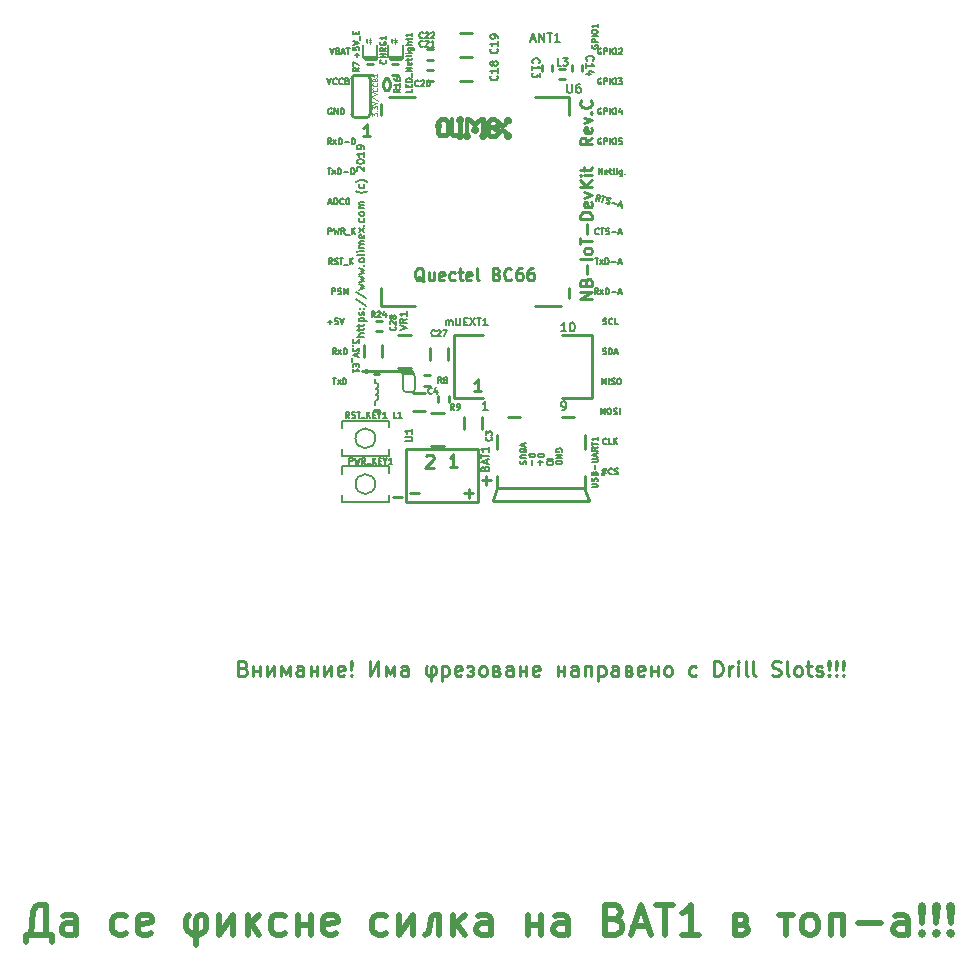
<source format=gbr>
G04 #@! TF.GenerationSoftware,KiCad,Pcbnew,5.99.0-unknown-846397c~100~ubuntu18.04.1*
G04 #@! TF.CreationDate,2019-10-21T11:33:44+03:00*
G04 #@! TF.ProjectId,NB-IoT-DevKit_Rev_C,4e422d49-6f54-42d4-9465-764b69745f52,C*
G04 #@! TF.SameCoordinates,Original*
G04 #@! TF.FileFunction,Legend,Top*
G04 #@! TF.FilePolarity,Positive*
%FSLAX46Y46*%
G04 Gerber Fmt 4.6, Leading zero omitted, Abs format (unit mm)*
G04 Created by KiCad (PCBNEW 5.99.0-unknown-846397c~100~ubuntu18.04.1) date 2019-10-21 11:33:44*
%MOMM*%
%LPD*%
G04 APERTURE LIST*
%ADD10C,0.254000*%
%ADD11C,0.190500*%
%ADD12C,0.127000*%
%ADD13C,0.508000*%
%ADD14C,0.158750*%
%ADD15C,0.150000*%
%ADD16C,0.152400*%
%ADD17C,0.200000*%
%ADD18C,0.050000*%
%ADD19C,0.100000*%
%ADD20C,0.101600*%
G04 APERTURE END LIST*
D10*
X133985000Y-90551000D02*
X134366000Y-90614500D01*
X133985000Y-90551000D02*
X134366000Y-90487500D01*
X138112500Y-90551000D02*
X137287000Y-90551000D01*
X138303000Y-90741500D02*
X138112500Y-90551000D01*
X137414000Y-90741500D02*
X138303000Y-90741500D01*
X137223500Y-90551000D02*
X137414000Y-90741500D01*
X133985000Y-90551000D02*
X137287000Y-90551000D01*
X144054285Y-92280619D02*
X143473714Y-92280619D01*
X143764000Y-92280619D02*
X143764000Y-91264619D01*
X143667238Y-91409761D01*
X143570476Y-91506523D01*
X143473714Y-91554904D01*
X139204095Y-82979380D02*
X139107333Y-82931000D01*
X139010571Y-82834238D01*
X138865428Y-82689095D01*
X138768666Y-82640714D01*
X138671904Y-82640714D01*
X138720285Y-82882619D02*
X138623523Y-82834238D01*
X138526761Y-82737476D01*
X138478380Y-82543952D01*
X138478380Y-82205285D01*
X138526761Y-82011761D01*
X138623523Y-81915000D01*
X138720285Y-81866619D01*
X138913809Y-81866619D01*
X139010571Y-81915000D01*
X139107333Y-82011761D01*
X139155714Y-82205285D01*
X139155714Y-82543952D01*
X139107333Y-82737476D01*
X139010571Y-82834238D01*
X138913809Y-82882619D01*
X138720285Y-82882619D01*
X140026571Y-82205285D02*
X140026571Y-82882619D01*
X139591142Y-82205285D02*
X139591142Y-82737476D01*
X139639523Y-82834238D01*
X139736285Y-82882619D01*
X139881428Y-82882619D01*
X139978190Y-82834238D01*
X140026571Y-82785857D01*
X140897428Y-82834238D02*
X140800666Y-82882619D01*
X140607142Y-82882619D01*
X140510380Y-82834238D01*
X140462000Y-82737476D01*
X140462000Y-82350428D01*
X140510380Y-82253666D01*
X140607142Y-82205285D01*
X140800666Y-82205285D01*
X140897428Y-82253666D01*
X140945809Y-82350428D01*
X140945809Y-82447190D01*
X140462000Y-82543952D01*
X141816666Y-82834238D02*
X141719904Y-82882619D01*
X141526380Y-82882619D01*
X141429619Y-82834238D01*
X141381238Y-82785857D01*
X141332857Y-82689095D01*
X141332857Y-82398809D01*
X141381238Y-82302047D01*
X141429619Y-82253666D01*
X141526380Y-82205285D01*
X141719904Y-82205285D01*
X141816666Y-82253666D01*
X142106952Y-82205285D02*
X142494000Y-82205285D01*
X142252095Y-81866619D02*
X142252095Y-82737476D01*
X142300476Y-82834238D01*
X142397238Y-82882619D01*
X142494000Y-82882619D01*
X143219714Y-82834238D02*
X143122952Y-82882619D01*
X142929428Y-82882619D01*
X142832666Y-82834238D01*
X142784285Y-82737476D01*
X142784285Y-82350428D01*
X142832666Y-82253666D01*
X142929428Y-82205285D01*
X143122952Y-82205285D01*
X143219714Y-82253666D01*
X143268095Y-82350428D01*
X143268095Y-82447190D01*
X142784285Y-82543952D01*
X143848666Y-82882619D02*
X143751904Y-82834238D01*
X143703523Y-82737476D01*
X143703523Y-81866619D01*
X145348476Y-82350428D02*
X145493619Y-82398809D01*
X145542000Y-82447190D01*
X145590380Y-82543952D01*
X145590380Y-82689095D01*
X145542000Y-82785857D01*
X145493619Y-82834238D01*
X145396857Y-82882619D01*
X145009809Y-82882619D01*
X145009809Y-81866619D01*
X145348476Y-81866619D01*
X145445238Y-81915000D01*
X145493619Y-81963380D01*
X145542000Y-82060142D01*
X145542000Y-82156904D01*
X145493619Y-82253666D01*
X145445238Y-82302047D01*
X145348476Y-82350428D01*
X145009809Y-82350428D01*
X146606380Y-82785857D02*
X146558000Y-82834238D01*
X146412857Y-82882619D01*
X146316095Y-82882619D01*
X146170952Y-82834238D01*
X146074190Y-82737476D01*
X146025809Y-82640714D01*
X145977428Y-82447190D01*
X145977428Y-82302047D01*
X146025809Y-82108523D01*
X146074190Y-82011761D01*
X146170952Y-81915000D01*
X146316095Y-81866619D01*
X146412857Y-81866619D01*
X146558000Y-81915000D01*
X146606380Y-81963380D01*
X147477238Y-81866619D02*
X147283714Y-81866619D01*
X147186952Y-81915000D01*
X147138571Y-81963380D01*
X147041809Y-82108523D01*
X146993428Y-82302047D01*
X146993428Y-82689095D01*
X147041809Y-82785857D01*
X147090190Y-82834238D01*
X147186952Y-82882619D01*
X147380476Y-82882619D01*
X147477238Y-82834238D01*
X147525619Y-82785857D01*
X147574000Y-82689095D01*
X147574000Y-82447190D01*
X147525619Y-82350428D01*
X147477238Y-82302047D01*
X147380476Y-82253666D01*
X147186952Y-82253666D01*
X147090190Y-82302047D01*
X147041809Y-82350428D01*
X146993428Y-82447190D01*
X148444857Y-81866619D02*
X148251333Y-81866619D01*
X148154571Y-81915000D01*
X148106190Y-81963380D01*
X148009428Y-82108523D01*
X147961047Y-82302047D01*
X147961047Y-82689095D01*
X148009428Y-82785857D01*
X148057809Y-82834238D01*
X148154571Y-82882619D01*
X148348095Y-82882619D01*
X148444857Y-82834238D01*
X148493238Y-82785857D01*
X148541619Y-82689095D01*
X148541619Y-82447190D01*
X148493238Y-82350428D01*
X148444857Y-82302047D01*
X148348095Y-82253666D01*
X148154571Y-82253666D01*
X148057809Y-82302047D01*
X148009428Y-82350428D01*
X147961047Y-82447190D01*
D11*
X151238857Y-87212714D02*
X150803428Y-87212714D01*
X151021142Y-87212714D02*
X151021142Y-86450714D01*
X150948571Y-86559571D01*
X150876000Y-86632142D01*
X150803428Y-86668428D01*
X151710571Y-86450714D02*
X151783142Y-86450714D01*
X151855714Y-86487000D01*
X151892000Y-86523285D01*
X151928285Y-86595857D01*
X151964571Y-86741000D01*
X151964571Y-86922428D01*
X151928285Y-87067571D01*
X151892000Y-87140142D01*
X151855714Y-87176428D01*
X151783142Y-87212714D01*
X151710571Y-87212714D01*
X151638000Y-87176428D01*
X151601714Y-87140142D01*
X151565428Y-87067571D01*
X151529142Y-86922428D01*
X151529142Y-86741000D01*
X151565428Y-86595857D01*
X151601714Y-86523285D01*
X151638000Y-86487000D01*
X151710571Y-86450714D01*
D10*
X144075452Y-99831071D02*
X144849547Y-99831071D01*
X144462500Y-100218119D02*
X144462500Y-99444023D01*
X136582452Y-101228071D02*
X137356547Y-101228071D01*
D12*
X131475238Y-91187209D02*
X131765523Y-91187209D01*
X131620380Y-91695209D02*
X131620380Y-91187209D01*
X131886476Y-91695209D02*
X132152571Y-91356542D01*
X131886476Y-91356542D02*
X132152571Y-91695209D01*
X132346095Y-91695209D02*
X132346095Y-91187209D01*
X132467047Y-91187209D01*
X132539619Y-91211400D01*
X132588000Y-91259780D01*
X132612190Y-91308161D01*
X132636380Y-91404923D01*
X132636380Y-91477495D01*
X132612190Y-91574257D01*
X132588000Y-91622638D01*
X132539619Y-91671019D01*
X132467047Y-91695209D01*
X132346095Y-91695209D01*
X131777619Y-89155209D02*
X131608285Y-88913304D01*
X131487333Y-89155209D02*
X131487333Y-88647209D01*
X131680857Y-88647209D01*
X131729238Y-88671400D01*
X131753428Y-88695590D01*
X131777619Y-88743971D01*
X131777619Y-88816542D01*
X131753428Y-88864923D01*
X131729238Y-88889114D01*
X131680857Y-88913304D01*
X131487333Y-88913304D01*
X131946952Y-89155209D02*
X132213047Y-88816542D01*
X131946952Y-88816542D02*
X132213047Y-89155209D01*
X132406571Y-89155209D02*
X132406571Y-88647209D01*
X132527523Y-88647209D01*
X132600095Y-88671400D01*
X132648476Y-88719780D01*
X132672666Y-88768161D01*
X132696857Y-88864923D01*
X132696857Y-88937495D01*
X132672666Y-89034257D01*
X132648476Y-89082638D01*
X132600095Y-89131019D01*
X132527523Y-89155209D01*
X132406571Y-89155209D01*
X131045857Y-86421685D02*
X131432904Y-86421685D01*
X131239380Y-86615209D02*
X131239380Y-86228161D01*
X131916714Y-86107209D02*
X131674809Y-86107209D01*
X131650619Y-86349114D01*
X131674809Y-86324923D01*
X131723190Y-86300733D01*
X131844142Y-86300733D01*
X131892523Y-86324923D01*
X131916714Y-86349114D01*
X131940904Y-86397495D01*
X131940904Y-86518447D01*
X131916714Y-86566828D01*
X131892523Y-86591019D01*
X131844142Y-86615209D01*
X131723190Y-86615209D01*
X131674809Y-86591019D01*
X131650619Y-86566828D01*
X132086047Y-86107209D02*
X132255380Y-86615209D01*
X132424714Y-86107209D01*
X131414761Y-84075209D02*
X131414761Y-83567209D01*
X131608285Y-83567209D01*
X131656666Y-83591400D01*
X131680857Y-83615590D01*
X131705047Y-83663971D01*
X131705047Y-83736542D01*
X131680857Y-83784923D01*
X131656666Y-83809114D01*
X131608285Y-83833304D01*
X131414761Y-83833304D01*
X131898571Y-84051019D02*
X131971142Y-84075209D01*
X132092095Y-84075209D01*
X132140476Y-84051019D01*
X132164666Y-84026828D01*
X132188857Y-83978447D01*
X132188857Y-83930066D01*
X132164666Y-83881685D01*
X132140476Y-83857495D01*
X132092095Y-83833304D01*
X131995333Y-83809114D01*
X131946952Y-83784923D01*
X131922761Y-83760733D01*
X131898571Y-83712352D01*
X131898571Y-83663971D01*
X131922761Y-83615590D01*
X131946952Y-83591400D01*
X131995333Y-83567209D01*
X132116285Y-83567209D01*
X132188857Y-83591400D01*
X132406571Y-84075209D02*
X132406571Y-83567209D01*
X132575904Y-83930066D01*
X132745238Y-83567209D01*
X132745238Y-84075209D01*
X131430485Y-81535209D02*
X131261152Y-81293304D01*
X131140200Y-81535209D02*
X131140200Y-81027209D01*
X131333723Y-81027209D01*
X131382104Y-81051400D01*
X131406295Y-81075590D01*
X131430485Y-81123971D01*
X131430485Y-81196542D01*
X131406295Y-81244923D01*
X131382104Y-81269114D01*
X131333723Y-81293304D01*
X131140200Y-81293304D01*
X131624009Y-81511019D02*
X131696580Y-81535209D01*
X131817533Y-81535209D01*
X131865914Y-81511019D01*
X131890104Y-81486828D01*
X131914295Y-81438447D01*
X131914295Y-81390066D01*
X131890104Y-81341685D01*
X131865914Y-81317495D01*
X131817533Y-81293304D01*
X131720771Y-81269114D01*
X131672390Y-81244923D01*
X131648200Y-81220733D01*
X131624009Y-81172352D01*
X131624009Y-81123971D01*
X131648200Y-81075590D01*
X131672390Y-81051400D01*
X131720771Y-81027209D01*
X131841723Y-81027209D01*
X131914295Y-81051400D01*
X132059438Y-81027209D02*
X132349723Y-81027209D01*
X132204580Y-81535209D02*
X132204580Y-81027209D01*
X132398104Y-81583590D02*
X132785152Y-81583590D01*
X132906104Y-81535209D02*
X132906104Y-81027209D01*
X133196390Y-81535209D02*
X132978676Y-81244923D01*
X133196390Y-81027209D02*
X132906104Y-81317495D01*
X131107542Y-78995209D02*
X131107542Y-78487209D01*
X131301066Y-78487209D01*
X131349447Y-78511400D01*
X131373638Y-78535590D01*
X131397828Y-78583971D01*
X131397828Y-78656542D01*
X131373638Y-78704923D01*
X131349447Y-78729114D01*
X131301066Y-78753304D01*
X131107542Y-78753304D01*
X131567161Y-78487209D02*
X131688114Y-78995209D01*
X131784876Y-78632352D01*
X131881638Y-78995209D01*
X132002590Y-78487209D01*
X132486400Y-78995209D02*
X132317066Y-78753304D01*
X132196114Y-78995209D02*
X132196114Y-78487209D01*
X132389638Y-78487209D01*
X132438019Y-78511400D01*
X132462209Y-78535590D01*
X132486400Y-78583971D01*
X132486400Y-78656542D01*
X132462209Y-78704923D01*
X132438019Y-78729114D01*
X132389638Y-78753304D01*
X132196114Y-78753304D01*
X132583161Y-79043590D02*
X132970209Y-79043590D01*
X133091161Y-78995209D02*
X133091161Y-78487209D01*
X133381447Y-78995209D02*
X133163733Y-78704923D01*
X133381447Y-78487209D02*
X133091161Y-78777495D01*
X131145642Y-76310066D02*
X131387547Y-76310066D01*
X131097261Y-76455209D02*
X131266595Y-75947209D01*
X131435928Y-76455209D01*
X131605261Y-76455209D02*
X131605261Y-75947209D01*
X131726214Y-75947209D01*
X131798785Y-75971400D01*
X131847166Y-76019780D01*
X131871357Y-76068161D01*
X131895547Y-76164923D01*
X131895547Y-76237495D01*
X131871357Y-76334257D01*
X131847166Y-76382638D01*
X131798785Y-76431019D01*
X131726214Y-76455209D01*
X131605261Y-76455209D01*
X132403547Y-76406828D02*
X132379357Y-76431019D01*
X132306785Y-76455209D01*
X132258404Y-76455209D01*
X132185833Y-76431019D01*
X132137452Y-76382638D01*
X132113261Y-76334257D01*
X132089071Y-76237495D01*
X132089071Y-76164923D01*
X132113261Y-76068161D01*
X132137452Y-76019780D01*
X132185833Y-75971400D01*
X132258404Y-75947209D01*
X132306785Y-75947209D01*
X132379357Y-75971400D01*
X132403547Y-75995590D01*
X132718023Y-75947209D02*
X132766404Y-75947209D01*
X132814785Y-75971400D01*
X132838976Y-75995590D01*
X132863166Y-76043971D01*
X132887357Y-76140733D01*
X132887357Y-76261685D01*
X132863166Y-76358447D01*
X132838976Y-76406828D01*
X132814785Y-76431019D01*
X132766404Y-76455209D01*
X132718023Y-76455209D01*
X132669642Y-76431019D01*
X132645452Y-76406828D01*
X132621261Y-76358447D01*
X132597071Y-76261685D01*
X132597071Y-76140733D01*
X132621261Y-76043971D01*
X132645452Y-75995590D01*
X132669642Y-75971400D01*
X132718023Y-75947209D01*
X131033761Y-73407209D02*
X131324047Y-73407209D01*
X131178904Y-73915209D02*
X131178904Y-73407209D01*
X131445000Y-73915209D02*
X131711095Y-73576542D01*
X131445000Y-73576542D02*
X131711095Y-73915209D01*
X131904619Y-73915209D02*
X131904619Y-73407209D01*
X132025571Y-73407209D01*
X132098142Y-73431400D01*
X132146523Y-73479780D01*
X132170714Y-73528161D01*
X132194904Y-73624923D01*
X132194904Y-73697495D01*
X132170714Y-73794257D01*
X132146523Y-73842638D01*
X132098142Y-73891019D01*
X132025571Y-73915209D01*
X131904619Y-73915209D01*
X132412619Y-73721685D02*
X132799666Y-73721685D01*
X133041571Y-73915209D02*
X133041571Y-73407209D01*
X133162523Y-73407209D01*
X133235095Y-73431400D01*
X133283476Y-73479780D01*
X133307666Y-73528161D01*
X133331857Y-73624923D01*
X133331857Y-73697495D01*
X133307666Y-73794257D01*
X133283476Y-73842638D01*
X133235095Y-73891019D01*
X133162523Y-73915209D01*
X133041571Y-73915209D01*
X131336142Y-71375209D02*
X131166809Y-71133304D01*
X131045857Y-71375209D02*
X131045857Y-70867209D01*
X131239380Y-70867209D01*
X131287761Y-70891400D01*
X131311952Y-70915590D01*
X131336142Y-70963971D01*
X131336142Y-71036542D01*
X131311952Y-71084923D01*
X131287761Y-71109114D01*
X131239380Y-71133304D01*
X131045857Y-71133304D01*
X131505476Y-71375209D02*
X131771571Y-71036542D01*
X131505476Y-71036542D02*
X131771571Y-71375209D01*
X131965095Y-71375209D02*
X131965095Y-70867209D01*
X132086047Y-70867209D01*
X132158619Y-70891400D01*
X132207000Y-70939780D01*
X132231190Y-70988161D01*
X132255380Y-71084923D01*
X132255380Y-71157495D01*
X132231190Y-71254257D01*
X132207000Y-71302638D01*
X132158619Y-71351019D01*
X132086047Y-71375209D01*
X131965095Y-71375209D01*
X132473095Y-71181685D02*
X132860142Y-71181685D01*
X133102047Y-71375209D02*
X133102047Y-70867209D01*
X133223000Y-70867209D01*
X133295571Y-70891400D01*
X133343952Y-70939780D01*
X133368142Y-70988161D01*
X133392333Y-71084923D01*
X133392333Y-71157495D01*
X133368142Y-71254257D01*
X133343952Y-71302638D01*
X133295571Y-71351019D01*
X133223000Y-71375209D01*
X133102047Y-71375209D01*
X131375452Y-68351400D02*
X131327071Y-68327209D01*
X131254500Y-68327209D01*
X131181928Y-68351400D01*
X131133547Y-68399780D01*
X131109357Y-68448161D01*
X131085166Y-68544923D01*
X131085166Y-68617495D01*
X131109357Y-68714257D01*
X131133547Y-68762638D01*
X131181928Y-68811019D01*
X131254500Y-68835209D01*
X131302880Y-68835209D01*
X131375452Y-68811019D01*
X131399642Y-68786828D01*
X131399642Y-68617495D01*
X131302880Y-68617495D01*
X131617357Y-68835209D02*
X131617357Y-68327209D01*
X131907642Y-68835209D01*
X131907642Y-68327209D01*
X132149547Y-68835209D02*
X132149547Y-68327209D01*
X132270500Y-68327209D01*
X132343071Y-68351400D01*
X132391452Y-68399780D01*
X132415642Y-68448161D01*
X132439833Y-68544923D01*
X132439833Y-68617495D01*
X132415642Y-68714257D01*
X132391452Y-68762638D01*
X132343071Y-68811019D01*
X132270500Y-68835209D01*
X132149547Y-68835209D01*
X131021666Y-65787209D02*
X131191000Y-66295209D01*
X131360333Y-65787209D01*
X131819952Y-66246828D02*
X131795761Y-66271019D01*
X131723190Y-66295209D01*
X131674809Y-66295209D01*
X131602238Y-66271019D01*
X131553857Y-66222638D01*
X131529666Y-66174257D01*
X131505476Y-66077495D01*
X131505476Y-66004923D01*
X131529666Y-65908161D01*
X131553857Y-65859780D01*
X131602238Y-65811400D01*
X131674809Y-65787209D01*
X131723190Y-65787209D01*
X131795761Y-65811400D01*
X131819952Y-65835590D01*
X132327952Y-66246828D02*
X132303761Y-66271019D01*
X132231190Y-66295209D01*
X132182809Y-66295209D01*
X132110238Y-66271019D01*
X132061857Y-66222638D01*
X132037666Y-66174257D01*
X132013476Y-66077495D01*
X132013476Y-66004923D01*
X132037666Y-65908161D01*
X132061857Y-65859780D01*
X132110238Y-65811400D01*
X132182809Y-65787209D01*
X132231190Y-65787209D01*
X132303761Y-65811400D01*
X132327952Y-65835590D01*
X132715000Y-66029114D02*
X132787571Y-66053304D01*
X132811761Y-66077495D01*
X132835952Y-66125876D01*
X132835952Y-66198447D01*
X132811761Y-66246828D01*
X132787571Y-66271019D01*
X132739190Y-66295209D01*
X132545666Y-66295209D01*
X132545666Y-65787209D01*
X132715000Y-65787209D01*
X132763380Y-65811400D01*
X132787571Y-65835590D01*
X132811761Y-65883971D01*
X132811761Y-65932352D01*
X132787571Y-65980733D01*
X132763380Y-66004923D01*
X132715000Y-66029114D01*
X132545666Y-66029114D01*
X131245428Y-63247209D02*
X131414761Y-63755209D01*
X131584095Y-63247209D01*
X131922761Y-63489114D02*
X131995333Y-63513304D01*
X132019523Y-63537495D01*
X132043714Y-63585876D01*
X132043714Y-63658447D01*
X132019523Y-63706828D01*
X131995333Y-63731019D01*
X131946952Y-63755209D01*
X131753428Y-63755209D01*
X131753428Y-63247209D01*
X131922761Y-63247209D01*
X131971142Y-63271400D01*
X131995333Y-63295590D01*
X132019523Y-63343971D01*
X132019523Y-63392352D01*
X131995333Y-63440733D01*
X131971142Y-63464923D01*
X131922761Y-63489114D01*
X131753428Y-63489114D01*
X132237238Y-63610066D02*
X132479142Y-63610066D01*
X132188857Y-63755209D02*
X132358190Y-63247209D01*
X132527523Y-63755209D01*
X132624285Y-63247209D02*
X132914571Y-63247209D01*
X132769428Y-63755209D02*
X132769428Y-63247209D01*
X133513285Y-63992276D02*
X133513285Y-63605228D01*
X133706809Y-63798752D02*
X133319761Y-63798752D01*
X133198809Y-63121419D02*
X133198809Y-63363323D01*
X133440714Y-63387514D01*
X133416523Y-63363323D01*
X133392333Y-63314942D01*
X133392333Y-63193990D01*
X133416523Y-63145609D01*
X133440714Y-63121419D01*
X133489095Y-63097228D01*
X133610047Y-63097228D01*
X133658428Y-63121419D01*
X133682619Y-63145609D01*
X133706809Y-63193990D01*
X133706809Y-63314942D01*
X133682619Y-63363323D01*
X133658428Y-63387514D01*
X133198809Y-62952085D02*
X133706809Y-62782752D01*
X133198809Y-62613419D01*
X133755190Y-62565038D02*
X133755190Y-62177990D01*
X133440714Y-62057038D02*
X133440714Y-61887704D01*
X133706809Y-61815133D02*
X133706809Y-62057038D01*
X133198809Y-62057038D01*
X133198809Y-61815133D01*
X154312257Y-98976542D02*
X154675114Y-98976542D01*
X154457400Y-98758828D02*
X154312257Y-99411971D01*
X154626733Y-99194257D02*
X154263876Y-99194257D01*
X154481590Y-99411971D02*
X154626733Y-98758828D01*
X155134733Y-99266828D02*
X155110542Y-99291019D01*
X155037971Y-99315209D01*
X154989590Y-99315209D01*
X154917019Y-99291019D01*
X154868638Y-99242638D01*
X154844447Y-99194257D01*
X154820257Y-99097495D01*
X154820257Y-99024923D01*
X154844447Y-98928161D01*
X154868638Y-98879780D01*
X154917019Y-98831400D01*
X154989590Y-98807209D01*
X155037971Y-98807209D01*
X155110542Y-98831400D01*
X155134733Y-98855590D01*
X155328257Y-99291019D02*
X155400828Y-99315209D01*
X155521780Y-99315209D01*
X155570161Y-99291019D01*
X155594352Y-99266828D01*
X155618542Y-99218447D01*
X155618542Y-99170066D01*
X155594352Y-99121685D01*
X155570161Y-99097495D01*
X155521780Y-99073304D01*
X155425019Y-99049114D01*
X155376638Y-99024923D01*
X155352447Y-99000733D01*
X155328257Y-98952352D01*
X155328257Y-98903971D01*
X155352447Y-98855590D01*
X155376638Y-98831400D01*
X155425019Y-98807209D01*
X155545971Y-98807209D01*
X155618542Y-98831400D01*
X154663019Y-96726828D02*
X154638828Y-96751019D01*
X154566257Y-96775209D01*
X154517876Y-96775209D01*
X154445304Y-96751019D01*
X154396923Y-96702638D01*
X154372733Y-96654257D01*
X154348542Y-96557495D01*
X154348542Y-96484923D01*
X154372733Y-96388161D01*
X154396923Y-96339780D01*
X154445304Y-96291400D01*
X154517876Y-96267209D01*
X154566257Y-96267209D01*
X154638828Y-96291400D01*
X154663019Y-96315590D01*
X155122638Y-96775209D02*
X154880733Y-96775209D01*
X154880733Y-96267209D01*
X155291971Y-96775209D02*
X155291971Y-96267209D01*
X155582257Y-96775209D02*
X155364542Y-96484923D01*
X155582257Y-96267209D02*
X155291971Y-96557495D01*
X154167114Y-94235209D02*
X154167114Y-93727209D01*
X154336447Y-94090066D01*
X154505780Y-93727209D01*
X154505780Y-94235209D01*
X154844447Y-93727209D02*
X154941209Y-93727209D01*
X154989590Y-93751400D01*
X155037971Y-93799780D01*
X155062161Y-93896542D01*
X155062161Y-94065876D01*
X155037971Y-94162638D01*
X154989590Y-94211019D01*
X154941209Y-94235209D01*
X154844447Y-94235209D01*
X154796066Y-94211019D01*
X154747685Y-94162638D01*
X154723495Y-94065876D01*
X154723495Y-93896542D01*
X154747685Y-93799780D01*
X154796066Y-93751400D01*
X154844447Y-93727209D01*
X155255685Y-94211019D02*
X155328257Y-94235209D01*
X155449209Y-94235209D01*
X155497590Y-94211019D01*
X155521780Y-94186828D01*
X155545971Y-94138447D01*
X155545971Y-94090066D01*
X155521780Y-94041685D01*
X155497590Y-94017495D01*
X155449209Y-93993304D01*
X155352447Y-93969114D01*
X155304066Y-93944923D01*
X155279876Y-93920733D01*
X155255685Y-93872352D01*
X155255685Y-93823971D01*
X155279876Y-93775590D01*
X155304066Y-93751400D01*
X155352447Y-93727209D01*
X155473400Y-93727209D01*
X155545971Y-93751400D01*
X155763685Y-94235209D02*
X155763685Y-93727209D01*
X154268714Y-91695209D02*
X154268714Y-91187209D01*
X154438047Y-91550066D01*
X154607380Y-91187209D01*
X154607380Y-91695209D01*
X154849285Y-91695209D02*
X154849285Y-91187209D01*
X155067000Y-91671019D02*
X155139571Y-91695209D01*
X155260523Y-91695209D01*
X155308904Y-91671019D01*
X155333095Y-91646828D01*
X155357285Y-91598447D01*
X155357285Y-91550066D01*
X155333095Y-91501685D01*
X155308904Y-91477495D01*
X155260523Y-91453304D01*
X155163761Y-91429114D01*
X155115380Y-91404923D01*
X155091190Y-91380733D01*
X155067000Y-91332352D01*
X155067000Y-91283971D01*
X155091190Y-91235590D01*
X155115380Y-91211400D01*
X155163761Y-91187209D01*
X155284714Y-91187209D01*
X155357285Y-91211400D01*
X155671761Y-91187209D02*
X155768523Y-91187209D01*
X155816904Y-91211400D01*
X155865285Y-91259780D01*
X155889476Y-91356542D01*
X155889476Y-91525876D01*
X155865285Y-91622638D01*
X155816904Y-91671019D01*
X155768523Y-91695209D01*
X155671761Y-91695209D01*
X155623380Y-91671019D01*
X155575000Y-91622638D01*
X155550809Y-91525876D01*
X155550809Y-91356542D01*
X155575000Y-91259780D01*
X155623380Y-91211400D01*
X155671761Y-91187209D01*
X154348542Y-89131019D02*
X154421114Y-89155209D01*
X154542066Y-89155209D01*
X154590447Y-89131019D01*
X154614638Y-89106828D01*
X154638828Y-89058447D01*
X154638828Y-89010066D01*
X154614638Y-88961685D01*
X154590447Y-88937495D01*
X154542066Y-88913304D01*
X154445304Y-88889114D01*
X154396923Y-88864923D01*
X154372733Y-88840733D01*
X154348542Y-88792352D01*
X154348542Y-88743971D01*
X154372733Y-88695590D01*
X154396923Y-88671400D01*
X154445304Y-88647209D01*
X154566257Y-88647209D01*
X154638828Y-88671400D01*
X154856542Y-89155209D02*
X154856542Y-88647209D01*
X154977495Y-88647209D01*
X155050066Y-88671400D01*
X155098447Y-88719780D01*
X155122638Y-88768161D01*
X155146828Y-88864923D01*
X155146828Y-88937495D01*
X155122638Y-89034257D01*
X155098447Y-89082638D01*
X155050066Y-89131019D01*
X154977495Y-89155209D01*
X154856542Y-89155209D01*
X155340352Y-89010066D02*
X155582257Y-89010066D01*
X155291971Y-89155209D02*
X155461304Y-88647209D01*
X155630638Y-89155209D01*
X154360638Y-86591019D02*
X154433209Y-86615209D01*
X154554161Y-86615209D01*
X154602542Y-86591019D01*
X154626733Y-86566828D01*
X154650923Y-86518447D01*
X154650923Y-86470066D01*
X154626733Y-86421685D01*
X154602542Y-86397495D01*
X154554161Y-86373304D01*
X154457400Y-86349114D01*
X154409019Y-86324923D01*
X154384828Y-86300733D01*
X154360638Y-86252352D01*
X154360638Y-86203971D01*
X154384828Y-86155590D01*
X154409019Y-86131400D01*
X154457400Y-86107209D01*
X154578352Y-86107209D01*
X154650923Y-86131400D01*
X155158923Y-86566828D02*
X155134733Y-86591019D01*
X155062161Y-86615209D01*
X155013780Y-86615209D01*
X154941209Y-86591019D01*
X154892828Y-86542638D01*
X154868638Y-86494257D01*
X154844447Y-86397495D01*
X154844447Y-86324923D01*
X154868638Y-86228161D01*
X154892828Y-86179780D01*
X154941209Y-86131400D01*
X155013780Y-86107209D01*
X155062161Y-86107209D01*
X155134733Y-86131400D01*
X155158923Y-86155590D01*
X155618542Y-86615209D02*
X155376638Y-86615209D01*
X155376638Y-86107209D01*
X153953028Y-84075209D02*
X153783695Y-83833304D01*
X153662742Y-84075209D02*
X153662742Y-83567209D01*
X153856266Y-83567209D01*
X153904647Y-83591400D01*
X153928838Y-83615590D01*
X153953028Y-83663971D01*
X153953028Y-83736542D01*
X153928838Y-83784923D01*
X153904647Y-83809114D01*
X153856266Y-83833304D01*
X153662742Y-83833304D01*
X154122361Y-84075209D02*
X154388457Y-83736542D01*
X154122361Y-83736542D02*
X154388457Y-84075209D01*
X154581980Y-84075209D02*
X154581980Y-83567209D01*
X154702933Y-83567209D01*
X154775504Y-83591400D01*
X154823885Y-83639780D01*
X154848076Y-83688161D01*
X154872266Y-83784923D01*
X154872266Y-83857495D01*
X154848076Y-83954257D01*
X154823885Y-84002638D01*
X154775504Y-84051019D01*
X154702933Y-84075209D01*
X154581980Y-84075209D01*
X155089980Y-83881685D02*
X155477028Y-83881685D01*
X155694742Y-83930066D02*
X155936647Y-83930066D01*
X155646361Y-84075209D02*
X155815695Y-83567209D01*
X155985028Y-84075209D01*
X153676047Y-81027209D02*
X153966333Y-81027209D01*
X153821190Y-81535209D02*
X153821190Y-81027209D01*
X154087285Y-81535209D02*
X154353380Y-81196542D01*
X154087285Y-81196542D02*
X154353380Y-81535209D01*
X154546904Y-81535209D02*
X154546904Y-81027209D01*
X154667857Y-81027209D01*
X154740428Y-81051400D01*
X154788809Y-81099780D01*
X154813000Y-81148161D01*
X154837190Y-81244923D01*
X154837190Y-81317495D01*
X154813000Y-81414257D01*
X154788809Y-81462638D01*
X154740428Y-81511019D01*
X154667857Y-81535209D01*
X154546904Y-81535209D01*
X155054904Y-81341685D02*
X155441952Y-81341685D01*
X155659666Y-81390066D02*
X155901571Y-81390066D01*
X155611285Y-81535209D02*
X155780619Y-81027209D01*
X155949952Y-81535209D01*
X154002619Y-78946828D02*
X153978428Y-78971019D01*
X153905857Y-78995209D01*
X153857476Y-78995209D01*
X153784904Y-78971019D01*
X153736523Y-78922638D01*
X153712333Y-78874257D01*
X153688142Y-78777495D01*
X153688142Y-78704923D01*
X153712333Y-78608161D01*
X153736523Y-78559780D01*
X153784904Y-78511400D01*
X153857476Y-78487209D01*
X153905857Y-78487209D01*
X153978428Y-78511400D01*
X154002619Y-78535590D01*
X154147761Y-78487209D02*
X154438047Y-78487209D01*
X154292904Y-78995209D02*
X154292904Y-78487209D01*
X154583190Y-78971019D02*
X154655761Y-78995209D01*
X154776714Y-78995209D01*
X154825095Y-78971019D01*
X154849285Y-78946828D01*
X154873476Y-78898447D01*
X154873476Y-78850066D01*
X154849285Y-78801685D01*
X154825095Y-78777495D01*
X154776714Y-78753304D01*
X154679952Y-78729114D01*
X154631571Y-78704923D01*
X154607380Y-78680733D01*
X154583190Y-78632352D01*
X154583190Y-78583971D01*
X154607380Y-78535590D01*
X154631571Y-78511400D01*
X154679952Y-78487209D01*
X154800904Y-78487209D01*
X154873476Y-78511400D01*
X155091190Y-78801685D02*
X155478238Y-78801685D01*
X155695952Y-78850066D02*
X155937857Y-78850066D01*
X155647571Y-78995209D02*
X155816904Y-78487209D01*
X155986238Y-78995209D01*
X154034253Y-76212236D02*
X153933299Y-75934748D01*
X153753858Y-76137105D02*
X153885338Y-75646415D01*
X154072268Y-75696502D01*
X154112739Y-75732390D01*
X154129844Y-75762018D01*
X154140689Y-75815011D01*
X154121906Y-75885110D01*
X154086018Y-75925581D01*
X154056391Y-75942686D01*
X154003397Y-75953531D01*
X153816468Y-75903443D01*
X154305930Y-75759112D02*
X154586324Y-75834243D01*
X154314647Y-76287368D02*
X154446127Y-75796678D01*
X154601302Y-76339133D02*
X154665140Y-76381282D01*
X154781971Y-76412587D01*
X154834964Y-76401743D01*
X154864592Y-76384637D01*
X154900480Y-76344166D01*
X154913002Y-76297434D01*
X154902157Y-76244440D01*
X154885052Y-76214813D01*
X154844581Y-76178925D01*
X154757377Y-76130515D01*
X154716905Y-76094627D01*
X154699800Y-76065000D01*
X154688956Y-76012006D01*
X154701478Y-75965274D01*
X154737366Y-75924802D01*
X154766993Y-75907697D01*
X154819986Y-75896853D01*
X154936817Y-75928158D01*
X155000655Y-75970307D01*
X155135819Y-76307050D02*
X155509679Y-76407225D01*
X155707453Y-76510306D02*
X155941115Y-76572916D01*
X155623155Y-76637981D02*
X155918198Y-76191118D01*
X155950281Y-76725635D01*
X154005038Y-73915209D02*
X154005038Y-73407209D01*
X154295323Y-73915209D01*
X154295323Y-73407209D01*
X154730752Y-73891019D02*
X154682371Y-73915209D01*
X154585609Y-73915209D01*
X154537228Y-73891019D01*
X154513038Y-73842638D01*
X154513038Y-73649114D01*
X154537228Y-73600733D01*
X154585609Y-73576542D01*
X154682371Y-73576542D01*
X154730752Y-73600733D01*
X154754942Y-73649114D01*
X154754942Y-73697495D01*
X154513038Y-73745876D01*
X154900085Y-73576542D02*
X155093609Y-73576542D01*
X154972657Y-73407209D02*
X154972657Y-73842638D01*
X154996847Y-73891019D01*
X155045228Y-73915209D01*
X155093609Y-73915209D01*
X155335514Y-73915209D02*
X155287133Y-73891019D01*
X155262942Y-73842638D01*
X155262942Y-73407209D01*
X155529038Y-73915209D02*
X155529038Y-73576542D01*
X155529038Y-73407209D02*
X155504847Y-73431400D01*
X155529038Y-73455590D01*
X155553228Y-73431400D01*
X155529038Y-73407209D01*
X155529038Y-73455590D01*
X155988657Y-73576542D02*
X155988657Y-73987780D01*
X155964466Y-74036161D01*
X155940276Y-74060352D01*
X155891895Y-74084542D01*
X155819323Y-74084542D01*
X155770942Y-74060352D01*
X155988657Y-73891019D02*
X155940276Y-73915209D01*
X155843514Y-73915209D01*
X155795133Y-73891019D01*
X155770942Y-73866828D01*
X155746752Y-73818447D01*
X155746752Y-73673304D01*
X155770942Y-73624923D01*
X155795133Y-73600733D01*
X155843514Y-73576542D01*
X155940276Y-73576542D01*
X155988657Y-73600733D01*
X156230561Y-73866828D02*
X156254752Y-73891019D01*
X156230561Y-73915209D01*
X156206371Y-73891019D01*
X156230561Y-73866828D01*
X156230561Y-73915209D01*
X153416000Y-62979904D02*
X153391809Y-63028285D01*
X153391809Y-63100857D01*
X153416000Y-63173428D01*
X153464380Y-63221809D01*
X153512761Y-63246000D01*
X153609523Y-63270190D01*
X153682095Y-63270190D01*
X153778857Y-63246000D01*
X153827238Y-63221809D01*
X153875619Y-63173428D01*
X153899809Y-63100857D01*
X153899809Y-63052476D01*
X153875619Y-62979904D01*
X153851428Y-62955714D01*
X153682095Y-62955714D01*
X153682095Y-63052476D01*
X153899809Y-62738000D02*
X153391809Y-62738000D01*
X153391809Y-62544476D01*
X153416000Y-62496095D01*
X153440190Y-62471904D01*
X153488571Y-62447714D01*
X153561142Y-62447714D01*
X153609523Y-62471904D01*
X153633714Y-62496095D01*
X153657904Y-62544476D01*
X153657904Y-62738000D01*
X153899809Y-62230000D02*
X153391809Y-62230000D01*
X153391809Y-61891333D02*
X153391809Y-61794571D01*
X153416000Y-61746190D01*
X153464380Y-61697809D01*
X153561142Y-61673619D01*
X153730476Y-61673619D01*
X153827238Y-61697809D01*
X153875619Y-61746190D01*
X153899809Y-61794571D01*
X153899809Y-61891333D01*
X153875619Y-61939714D01*
X153827238Y-61988095D01*
X153730476Y-62012285D01*
X153561142Y-62012285D01*
X153464380Y-61988095D01*
X153416000Y-61939714D01*
X153391809Y-61891333D01*
X153899809Y-61189809D02*
X153899809Y-61480095D01*
X153899809Y-61334952D02*
X153391809Y-61334952D01*
X153464380Y-61383333D01*
X153512761Y-61431714D01*
X153536952Y-61480095D01*
X154190095Y-70891400D02*
X154141714Y-70867209D01*
X154069142Y-70867209D01*
X153996571Y-70891400D01*
X153948190Y-70939780D01*
X153924000Y-70988161D01*
X153899809Y-71084923D01*
X153899809Y-71157495D01*
X153924000Y-71254257D01*
X153948190Y-71302638D01*
X153996571Y-71351019D01*
X154069142Y-71375209D01*
X154117523Y-71375209D01*
X154190095Y-71351019D01*
X154214285Y-71326828D01*
X154214285Y-71157495D01*
X154117523Y-71157495D01*
X154432000Y-71375209D02*
X154432000Y-70867209D01*
X154625523Y-70867209D01*
X154673904Y-70891400D01*
X154698095Y-70915590D01*
X154722285Y-70963971D01*
X154722285Y-71036542D01*
X154698095Y-71084923D01*
X154673904Y-71109114D01*
X154625523Y-71133304D01*
X154432000Y-71133304D01*
X154940000Y-71375209D02*
X154940000Y-70867209D01*
X155278666Y-70867209D02*
X155375428Y-70867209D01*
X155423809Y-70891400D01*
X155472190Y-70939780D01*
X155496380Y-71036542D01*
X155496380Y-71205876D01*
X155472190Y-71302638D01*
X155423809Y-71351019D01*
X155375428Y-71375209D01*
X155278666Y-71375209D01*
X155230285Y-71351019D01*
X155181904Y-71302638D01*
X155157714Y-71205876D01*
X155157714Y-71036542D01*
X155181904Y-70939780D01*
X155230285Y-70891400D01*
X155278666Y-70867209D01*
X155956000Y-70867209D02*
X155714095Y-70867209D01*
X155689904Y-71109114D01*
X155714095Y-71084923D01*
X155762476Y-71060733D01*
X155883428Y-71060733D01*
X155931809Y-71084923D01*
X155956000Y-71109114D01*
X155980190Y-71157495D01*
X155980190Y-71278447D01*
X155956000Y-71326828D01*
X155931809Y-71351019D01*
X155883428Y-71375209D01*
X155762476Y-71375209D01*
X155714095Y-71351019D01*
X155689904Y-71326828D01*
X154190095Y-68351400D02*
X154141714Y-68327209D01*
X154069142Y-68327209D01*
X153996571Y-68351400D01*
X153948190Y-68399780D01*
X153924000Y-68448161D01*
X153899809Y-68544923D01*
X153899809Y-68617495D01*
X153924000Y-68714257D01*
X153948190Y-68762638D01*
X153996571Y-68811019D01*
X154069142Y-68835209D01*
X154117523Y-68835209D01*
X154190095Y-68811019D01*
X154214285Y-68786828D01*
X154214285Y-68617495D01*
X154117523Y-68617495D01*
X154432000Y-68835209D02*
X154432000Y-68327209D01*
X154625523Y-68327209D01*
X154673904Y-68351400D01*
X154698095Y-68375590D01*
X154722285Y-68423971D01*
X154722285Y-68496542D01*
X154698095Y-68544923D01*
X154673904Y-68569114D01*
X154625523Y-68593304D01*
X154432000Y-68593304D01*
X154940000Y-68835209D02*
X154940000Y-68327209D01*
X155278666Y-68327209D02*
X155375428Y-68327209D01*
X155423809Y-68351400D01*
X155472190Y-68399780D01*
X155496380Y-68496542D01*
X155496380Y-68665876D01*
X155472190Y-68762638D01*
X155423809Y-68811019D01*
X155375428Y-68835209D01*
X155278666Y-68835209D01*
X155230285Y-68811019D01*
X155181904Y-68762638D01*
X155157714Y-68665876D01*
X155157714Y-68496542D01*
X155181904Y-68399780D01*
X155230285Y-68351400D01*
X155278666Y-68327209D01*
X155931809Y-68496542D02*
X155931809Y-68835209D01*
X155810857Y-68303019D02*
X155689904Y-68665876D01*
X156004380Y-68665876D01*
X154190095Y-65811400D02*
X154141714Y-65787209D01*
X154069142Y-65787209D01*
X153996571Y-65811400D01*
X153948190Y-65859780D01*
X153924000Y-65908161D01*
X153899809Y-66004923D01*
X153899809Y-66077495D01*
X153924000Y-66174257D01*
X153948190Y-66222638D01*
X153996571Y-66271019D01*
X154069142Y-66295209D01*
X154117523Y-66295209D01*
X154190095Y-66271019D01*
X154214285Y-66246828D01*
X154214285Y-66077495D01*
X154117523Y-66077495D01*
X154432000Y-66295209D02*
X154432000Y-65787209D01*
X154625523Y-65787209D01*
X154673904Y-65811400D01*
X154698095Y-65835590D01*
X154722285Y-65883971D01*
X154722285Y-65956542D01*
X154698095Y-66004923D01*
X154673904Y-66029114D01*
X154625523Y-66053304D01*
X154432000Y-66053304D01*
X154940000Y-66295209D02*
X154940000Y-65787209D01*
X155278666Y-65787209D02*
X155375428Y-65787209D01*
X155423809Y-65811400D01*
X155472190Y-65859780D01*
X155496380Y-65956542D01*
X155496380Y-66125876D01*
X155472190Y-66222638D01*
X155423809Y-66271019D01*
X155375428Y-66295209D01*
X155278666Y-66295209D01*
X155230285Y-66271019D01*
X155181904Y-66222638D01*
X155157714Y-66125876D01*
X155157714Y-65956542D01*
X155181904Y-65859780D01*
X155230285Y-65811400D01*
X155278666Y-65787209D01*
X155665714Y-65787209D02*
X155980190Y-65787209D01*
X155810857Y-65980733D01*
X155883428Y-65980733D01*
X155931809Y-66004923D01*
X155956000Y-66029114D01*
X155980190Y-66077495D01*
X155980190Y-66198447D01*
X155956000Y-66246828D01*
X155931809Y-66271019D01*
X155883428Y-66295209D01*
X155738285Y-66295209D01*
X155689904Y-66271019D01*
X155665714Y-66246828D01*
D10*
X138042952Y-100910571D02*
X138817047Y-100910571D01*
X142614952Y-100910571D02*
X143389047Y-100910571D01*
X143002000Y-101297619D02*
X143002000Y-100523523D01*
D13*
X107708095Y-138913809D02*
X107708095Y-138309047D01*
X105530952Y-138309047D01*
X105530952Y-138913809D01*
X107224285Y-138309047D02*
X107224285Y-135769047D01*
X106619523Y-135769047D01*
X106377619Y-135890000D01*
X106256666Y-136010952D01*
X106135714Y-136252857D01*
X105893809Y-138309047D01*
X109764285Y-138309047D02*
X109764285Y-136978571D01*
X109643333Y-136736666D01*
X109401428Y-136615714D01*
X108917619Y-136615714D01*
X108675714Y-136736666D01*
X109764285Y-138188095D02*
X109522380Y-138309047D01*
X108917619Y-138309047D01*
X108675714Y-138188095D01*
X108554761Y-137946190D01*
X108554761Y-137704285D01*
X108675714Y-137462380D01*
X108917619Y-137341428D01*
X109522380Y-137341428D01*
X109764285Y-137220476D01*
X113997619Y-138188095D02*
X113755714Y-138309047D01*
X113271904Y-138309047D01*
X113029999Y-138188095D01*
X112909047Y-138067142D01*
X112788095Y-137825238D01*
X112788095Y-137099523D01*
X112909047Y-136857619D01*
X113029999Y-136736666D01*
X113271904Y-136615714D01*
X113755714Y-136615714D01*
X113997619Y-136736666D01*
X116053809Y-138188095D02*
X115811904Y-138309047D01*
X115328095Y-138309047D01*
X115086190Y-138188095D01*
X114965238Y-137946190D01*
X114965238Y-136978571D01*
X115086190Y-136736666D01*
X115328095Y-136615714D01*
X115811904Y-136615714D01*
X116053809Y-136736666D01*
X116174761Y-136978571D01*
X116174761Y-137220476D01*
X114965238Y-137462380D01*
X119319523Y-136615714D02*
X119198571Y-136736666D01*
X119077619Y-136978571D01*
X119077619Y-137704285D01*
X119198571Y-137946190D01*
X119440476Y-138188095D01*
X119682380Y-138309047D01*
X120166190Y-138309047D01*
X120408095Y-138188095D01*
X120649999Y-137946190D01*
X120770952Y-137704285D01*
X120770952Y-136978571D01*
X120649999Y-136736666D01*
X120408095Y-136615714D01*
X120287142Y-136615714D01*
X120045238Y-136736666D01*
X119924285Y-136978571D01*
X119924285Y-139155714D01*
X121859523Y-136615714D02*
X121859523Y-138309047D01*
X123069047Y-136615714D01*
X123069047Y-138309047D01*
X124278571Y-136615714D02*
X124278571Y-138309047D01*
X124520476Y-137341428D02*
X125246190Y-138309047D01*
X125246190Y-136615714D02*
X124278571Y-137583333D01*
X127423333Y-138188095D02*
X127181428Y-138309047D01*
X126697619Y-138309047D01*
X126455714Y-138188095D01*
X126334761Y-138067142D01*
X126213809Y-137825238D01*
X126213809Y-137099523D01*
X126334761Y-136857619D01*
X126455714Y-136736666D01*
X126697619Y-136615714D01*
X127181428Y-136615714D01*
X127423333Y-136736666D01*
X128511904Y-137462380D02*
X129600476Y-137462380D01*
X128511904Y-136615714D02*
X128511904Y-138309047D01*
X129600476Y-136615714D02*
X129600476Y-138309047D01*
X131777619Y-138188095D02*
X131535714Y-138309047D01*
X131051904Y-138309047D01*
X130809999Y-138188095D01*
X130689047Y-137946190D01*
X130689047Y-136978571D01*
X130809999Y-136736666D01*
X131051904Y-136615714D01*
X131535714Y-136615714D01*
X131777619Y-136736666D01*
X131898571Y-136978571D01*
X131898571Y-137220476D01*
X130689047Y-137462380D01*
X136010952Y-138188095D02*
X135769047Y-138309047D01*
X135285238Y-138309047D01*
X135043333Y-138188095D01*
X134922380Y-138067142D01*
X134801428Y-137825238D01*
X134801428Y-137099523D01*
X134922380Y-136857619D01*
X135043333Y-136736666D01*
X135285238Y-136615714D01*
X135769047Y-136615714D01*
X136010952Y-136736666D01*
X137099523Y-136615714D02*
X137099523Y-138309047D01*
X138309047Y-136615714D01*
X138309047Y-138309047D01*
X140486190Y-138309047D02*
X140486190Y-136615714D01*
X140123333Y-136615714D01*
X139881428Y-136736666D01*
X139760476Y-136978571D01*
X139639523Y-137946190D01*
X139518571Y-138188095D01*
X139276666Y-138309047D01*
X141695714Y-136615714D02*
X141695714Y-138309047D01*
X141937619Y-137341428D02*
X142663333Y-138309047D01*
X142663333Y-136615714D02*
X141695714Y-137583333D01*
X144840476Y-138309047D02*
X144840476Y-136978571D01*
X144719523Y-136736666D01*
X144477619Y-136615714D01*
X143993809Y-136615714D01*
X143751904Y-136736666D01*
X144840476Y-138188095D02*
X144598571Y-138309047D01*
X143993809Y-138309047D01*
X143751904Y-138188095D01*
X143630952Y-137946190D01*
X143630952Y-137704285D01*
X143751904Y-137462380D01*
X143993809Y-137341428D01*
X144598571Y-137341428D01*
X144840476Y-137220476D01*
X147985238Y-137462380D02*
X149073809Y-137462380D01*
X147985238Y-136615714D02*
X147985238Y-138309047D01*
X149073809Y-136615714D02*
X149073809Y-138309047D01*
X151371904Y-138309047D02*
X151371904Y-136978571D01*
X151250952Y-136736666D01*
X151009047Y-136615714D01*
X150525238Y-136615714D01*
X150283333Y-136736666D01*
X151371904Y-138188095D02*
X151130000Y-138309047D01*
X150525238Y-138309047D01*
X150283333Y-138188095D01*
X150162380Y-137946190D01*
X150162380Y-137704285D01*
X150283333Y-137462380D01*
X150525238Y-137341428D01*
X151130000Y-137341428D01*
X151371904Y-137220476D01*
X155363333Y-136978571D02*
X155726190Y-137099523D01*
X155847142Y-137220476D01*
X155968095Y-137462380D01*
X155968095Y-137825238D01*
X155847142Y-138067142D01*
X155726190Y-138188095D01*
X155484285Y-138309047D01*
X154516666Y-138309047D01*
X154516666Y-135769047D01*
X155363333Y-135769047D01*
X155605238Y-135890000D01*
X155726190Y-136010952D01*
X155847142Y-136252857D01*
X155847142Y-136494761D01*
X155726190Y-136736666D01*
X155605238Y-136857619D01*
X155363333Y-136978571D01*
X154516666Y-136978571D01*
X156935714Y-137583333D02*
X158145238Y-137583333D01*
X156693809Y-138309047D02*
X157540476Y-135769047D01*
X158387142Y-138309047D01*
X158870952Y-135769047D02*
X160322380Y-135769047D01*
X159596666Y-138309047D02*
X159596666Y-135769047D01*
X162499523Y-138309047D02*
X161048095Y-138309047D01*
X161773809Y-138309047D02*
X161773809Y-135769047D01*
X161531904Y-136131904D01*
X161290000Y-136373809D01*
X161048095Y-136494761D01*
X166128095Y-137462380D02*
X166490952Y-137583333D01*
X166611904Y-137825238D01*
X166611904Y-137946190D01*
X166490952Y-138188095D01*
X166249047Y-138309047D01*
X165523333Y-138309047D01*
X165523333Y-136615714D01*
X166128095Y-136615714D01*
X166370000Y-136736666D01*
X166490952Y-136978571D01*
X166490952Y-137099523D01*
X166370000Y-137341428D01*
X166128095Y-137462380D01*
X165523333Y-137462380D01*
X169272857Y-136615714D02*
X170482380Y-136615714D01*
X169877619Y-136615714D02*
X169877619Y-138309047D01*
X171691904Y-138309047D02*
X171450000Y-138188095D01*
X171329047Y-138067142D01*
X171208095Y-137825238D01*
X171208095Y-137099523D01*
X171329047Y-136857619D01*
X171450000Y-136736666D01*
X171691904Y-136615714D01*
X172054761Y-136615714D01*
X172296666Y-136736666D01*
X172417619Y-136857619D01*
X172538571Y-137099523D01*
X172538571Y-137825238D01*
X172417619Y-138067142D01*
X172296666Y-138188095D01*
X172054761Y-138309047D01*
X171691904Y-138309047D01*
X173627142Y-138309047D02*
X173627142Y-136615714D01*
X174715714Y-136615714D01*
X174715714Y-138309047D01*
X175925238Y-137341428D02*
X177860476Y-137341428D01*
X180158571Y-138309047D02*
X180158571Y-136978571D01*
X180037619Y-136736666D01*
X179795714Y-136615714D01*
X179311904Y-136615714D01*
X179070000Y-136736666D01*
X180158571Y-138188095D02*
X179916666Y-138309047D01*
X179311904Y-138309047D01*
X179070000Y-138188095D01*
X178949047Y-137946190D01*
X178949047Y-137704285D01*
X179070000Y-137462380D01*
X179311904Y-137341428D01*
X179916666Y-137341428D01*
X180158571Y-137220476D01*
X181368095Y-138067142D02*
X181489047Y-138188095D01*
X181368095Y-138309047D01*
X181247142Y-138188095D01*
X181368095Y-138067142D01*
X181368095Y-138309047D01*
X181368095Y-137341428D02*
X181247142Y-135890000D01*
X181368095Y-135769047D01*
X181489047Y-135890000D01*
X181368095Y-137341428D01*
X181368095Y-135769047D01*
X182577619Y-138067142D02*
X182698571Y-138188095D01*
X182577619Y-138309047D01*
X182456666Y-138188095D01*
X182577619Y-138067142D01*
X182577619Y-138309047D01*
X182577619Y-137341428D02*
X182456666Y-135890000D01*
X182577619Y-135769047D01*
X182698571Y-135890000D01*
X182577619Y-137341428D01*
X182577619Y-135769047D01*
X183787142Y-138067142D02*
X183908095Y-138188095D01*
X183787142Y-138309047D01*
X183666190Y-138188095D01*
X183787142Y-138067142D01*
X183787142Y-138309047D01*
X183787142Y-137341428D02*
X183666190Y-135890000D01*
X183787142Y-135769047D01*
X183908095Y-135890000D01*
X183787142Y-137341428D01*
X183787142Y-135769047D01*
D12*
X154190095Y-63271400D02*
X154141714Y-63247209D01*
X154069142Y-63247209D01*
X153996571Y-63271400D01*
X153948190Y-63319780D01*
X153924000Y-63368161D01*
X153899809Y-63464923D01*
X153899809Y-63537495D01*
X153924000Y-63634257D01*
X153948190Y-63682638D01*
X153996571Y-63731019D01*
X154069142Y-63755209D01*
X154117523Y-63755209D01*
X154190095Y-63731019D01*
X154214285Y-63706828D01*
X154214285Y-63537495D01*
X154117523Y-63537495D01*
X154432000Y-63755209D02*
X154432000Y-63247209D01*
X154625523Y-63247209D01*
X154673904Y-63271400D01*
X154698095Y-63295590D01*
X154722285Y-63343971D01*
X154722285Y-63416542D01*
X154698095Y-63464923D01*
X154673904Y-63489114D01*
X154625523Y-63513304D01*
X154432000Y-63513304D01*
X154940000Y-63755209D02*
X154940000Y-63247209D01*
X155278666Y-63247209D02*
X155375428Y-63247209D01*
X155423809Y-63271400D01*
X155472190Y-63319780D01*
X155496380Y-63416542D01*
X155496380Y-63585876D01*
X155472190Y-63682638D01*
X155423809Y-63731019D01*
X155375428Y-63755209D01*
X155278666Y-63755209D01*
X155230285Y-63731019D01*
X155181904Y-63682638D01*
X155157714Y-63585876D01*
X155157714Y-63416542D01*
X155181904Y-63319780D01*
X155230285Y-63271400D01*
X155278666Y-63247209D01*
X155689904Y-63295590D02*
X155714095Y-63271400D01*
X155762476Y-63247209D01*
X155883428Y-63247209D01*
X155931809Y-63271400D01*
X155956000Y-63295590D01*
X155980190Y-63343971D01*
X155980190Y-63392352D01*
X155956000Y-63464923D01*
X155665714Y-63755209D01*
X155980190Y-63755209D01*
D14*
X134145261Y-87654190D02*
X133510261Y-87654190D01*
X134145261Y-87382047D02*
X133812642Y-87382047D01*
X133752166Y-87412285D01*
X133721928Y-87472761D01*
X133721928Y-87563476D01*
X133752166Y-87623952D01*
X133782404Y-87654190D01*
X133721928Y-87170380D02*
X133721928Y-86928476D01*
X133510261Y-87079666D02*
X134054547Y-87079666D01*
X134115023Y-87049428D01*
X134145261Y-86988952D01*
X134145261Y-86928476D01*
X133721928Y-86807523D02*
X133721928Y-86565619D01*
X133510261Y-86716809D02*
X134054547Y-86716809D01*
X134115023Y-86686571D01*
X134145261Y-86626095D01*
X134145261Y-86565619D01*
X133721928Y-86353952D02*
X134356928Y-86353952D01*
X133752166Y-86353952D02*
X133721928Y-86293476D01*
X133721928Y-86172523D01*
X133752166Y-86112047D01*
X133782404Y-86081809D01*
X133842880Y-86051571D01*
X134024309Y-86051571D01*
X134084785Y-86081809D01*
X134115023Y-86112047D01*
X134145261Y-86172523D01*
X134145261Y-86293476D01*
X134115023Y-86353952D01*
X134115023Y-85809666D02*
X134145261Y-85749190D01*
X134145261Y-85628238D01*
X134115023Y-85567761D01*
X134054547Y-85537523D01*
X134024309Y-85537523D01*
X133963833Y-85567761D01*
X133933595Y-85628238D01*
X133933595Y-85718952D01*
X133903357Y-85779428D01*
X133842880Y-85809666D01*
X133812642Y-85809666D01*
X133752166Y-85779428D01*
X133721928Y-85718952D01*
X133721928Y-85628238D01*
X133752166Y-85567761D01*
X134084785Y-85265380D02*
X134115023Y-85235142D01*
X134145261Y-85265380D01*
X134115023Y-85295619D01*
X134084785Y-85265380D01*
X134145261Y-85265380D01*
X133752166Y-85265380D02*
X133782404Y-85235142D01*
X133812642Y-85265380D01*
X133782404Y-85295619D01*
X133752166Y-85265380D01*
X133812642Y-85265380D01*
X133480023Y-84509428D02*
X134296452Y-85053714D01*
X133480023Y-83844190D02*
X134296452Y-84388476D01*
X133721928Y-83693000D02*
X134145261Y-83572047D01*
X133842880Y-83451095D01*
X134145261Y-83330142D01*
X133721928Y-83209190D01*
X133721928Y-83027761D02*
X134145261Y-82906809D01*
X133842880Y-82785857D01*
X134145261Y-82664904D01*
X133721928Y-82543952D01*
X133721928Y-82362523D02*
X134145261Y-82241571D01*
X133842880Y-82120619D01*
X134145261Y-81999666D01*
X133721928Y-81878714D01*
X134084785Y-81636809D02*
X134115023Y-81606571D01*
X134145261Y-81636809D01*
X134115023Y-81667047D01*
X134084785Y-81636809D01*
X134145261Y-81636809D01*
X134145261Y-81243714D02*
X134115023Y-81304190D01*
X134084785Y-81334428D01*
X134024309Y-81364666D01*
X133842880Y-81364666D01*
X133782404Y-81334428D01*
X133752166Y-81304190D01*
X133721928Y-81243714D01*
X133721928Y-81153000D01*
X133752166Y-81092523D01*
X133782404Y-81062285D01*
X133842880Y-81032047D01*
X134024309Y-81032047D01*
X134084785Y-81062285D01*
X134115023Y-81092523D01*
X134145261Y-81153000D01*
X134145261Y-81243714D01*
X134145261Y-80669190D02*
X134115023Y-80729666D01*
X134054547Y-80759904D01*
X133510261Y-80759904D01*
X134145261Y-80427285D02*
X133721928Y-80427285D01*
X133510261Y-80427285D02*
X133540500Y-80457523D01*
X133570738Y-80427285D01*
X133540500Y-80397047D01*
X133510261Y-80427285D01*
X133570738Y-80427285D01*
X134145261Y-80124904D02*
X133721928Y-80124904D01*
X133782404Y-80124904D02*
X133752166Y-80094666D01*
X133721928Y-80034190D01*
X133721928Y-79943476D01*
X133752166Y-79883000D01*
X133812642Y-79852761D01*
X134145261Y-79852761D01*
X133812642Y-79852761D02*
X133752166Y-79822523D01*
X133721928Y-79762047D01*
X133721928Y-79671333D01*
X133752166Y-79610857D01*
X133812642Y-79580619D01*
X134145261Y-79580619D01*
X134115023Y-79036333D02*
X134145261Y-79096809D01*
X134145261Y-79217761D01*
X134115023Y-79278238D01*
X134054547Y-79308476D01*
X133812642Y-79308476D01*
X133752166Y-79278238D01*
X133721928Y-79217761D01*
X133721928Y-79096809D01*
X133752166Y-79036333D01*
X133812642Y-79006095D01*
X133873119Y-79006095D01*
X133933595Y-79308476D01*
X134145261Y-78794428D02*
X133721928Y-78461809D01*
X133721928Y-78794428D02*
X134145261Y-78461809D01*
X134084785Y-78219904D02*
X134115023Y-78189666D01*
X134145261Y-78219904D01*
X134115023Y-78250142D01*
X134084785Y-78219904D01*
X134145261Y-78219904D01*
X134115023Y-77645380D02*
X134145261Y-77705857D01*
X134145261Y-77826809D01*
X134115023Y-77887285D01*
X134084785Y-77917523D01*
X134024309Y-77947761D01*
X133842880Y-77947761D01*
X133782404Y-77917523D01*
X133752166Y-77887285D01*
X133721928Y-77826809D01*
X133721928Y-77705857D01*
X133752166Y-77645380D01*
X134145261Y-77282523D02*
X134115023Y-77343000D01*
X134084785Y-77373238D01*
X134024309Y-77403476D01*
X133842880Y-77403476D01*
X133782404Y-77373238D01*
X133752166Y-77343000D01*
X133721928Y-77282523D01*
X133721928Y-77191809D01*
X133752166Y-77131333D01*
X133782404Y-77101095D01*
X133842880Y-77070857D01*
X134024309Y-77070857D01*
X134084785Y-77101095D01*
X134115023Y-77131333D01*
X134145261Y-77191809D01*
X134145261Y-77282523D01*
X134145261Y-76798714D02*
X133721928Y-76798714D01*
X133782404Y-76798714D02*
X133752166Y-76768476D01*
X133721928Y-76708000D01*
X133721928Y-76617285D01*
X133752166Y-76556809D01*
X133812642Y-76526571D01*
X134145261Y-76526571D01*
X133812642Y-76526571D02*
X133752166Y-76496333D01*
X133721928Y-76435857D01*
X133721928Y-76345142D01*
X133752166Y-76284666D01*
X133812642Y-76254428D01*
X134145261Y-76254428D01*
X134387166Y-75286809D02*
X134356928Y-75317047D01*
X134266214Y-75377523D01*
X134205738Y-75407761D01*
X134115023Y-75438000D01*
X133963833Y-75468238D01*
X133842880Y-75468238D01*
X133691690Y-75438000D01*
X133600976Y-75407761D01*
X133540500Y-75377523D01*
X133449785Y-75317047D01*
X133419547Y-75286809D01*
X134115023Y-74772761D02*
X134145261Y-74833238D01*
X134145261Y-74954190D01*
X134115023Y-75014666D01*
X134084785Y-75044904D01*
X134024309Y-75075142D01*
X133842880Y-75075142D01*
X133782404Y-75044904D01*
X133752166Y-75014666D01*
X133721928Y-74954190D01*
X133721928Y-74833238D01*
X133752166Y-74772761D01*
X134387166Y-74561095D02*
X134356928Y-74530857D01*
X134266214Y-74470380D01*
X134205738Y-74440142D01*
X134115023Y-74409904D01*
X133963833Y-74379666D01*
X133842880Y-74379666D01*
X133691690Y-74409904D01*
X133600976Y-74440142D01*
X133540500Y-74470380D01*
X133449785Y-74530857D01*
X133419547Y-74561095D01*
X133570738Y-73623714D02*
X133540500Y-73593476D01*
X133510261Y-73533000D01*
X133510261Y-73381809D01*
X133540500Y-73321333D01*
X133570738Y-73291095D01*
X133631214Y-73260857D01*
X133691690Y-73260857D01*
X133782404Y-73291095D01*
X134145261Y-73653952D01*
X134145261Y-73260857D01*
X133510261Y-72867761D02*
X133510261Y-72807285D01*
X133540500Y-72746809D01*
X133570738Y-72716571D01*
X133631214Y-72686333D01*
X133752166Y-72656095D01*
X133903357Y-72656095D01*
X134024309Y-72686333D01*
X134084785Y-72716571D01*
X134115023Y-72746809D01*
X134145261Y-72807285D01*
X134145261Y-72867761D01*
X134115023Y-72928238D01*
X134084785Y-72958476D01*
X134024309Y-72988714D01*
X133903357Y-73018952D01*
X133752166Y-73018952D01*
X133631214Y-72988714D01*
X133570738Y-72958476D01*
X133540500Y-72928238D01*
X133510261Y-72867761D01*
X134145261Y-72051333D02*
X134145261Y-72414190D01*
X134145261Y-72232761D02*
X133510261Y-72232761D01*
X133600976Y-72293238D01*
X133661452Y-72353714D01*
X133691690Y-72414190D01*
X134145261Y-71748952D02*
X134145261Y-71628000D01*
X134115023Y-71567523D01*
X134084785Y-71537285D01*
X133994071Y-71476809D01*
X133873119Y-71446571D01*
X133631214Y-71446571D01*
X133570738Y-71476809D01*
X133540500Y-71507047D01*
X133510261Y-71567523D01*
X133510261Y-71688476D01*
X133540500Y-71748952D01*
X133570738Y-71779190D01*
X133631214Y-71809428D01*
X133782404Y-71809428D01*
X133842880Y-71779190D01*
X133873119Y-71748952D01*
X133903357Y-71688476D01*
X133903357Y-71567523D01*
X133873119Y-71507047D01*
X133842880Y-71476809D01*
X133782404Y-71446571D01*
D10*
X153431119Y-84442904D02*
X152415119Y-84442904D01*
X153431119Y-83862333D01*
X152415119Y-83862333D01*
X152898928Y-83039857D02*
X152947309Y-82894714D01*
X152995690Y-82846333D01*
X153092452Y-82797952D01*
X153237595Y-82797952D01*
X153334357Y-82846333D01*
X153382738Y-82894714D01*
X153431119Y-82991476D01*
X153431119Y-83378523D01*
X152415119Y-83378523D01*
X152415119Y-83039857D01*
X152463500Y-82943095D01*
X152511880Y-82894714D01*
X152608642Y-82846333D01*
X152705404Y-82846333D01*
X152802166Y-82894714D01*
X152850547Y-82943095D01*
X152898928Y-83039857D01*
X152898928Y-83378523D01*
X153044071Y-82362523D02*
X153044071Y-81588428D01*
X153431119Y-81104619D02*
X152415119Y-81104619D01*
X153431119Y-80475666D02*
X153382738Y-80572428D01*
X153334357Y-80620809D01*
X153237595Y-80669190D01*
X152947309Y-80669190D01*
X152850547Y-80620809D01*
X152802166Y-80572428D01*
X152753785Y-80475666D01*
X152753785Y-80330523D01*
X152802166Y-80233761D01*
X152850547Y-80185380D01*
X152947309Y-80137000D01*
X153237595Y-80137000D01*
X153334357Y-80185380D01*
X153382738Y-80233761D01*
X153431119Y-80330523D01*
X153431119Y-80475666D01*
X152415119Y-79846714D02*
X152415119Y-79266142D01*
X153431119Y-79556428D02*
X152415119Y-79556428D01*
X153044071Y-78927476D02*
X153044071Y-78153380D01*
X153431119Y-77669571D02*
X152415119Y-77669571D01*
X152415119Y-77427666D01*
X152463500Y-77282523D01*
X152560261Y-77185761D01*
X152657023Y-77137380D01*
X152850547Y-77089000D01*
X152995690Y-77089000D01*
X153189214Y-77137380D01*
X153285976Y-77185761D01*
X153382738Y-77282523D01*
X153431119Y-77427666D01*
X153431119Y-77669571D01*
X153382738Y-76266523D02*
X153431119Y-76363285D01*
X153431119Y-76556809D01*
X153382738Y-76653571D01*
X153285976Y-76701952D01*
X152898928Y-76701952D01*
X152802166Y-76653571D01*
X152753785Y-76556809D01*
X152753785Y-76363285D01*
X152802166Y-76266523D01*
X152898928Y-76218142D01*
X152995690Y-76218142D01*
X153092452Y-76701952D01*
X152753785Y-75879476D02*
X153431119Y-75637571D01*
X152753785Y-75395666D01*
X153431119Y-75008619D02*
X152415119Y-75008619D01*
X153431119Y-74428047D02*
X152850547Y-74863476D01*
X152415119Y-74428047D02*
X152995690Y-75008619D01*
X153431119Y-73992619D02*
X152753785Y-73992619D01*
X152415119Y-73992619D02*
X152463500Y-74041000D01*
X152511880Y-73992619D01*
X152463500Y-73944238D01*
X152415119Y-73992619D01*
X152511880Y-73992619D01*
X152753785Y-73653952D02*
X152753785Y-73266904D01*
X152415119Y-73508809D02*
X153285976Y-73508809D01*
X153382738Y-73460428D01*
X153431119Y-73363666D01*
X153431119Y-73266904D01*
X153431119Y-70799476D02*
X152947309Y-71138142D01*
X153431119Y-71380047D02*
X152415119Y-71380047D01*
X152415119Y-70993000D01*
X152463500Y-70896238D01*
X152511880Y-70847857D01*
X152608642Y-70799476D01*
X152753785Y-70799476D01*
X152850547Y-70847857D01*
X152898928Y-70896238D01*
X152947309Y-70993000D01*
X152947309Y-71380047D01*
X153382738Y-69977000D02*
X153431119Y-70073761D01*
X153431119Y-70267285D01*
X153382738Y-70364047D01*
X153285976Y-70412428D01*
X152898928Y-70412428D01*
X152802166Y-70364047D01*
X152753785Y-70267285D01*
X152753785Y-70073761D01*
X152802166Y-69977000D01*
X152898928Y-69928619D01*
X152995690Y-69928619D01*
X153092452Y-70412428D01*
X152753785Y-69589952D02*
X153431119Y-69348047D01*
X152753785Y-69106142D01*
X153334357Y-68719095D02*
X153382738Y-68670714D01*
X153431119Y-68719095D01*
X153382738Y-68767476D01*
X153334357Y-68719095D01*
X153431119Y-68719095D01*
X153334357Y-67654714D02*
X153382738Y-67703095D01*
X153431119Y-67848238D01*
X153431119Y-67945000D01*
X153382738Y-68090142D01*
X153285976Y-68186904D01*
X153189214Y-68235285D01*
X152995690Y-68283666D01*
X152850547Y-68283666D01*
X152657023Y-68235285D01*
X152560261Y-68186904D01*
X152463500Y-68090142D01*
X152415119Y-67945000D01*
X152415119Y-67848238D01*
X152463500Y-67703095D01*
X152511880Y-67654714D01*
D11*
X150857857Y-93880214D02*
X151003000Y-93880214D01*
X151075571Y-93843928D01*
X151111857Y-93807642D01*
X151184428Y-93698785D01*
X151220714Y-93553642D01*
X151220714Y-93263357D01*
X151184428Y-93190785D01*
X151148142Y-93154500D01*
X151075571Y-93118214D01*
X150930428Y-93118214D01*
X150857857Y-93154500D01*
X150821571Y-93190785D01*
X150785285Y-93263357D01*
X150785285Y-93444785D01*
X150821571Y-93517357D01*
X150857857Y-93553642D01*
X150930428Y-93589928D01*
X151075571Y-93589928D01*
X151148142Y-93553642D01*
X151184428Y-93517357D01*
X151220714Y-93444785D01*
D10*
X152798000Y-100444000D02*
X145398000Y-100444000D01*
X145398000Y-95944000D02*
X145398000Y-97144000D01*
X147298000Y-94444000D02*
X146298000Y-94444000D01*
X151898000Y-94444000D02*
X150898000Y-94444000D01*
X152798000Y-99444000D02*
X152798000Y-100444000D01*
X153162000Y-101544000D02*
X145034000Y-101544000D01*
X145398000Y-100444000D02*
X145398000Y-99444000D01*
X152798000Y-95944000D02*
X152798000Y-97144000D01*
X153162000Y-101473000D02*
X152781000Y-100457000D01*
X145034000Y-101473000D02*
X145415000Y-100457000D01*
D12*
X132239000Y-94766000D02*
X136239000Y-94766000D01*
X132239000Y-97766000D02*
X136239000Y-97766000D01*
X136239000Y-94769000D02*
X136239000Y-95327800D01*
X136239000Y-97205000D02*
X136239000Y-97763800D01*
X132239000Y-94768200D02*
X132239000Y-95377800D01*
X132239000Y-97205000D02*
X132239000Y-97763800D01*
X135078738Y-96266000D02*
G75*
G03X135078738Y-96266000I-839738J0D01*
G01*
G36*
X142326446Y-70889973D02*
G01*
X142283351Y-70896359D01*
X142239433Y-70896700D01*
X142200990Y-70890637D01*
X142191730Y-70887617D01*
X142160232Y-70872013D01*
X142127103Y-70849825D01*
X142097560Y-70824987D01*
X142076817Y-70801432D01*
X142076170Y-70800459D01*
X142060930Y-70777144D01*
X141898760Y-70777122D01*
X141839492Y-70776844D01*
X141793586Y-70775956D01*
X141759176Y-70774349D01*
X141734391Y-70771914D01*
X141717363Y-70768544D01*
X141710445Y-70766176D01*
X141695116Y-70756540D01*
X141671862Y-70737971D01*
X141642949Y-70712670D01*
X141610643Y-70682840D01*
X141597965Y-70670647D01*
X142193437Y-70670647D01*
X142198968Y-70698330D01*
X142210768Y-70718597D01*
X142214138Y-70721483D01*
X142234243Y-70729266D01*
X142261749Y-70731816D01*
X142290520Y-70729429D01*
X142314420Y-70722406D01*
X142323820Y-70716140D01*
X142333675Y-70701456D01*
X142338275Y-70679999D01*
X142339060Y-70658990D01*
X142335993Y-70624795D01*
X142325425Y-70602738D01*
X142305302Y-70590723D01*
X142273571Y-70586655D01*
X142268126Y-70586600D01*
X142242471Y-70588375D01*
X142221642Y-70592908D01*
X142214368Y-70596329D01*
X142201147Y-70614325D01*
X142194167Y-70640871D01*
X142193437Y-70670647D01*
X141597965Y-70670647D01*
X141577208Y-70650686D01*
X141544910Y-70618409D01*
X141516015Y-70588213D01*
X141492788Y-70562300D01*
X141477495Y-70542874D01*
X141473136Y-70535410D01*
X141471273Y-70528664D01*
X141469637Y-70517195D01*
X141468213Y-70500117D01*
X141466988Y-70476543D01*
X141465951Y-70445586D01*
X141465086Y-70406358D01*
X141464381Y-70357974D01*
X141463822Y-70299546D01*
X141463397Y-70230186D01*
X141463091Y-70149009D01*
X141462892Y-70055128D01*
X141462787Y-69947654D01*
X141462760Y-69843895D01*
X141462760Y-69176900D01*
X141698980Y-69176900D01*
X141698980Y-70438419D01*
X141750606Y-70489649D01*
X141802232Y-70540880D01*
X142060930Y-70540836D01*
X142076170Y-70517521D01*
X142095566Y-70495018D01*
X142123957Y-70470525D01*
X142156281Y-70447942D01*
X142187477Y-70431166D01*
X142189403Y-70430345D01*
X142228253Y-70420490D01*
X142273671Y-70418731D01*
X142319507Y-70424766D01*
X142359611Y-70438292D01*
X142360583Y-70438771D01*
X142405011Y-70467317D01*
X142445501Y-70505143D01*
X142477246Y-70547504D01*
X142484992Y-70561683D01*
X142498280Y-70601928D01*
X142503842Y-70649094D01*
X142501654Y-70697273D01*
X142491694Y-70740558D01*
X142485745Y-70754742D01*
X142462207Y-70791381D01*
X142429461Y-70827932D01*
X142392560Y-70859350D01*
X142362422Y-70877900D01*
X142339060Y-70885740D01*
X142326446Y-70889973D01*
G37*
X142326446Y-70889973D02*
X142283351Y-70896359D01*
X142239433Y-70896700D01*
X142200990Y-70890637D01*
X142191730Y-70887617D01*
X142160232Y-70872013D01*
X142127103Y-70849825D01*
X142097560Y-70824987D01*
X142076817Y-70801432D01*
X142076170Y-70800459D01*
X142060930Y-70777144D01*
X141898760Y-70777122D01*
X141839492Y-70776844D01*
X141793586Y-70775956D01*
X141759176Y-70774349D01*
X141734391Y-70771914D01*
X141717363Y-70768544D01*
X141710445Y-70766176D01*
X141695116Y-70756540D01*
X141671862Y-70737971D01*
X141642949Y-70712670D01*
X141610643Y-70682840D01*
X141597965Y-70670647D01*
X142193437Y-70670647D01*
X142198968Y-70698330D01*
X142210768Y-70718597D01*
X142214138Y-70721483D01*
X142234243Y-70729266D01*
X142261749Y-70731816D01*
X142290520Y-70729429D01*
X142314420Y-70722406D01*
X142323820Y-70716140D01*
X142333675Y-70701456D01*
X142338275Y-70679999D01*
X142339060Y-70658990D01*
X142335993Y-70624795D01*
X142325425Y-70602738D01*
X142305302Y-70590723D01*
X142273571Y-70586655D01*
X142268126Y-70586600D01*
X142242471Y-70588375D01*
X142221642Y-70592908D01*
X142214368Y-70596329D01*
X142201147Y-70614325D01*
X142194167Y-70640871D01*
X142193437Y-70670647D01*
X141597965Y-70670647D01*
X141577208Y-70650686D01*
X141544910Y-70618409D01*
X141516015Y-70588213D01*
X141492788Y-70562300D01*
X141477495Y-70542874D01*
X141473136Y-70535410D01*
X141471273Y-70528664D01*
X141469637Y-70517195D01*
X141468213Y-70500117D01*
X141466988Y-70476543D01*
X141465951Y-70445586D01*
X141465086Y-70406358D01*
X141464381Y-70357974D01*
X141463822Y-70299546D01*
X141463397Y-70230186D01*
X141463091Y-70149009D01*
X141462892Y-70055128D01*
X141462787Y-69947654D01*
X141462760Y-69843895D01*
X141462760Y-69176900D01*
X141698980Y-69176900D01*
X141698980Y-70438419D01*
X141750606Y-70489649D01*
X141802232Y-70540880D01*
X142060930Y-70540836D01*
X142076170Y-70517521D01*
X142095566Y-70495018D01*
X142123957Y-70470525D01*
X142156281Y-70447942D01*
X142187477Y-70431166D01*
X142189403Y-70430345D01*
X142228253Y-70420490D01*
X142273671Y-70418731D01*
X142319507Y-70424766D01*
X142359611Y-70438292D01*
X142360583Y-70438771D01*
X142405011Y-70467317D01*
X142445501Y-70505143D01*
X142477246Y-70547504D01*
X142484992Y-70561683D01*
X142498280Y-70601928D01*
X142503842Y-70649094D01*
X142501654Y-70697273D01*
X142491694Y-70740558D01*
X142485745Y-70754742D01*
X142462207Y-70791381D01*
X142429461Y-70827932D01*
X142392560Y-70859350D01*
X142362422Y-70877900D01*
X142339060Y-70885740D01*
X142326446Y-70889973D01*
G36*
X142855536Y-70896290D02*
G01*
X142811917Y-70896784D01*
X142773697Y-70890993D01*
X142763674Y-70887770D01*
X142713807Y-70861326D01*
X142668449Y-70823044D01*
X142631000Y-70776288D01*
X142608823Y-70734577D01*
X142600731Y-70703138D01*
X142598169Y-70670647D01*
X142764937Y-70670647D01*
X142770468Y-70698330D01*
X142782268Y-70718597D01*
X142785638Y-70721483D01*
X142805743Y-70729266D01*
X142833249Y-70731816D01*
X142862020Y-70729429D01*
X142885920Y-70722406D01*
X142895320Y-70716140D01*
X142905175Y-70701456D01*
X142909775Y-70679999D01*
X142910560Y-70658990D01*
X142907493Y-70624795D01*
X142896925Y-70602738D01*
X142876802Y-70590723D01*
X142845071Y-70586655D01*
X142839626Y-70586600D01*
X142813971Y-70588375D01*
X142793142Y-70592908D01*
X142785868Y-70596329D01*
X142772647Y-70614325D01*
X142765667Y-70640871D01*
X142764937Y-70670647D01*
X142598169Y-70670647D01*
X142597648Y-70664049D01*
X142599564Y-70624051D01*
X142606468Y-70589885D01*
X142609049Y-70582862D01*
X142625620Y-70551163D01*
X142648169Y-70518285D01*
X142672844Y-70489253D01*
X142695796Y-70469092D01*
X142696701Y-70468490D01*
X142720016Y-70453250D01*
X142720060Y-69176900D01*
X142902444Y-69176900D01*
X142961251Y-69177240D01*
X143012650Y-69178214D01*
X143054798Y-69179748D01*
X143085855Y-69181771D01*
X143103979Y-69184211D01*
X143106279Y-69184880D01*
X143116473Y-69191977D01*
X143136018Y-69208654D01*
X143163561Y-69233643D01*
X143197748Y-69265674D01*
X143237224Y-69303481D01*
X143280637Y-69345795D01*
X143325904Y-69390621D01*
X143524079Y-69588383D01*
X143718335Y-69393304D01*
X143763938Y-69347887D01*
X143807097Y-69305625D01*
X143846422Y-69267823D01*
X143880523Y-69235791D01*
X143908009Y-69210835D01*
X143927491Y-69194264D01*
X143937110Y-69187563D01*
X143949272Y-69183940D01*
X143968130Y-69181172D01*
X143995393Y-69179172D01*
X144032768Y-69177852D01*
X144081961Y-69177123D01*
X144144679Y-69176900D01*
X144327880Y-69176900D01*
X144327924Y-70453250D01*
X144351239Y-70468490D01*
X144376662Y-70490602D01*
X144402498Y-70522137D01*
X144424962Y-70557871D01*
X144439532Y-70590360D01*
X144448057Y-70634021D01*
X144447454Y-70682796D01*
X144438170Y-70729946D01*
X144428576Y-70754742D01*
X144405415Y-70791127D01*
X144372912Y-70827594D01*
X144336084Y-70859112D01*
X144305522Y-70878065D01*
X144282160Y-70885681D01*
X144265719Y-70891041D01*
X144218735Y-70896235D01*
X144170475Y-70893672D01*
X144126850Y-70883373D01*
X144112463Y-70877312D01*
X144069301Y-70849247D01*
X144029304Y-70810753D01*
X143997119Y-70766570D01*
X143988835Y-70751204D01*
X143974288Y-70708365D01*
X143969682Y-70670647D01*
X144136537Y-70670647D01*
X144142068Y-70698330D01*
X144153868Y-70718597D01*
X144157238Y-70721483D01*
X144177343Y-70729266D01*
X144204849Y-70731816D01*
X144233620Y-70729429D01*
X144257520Y-70722406D01*
X144266920Y-70716140D01*
X144276775Y-70701456D01*
X144281375Y-70679999D01*
X144282160Y-70658990D01*
X144279093Y-70624795D01*
X144268525Y-70602738D01*
X144248402Y-70590723D01*
X144216671Y-70586655D01*
X144211226Y-70586600D01*
X144185571Y-70588375D01*
X144164742Y-70592908D01*
X144157468Y-70596329D01*
X144144247Y-70614325D01*
X144137267Y-70640871D01*
X144136537Y-70670647D01*
X143969682Y-70670647D01*
X143968474Y-70660759D01*
X143971683Y-70614372D01*
X143980649Y-70582862D01*
X143997220Y-70551163D01*
X144019769Y-70518285D01*
X144044444Y-70489253D01*
X144067396Y-70469092D01*
X144068301Y-70468490D01*
X144091616Y-70453250D01*
X144091660Y-69413120D01*
X144059219Y-69413120D01*
X144050486Y-69413327D01*
X144042286Y-69414644D01*
X144033402Y-69418112D01*
X144022618Y-69424775D01*
X144008714Y-69435673D01*
X143990476Y-69451850D01*
X143966683Y-69474347D01*
X143936121Y-69504208D01*
X143897571Y-69542473D01*
X143849816Y-69590186D01*
X143834429Y-69605580D01*
X143642080Y-69798040D01*
X143642102Y-69870375D01*
X143642267Y-69903999D01*
X143643354Y-69925842D01*
X143646283Y-69939361D01*
X143651977Y-69948015D01*
X143661356Y-69955263D01*
X143665439Y-69957950D01*
X143690862Y-69980062D01*
X143716698Y-70011597D01*
X143739162Y-70047331D01*
X143753732Y-70079820D01*
X143762257Y-70123481D01*
X143761654Y-70172256D01*
X143752370Y-70219406D01*
X143742776Y-70244202D01*
X143719615Y-70280587D01*
X143687112Y-70317053D01*
X143650284Y-70348572D01*
X143619722Y-70367524D01*
X143596360Y-70375141D01*
X143579919Y-70380501D01*
X143532935Y-70385695D01*
X143484675Y-70383132D01*
X143441050Y-70372833D01*
X143426664Y-70366772D01*
X143383501Y-70338707D01*
X143343504Y-70300213D01*
X143311319Y-70256030D01*
X143303035Y-70240664D01*
X143288488Y-70197825D01*
X143283882Y-70160107D01*
X143450737Y-70160107D01*
X143456268Y-70187790D01*
X143468068Y-70208057D01*
X143471438Y-70210943D01*
X143491543Y-70218726D01*
X143519049Y-70221276D01*
X143547820Y-70218889D01*
X143571720Y-70211866D01*
X143581120Y-70205600D01*
X143590975Y-70190916D01*
X143595575Y-70169459D01*
X143596360Y-70148450D01*
X143593293Y-70114255D01*
X143582725Y-70092198D01*
X143562602Y-70080183D01*
X143530871Y-70076115D01*
X143525426Y-70076060D01*
X143499771Y-70077835D01*
X143478942Y-70082368D01*
X143471668Y-70085789D01*
X143458447Y-70103785D01*
X143451467Y-70130331D01*
X143450737Y-70160107D01*
X143283882Y-70160107D01*
X143282674Y-70150219D01*
X143285883Y-70103832D01*
X143294849Y-70072322D01*
X143311420Y-70040623D01*
X143333969Y-70007745D01*
X143358644Y-69978713D01*
X143381596Y-69958552D01*
X143382501Y-69957950D01*
X143393306Y-69950405D01*
X143400120Y-69942600D01*
X143403864Y-69931078D01*
X143405460Y-69912379D01*
X143405828Y-69883046D01*
X143405838Y-69870375D01*
X143405860Y-69798040D01*
X143213511Y-69605580D01*
X143162924Y-69554999D01*
X143121887Y-69514160D01*
X143089183Y-69482022D01*
X143063594Y-69457543D01*
X143043904Y-69439679D01*
X143028895Y-69427390D01*
X143017350Y-69419632D01*
X143008051Y-69415364D01*
X142999781Y-69413543D01*
X142991323Y-69413127D01*
X142988721Y-69413120D01*
X142956280Y-69413120D01*
X142956324Y-70453250D01*
X142979639Y-70468490D01*
X143005062Y-70490602D01*
X143030898Y-70522137D01*
X143053362Y-70557871D01*
X143067932Y-70590360D01*
X143076457Y-70634021D01*
X143075854Y-70682796D01*
X143066570Y-70729946D01*
X143056976Y-70754742D01*
X143033756Y-70791213D01*
X143001205Y-70827694D01*
X142964367Y-70859136D01*
X142933922Y-70877900D01*
X142910560Y-70885751D01*
X142898292Y-70889874D01*
X142855536Y-70896290D01*
G37*
X142855536Y-70896290D02*
X142811917Y-70896784D01*
X142773697Y-70890993D01*
X142763674Y-70887770D01*
X142713807Y-70861326D01*
X142668449Y-70823044D01*
X142631000Y-70776288D01*
X142608823Y-70734577D01*
X142600731Y-70703138D01*
X142598169Y-70670647D01*
X142764937Y-70670647D01*
X142770468Y-70698330D01*
X142782268Y-70718597D01*
X142785638Y-70721483D01*
X142805743Y-70729266D01*
X142833249Y-70731816D01*
X142862020Y-70729429D01*
X142885920Y-70722406D01*
X142895320Y-70716140D01*
X142905175Y-70701456D01*
X142909775Y-70679999D01*
X142910560Y-70658990D01*
X142907493Y-70624795D01*
X142896925Y-70602738D01*
X142876802Y-70590723D01*
X142845071Y-70586655D01*
X142839626Y-70586600D01*
X142813971Y-70588375D01*
X142793142Y-70592908D01*
X142785868Y-70596329D01*
X142772647Y-70614325D01*
X142765667Y-70640871D01*
X142764937Y-70670647D01*
X142598169Y-70670647D01*
X142597648Y-70664049D01*
X142599564Y-70624051D01*
X142606468Y-70589885D01*
X142609049Y-70582862D01*
X142625620Y-70551163D01*
X142648169Y-70518285D01*
X142672844Y-70489253D01*
X142695796Y-70469092D01*
X142696701Y-70468490D01*
X142720016Y-70453250D01*
X142720060Y-69176900D01*
X142902444Y-69176900D01*
X142961251Y-69177240D01*
X143012650Y-69178214D01*
X143054798Y-69179748D01*
X143085855Y-69181771D01*
X143103979Y-69184211D01*
X143106279Y-69184880D01*
X143116473Y-69191977D01*
X143136018Y-69208654D01*
X143163561Y-69233643D01*
X143197748Y-69265674D01*
X143237224Y-69303481D01*
X143280637Y-69345795D01*
X143325904Y-69390621D01*
X143524079Y-69588383D01*
X143718335Y-69393304D01*
X143763938Y-69347887D01*
X143807097Y-69305625D01*
X143846422Y-69267823D01*
X143880523Y-69235791D01*
X143908009Y-69210835D01*
X143927491Y-69194264D01*
X143937110Y-69187563D01*
X143949272Y-69183940D01*
X143968130Y-69181172D01*
X143995393Y-69179172D01*
X144032768Y-69177852D01*
X144081961Y-69177123D01*
X144144679Y-69176900D01*
X144327880Y-69176900D01*
X144327924Y-70453250D01*
X144351239Y-70468490D01*
X144376662Y-70490602D01*
X144402498Y-70522137D01*
X144424962Y-70557871D01*
X144439532Y-70590360D01*
X144448057Y-70634021D01*
X144447454Y-70682796D01*
X144438170Y-70729946D01*
X144428576Y-70754742D01*
X144405415Y-70791127D01*
X144372912Y-70827594D01*
X144336084Y-70859112D01*
X144305522Y-70878065D01*
X144282160Y-70885681D01*
X144265719Y-70891041D01*
X144218735Y-70896235D01*
X144170475Y-70893672D01*
X144126850Y-70883373D01*
X144112463Y-70877312D01*
X144069301Y-70849247D01*
X144029304Y-70810753D01*
X143997119Y-70766570D01*
X143988835Y-70751204D01*
X143974288Y-70708365D01*
X143969682Y-70670647D01*
X144136537Y-70670647D01*
X144142068Y-70698330D01*
X144153868Y-70718597D01*
X144157238Y-70721483D01*
X144177343Y-70729266D01*
X144204849Y-70731816D01*
X144233620Y-70729429D01*
X144257520Y-70722406D01*
X144266920Y-70716140D01*
X144276775Y-70701456D01*
X144281375Y-70679999D01*
X144282160Y-70658990D01*
X144279093Y-70624795D01*
X144268525Y-70602738D01*
X144248402Y-70590723D01*
X144216671Y-70586655D01*
X144211226Y-70586600D01*
X144185571Y-70588375D01*
X144164742Y-70592908D01*
X144157468Y-70596329D01*
X144144247Y-70614325D01*
X144137267Y-70640871D01*
X144136537Y-70670647D01*
X143969682Y-70670647D01*
X143968474Y-70660759D01*
X143971683Y-70614372D01*
X143980649Y-70582862D01*
X143997220Y-70551163D01*
X144019769Y-70518285D01*
X144044444Y-70489253D01*
X144067396Y-70469092D01*
X144068301Y-70468490D01*
X144091616Y-70453250D01*
X144091660Y-69413120D01*
X144059219Y-69413120D01*
X144050486Y-69413327D01*
X144042286Y-69414644D01*
X144033402Y-69418112D01*
X144022618Y-69424775D01*
X144008714Y-69435673D01*
X143990476Y-69451850D01*
X143966683Y-69474347D01*
X143936121Y-69504208D01*
X143897571Y-69542473D01*
X143849816Y-69590186D01*
X143834429Y-69605580D01*
X143642080Y-69798040D01*
X143642102Y-69870375D01*
X143642267Y-69903999D01*
X143643354Y-69925842D01*
X143646283Y-69939361D01*
X143651977Y-69948015D01*
X143661356Y-69955263D01*
X143665439Y-69957950D01*
X143690862Y-69980062D01*
X143716698Y-70011597D01*
X143739162Y-70047331D01*
X143753732Y-70079820D01*
X143762257Y-70123481D01*
X143761654Y-70172256D01*
X143752370Y-70219406D01*
X143742776Y-70244202D01*
X143719615Y-70280587D01*
X143687112Y-70317053D01*
X143650284Y-70348572D01*
X143619722Y-70367524D01*
X143596360Y-70375141D01*
X143579919Y-70380501D01*
X143532935Y-70385695D01*
X143484675Y-70383132D01*
X143441050Y-70372833D01*
X143426664Y-70366772D01*
X143383501Y-70338707D01*
X143343504Y-70300213D01*
X143311319Y-70256030D01*
X143303035Y-70240664D01*
X143288488Y-70197825D01*
X143283882Y-70160107D01*
X143450737Y-70160107D01*
X143456268Y-70187790D01*
X143468068Y-70208057D01*
X143471438Y-70210943D01*
X143491543Y-70218726D01*
X143519049Y-70221276D01*
X143547820Y-70218889D01*
X143571720Y-70211866D01*
X143581120Y-70205600D01*
X143590975Y-70190916D01*
X143595575Y-70169459D01*
X143596360Y-70148450D01*
X143593293Y-70114255D01*
X143582725Y-70092198D01*
X143562602Y-70080183D01*
X143530871Y-70076115D01*
X143525426Y-70076060D01*
X143499771Y-70077835D01*
X143478942Y-70082368D01*
X143471668Y-70085789D01*
X143458447Y-70103785D01*
X143451467Y-70130331D01*
X143450737Y-70160107D01*
X143283882Y-70160107D01*
X143282674Y-70150219D01*
X143285883Y-70103832D01*
X143294849Y-70072322D01*
X143311420Y-70040623D01*
X143333969Y-70007745D01*
X143358644Y-69978713D01*
X143381596Y-69958552D01*
X143382501Y-69957950D01*
X143393306Y-69950405D01*
X143400120Y-69942600D01*
X143403864Y-69931078D01*
X143405460Y-69912379D01*
X143405828Y-69883046D01*
X143405838Y-69870375D01*
X143405860Y-69798040D01*
X143213511Y-69605580D01*
X143162924Y-69554999D01*
X143121887Y-69514160D01*
X143089183Y-69482022D01*
X143063594Y-69457543D01*
X143043904Y-69439679D01*
X143028895Y-69427390D01*
X143017350Y-69419632D01*
X143008051Y-69415364D01*
X142999781Y-69413543D01*
X142991323Y-69413127D01*
X142988721Y-69413120D01*
X142956280Y-69413120D01*
X142956324Y-70453250D01*
X142979639Y-70468490D01*
X143005062Y-70490602D01*
X143030898Y-70522137D01*
X143053362Y-70557871D01*
X143067932Y-70590360D01*
X143076457Y-70634021D01*
X143075854Y-70682796D01*
X143066570Y-70729946D01*
X143056976Y-70754742D01*
X143033756Y-70791213D01*
X143001205Y-70827694D01*
X142964367Y-70859136D01*
X142933922Y-70877900D01*
X142910560Y-70885751D01*
X142898292Y-70889874D01*
X142855536Y-70896290D01*
G36*
X145303660Y-70219798D02*
G01*
X145256111Y-70216826D01*
X145230800Y-70210572D01*
X145195860Y-70194662D01*
X145160246Y-70171849D01*
X145129185Y-70145921D01*
X145108930Y-70122279D01*
X145093690Y-70098964D01*
X144792700Y-70098920D01*
X144792700Y-70499379D01*
X144844326Y-70550609D01*
X144895952Y-70601840D01*
X145200459Y-70601840D01*
X145444255Y-70357237D01*
X145495283Y-70306341D01*
X145543757Y-70258572D01*
X145588472Y-70215073D01*
X145628224Y-70176991D01*
X145661809Y-70145471D01*
X145688024Y-70121659D01*
X145705663Y-70106700D01*
X145712570Y-70101967D01*
X145732377Y-70097076D01*
X145763554Y-70093587D01*
X145802296Y-70091500D01*
X145844795Y-70090815D01*
X145887248Y-70091532D01*
X145925849Y-70093652D01*
X145956791Y-70097174D01*
X145975950Y-70101957D01*
X145987620Y-70110043D01*
X146008292Y-70127536D01*
X146036337Y-70152926D01*
X146070123Y-70184701D01*
X146108021Y-70221352D01*
X146148398Y-70261368D01*
X146152799Y-70265787D01*
X146305127Y-70418960D01*
X146343707Y-70418960D01*
X146388054Y-70425929D01*
X146433370Y-70445360D01*
X146476514Y-70475042D01*
X146514342Y-70512763D01*
X146543713Y-70556309D01*
X146546452Y-70561683D01*
X146559740Y-70601928D01*
X146565302Y-70649094D01*
X146563114Y-70697273D01*
X146553154Y-70740558D01*
X146547205Y-70754742D01*
X146523667Y-70791381D01*
X146490921Y-70827932D01*
X146454020Y-70859350D01*
X146423882Y-70877900D01*
X146400520Y-70885751D01*
X146388252Y-70889874D01*
X146345496Y-70896290D01*
X146301877Y-70896784D01*
X146263657Y-70890993D01*
X146253634Y-70887770D01*
X146203767Y-70861326D01*
X146158409Y-70823044D01*
X146120960Y-70776288D01*
X146098783Y-70734577D01*
X146090614Y-70702803D01*
X146088145Y-70670647D01*
X146254897Y-70670647D01*
X146260428Y-70698330D01*
X146272228Y-70718597D01*
X146275597Y-70721483D01*
X146295703Y-70729266D01*
X146323209Y-70731816D01*
X146351980Y-70729429D01*
X146375880Y-70722406D01*
X146385280Y-70716140D01*
X146395135Y-70701456D01*
X146399735Y-70679999D01*
X146400520Y-70658990D01*
X146397454Y-70624795D01*
X146386885Y-70602738D01*
X146366762Y-70590723D01*
X146335031Y-70586655D01*
X146329586Y-70586600D01*
X146303931Y-70588375D01*
X146283102Y-70592908D01*
X146275828Y-70596329D01*
X146262607Y-70614325D01*
X146255627Y-70640871D01*
X146254897Y-70670647D01*
X146088145Y-70670647D01*
X146087589Y-70663414D01*
X146089685Y-70623131D01*
X146096879Y-70588675D01*
X146099314Y-70582133D01*
X146111480Y-70553015D01*
X145998920Y-70440267D01*
X145886361Y-70327520D01*
X145802261Y-70327520D01*
X145558465Y-70572123D01*
X145507437Y-70623019D01*
X145458963Y-70670788D01*
X145414248Y-70714287D01*
X145374496Y-70752369D01*
X145340911Y-70783888D01*
X145314696Y-70807701D01*
X145297057Y-70822660D01*
X145290150Y-70827393D01*
X145274417Y-70830808D01*
X145245922Y-70833628D01*
X145207134Y-70835854D01*
X145160518Y-70837484D01*
X145108543Y-70838516D01*
X145053675Y-70838948D01*
X144998381Y-70838780D01*
X144945129Y-70838009D01*
X144896386Y-70836635D01*
X144854618Y-70834655D01*
X144822294Y-70832069D01*
X144801880Y-70828874D01*
X144798170Y-70827684D01*
X144783549Y-70818068D01*
X144761155Y-70799197D01*
X144733192Y-70773336D01*
X144701862Y-70742749D01*
X144669368Y-70709703D01*
X144637914Y-70676462D01*
X144609702Y-70645293D01*
X144586935Y-70618461D01*
X144571817Y-70598231D01*
X144567404Y-70590375D01*
X144565119Y-70577253D01*
X144563070Y-70550392D01*
X144561257Y-70511292D01*
X144559681Y-70461453D01*
X144558342Y-70402374D01*
X144557239Y-70335556D01*
X144556373Y-70262497D01*
X144555744Y-70184698D01*
X144555351Y-70103658D01*
X144555194Y-70020877D01*
X144555221Y-69992467D01*
X145226197Y-69992467D01*
X145231728Y-70020150D01*
X145243528Y-70040417D01*
X145246897Y-70043303D01*
X145267003Y-70051086D01*
X145294509Y-70053636D01*
X145323280Y-70051249D01*
X145347180Y-70044226D01*
X145356580Y-70037960D01*
X145366435Y-70023276D01*
X145371035Y-70001819D01*
X145371820Y-69980810D01*
X145368754Y-69946615D01*
X145358185Y-69924558D01*
X145338062Y-69912543D01*
X145306331Y-69908475D01*
X145300886Y-69908420D01*
X145275231Y-69910195D01*
X145254402Y-69914728D01*
X145247128Y-69918149D01*
X145233907Y-69936145D01*
X145226927Y-69962691D01*
X145226197Y-69992467D01*
X144555221Y-69992467D01*
X144555275Y-69937854D01*
X144555591Y-69856089D01*
X144556145Y-69777082D01*
X144556935Y-69702333D01*
X144557961Y-69633340D01*
X144559224Y-69571604D01*
X144560724Y-69518625D01*
X144562460Y-69475901D01*
X144564433Y-69444933D01*
X144566642Y-69427221D01*
X144567404Y-69424585D01*
X144577040Y-69409256D01*
X144595609Y-69386002D01*
X144620910Y-69357089D01*
X144650739Y-69324783D01*
X144682894Y-69291348D01*
X144715171Y-69259050D01*
X144745367Y-69230155D01*
X144771280Y-69206928D01*
X144790706Y-69191635D01*
X144798170Y-69187276D01*
X144814101Y-69183881D01*
X144842757Y-69181093D01*
X144881674Y-69178913D01*
X144928382Y-69177339D01*
X144980415Y-69176369D01*
X145035307Y-69176001D01*
X145090589Y-69176235D01*
X145143794Y-69177068D01*
X145192456Y-69178500D01*
X145234107Y-69180529D01*
X145266281Y-69183153D01*
X145286509Y-69186372D01*
X145290150Y-69187567D01*
X145300514Y-69195079D01*
X145320362Y-69212309D01*
X145348490Y-69238112D01*
X145383695Y-69271343D01*
X145424772Y-69310855D01*
X145470517Y-69355504D01*
X145519727Y-69404144D01*
X145558465Y-69442837D01*
X145802261Y-69687440D01*
X145886361Y-69687440D01*
X145998920Y-69574692D01*
X146111480Y-69461945D01*
X146099314Y-69432827D01*
X146088577Y-69390661D01*
X146088000Y-69367627D01*
X146254897Y-69367627D01*
X146260428Y-69395310D01*
X146272228Y-69415577D01*
X146275597Y-69418463D01*
X146295703Y-69426246D01*
X146323209Y-69428796D01*
X146351980Y-69426409D01*
X146375880Y-69419386D01*
X146385280Y-69413120D01*
X146395135Y-69398436D01*
X146399735Y-69376979D01*
X146400520Y-69355970D01*
X146397454Y-69321775D01*
X146386885Y-69299718D01*
X146366762Y-69287703D01*
X146335031Y-69283635D01*
X146329586Y-69283580D01*
X146303931Y-69285355D01*
X146283102Y-69289888D01*
X146275828Y-69293309D01*
X146262607Y-69311305D01*
X146255627Y-69337851D01*
X146254897Y-69367627D01*
X146088000Y-69367627D01*
X146087378Y-69342810D01*
X146095440Y-69295244D01*
X146107195Y-69263756D01*
X146138079Y-69215620D01*
X146179527Y-69172667D01*
X146226901Y-69139569D01*
X146234217Y-69135751D01*
X146283737Y-69119102D01*
X146337213Y-69114956D01*
X146389887Y-69123315D01*
X146422043Y-69135751D01*
X146466471Y-69164297D01*
X146506961Y-69202123D01*
X146538706Y-69244484D01*
X146546452Y-69258663D01*
X146556498Y-69282926D01*
X146562052Y-69308259D01*
X146564201Y-69340559D01*
X146564350Y-69355970D01*
X146560866Y-69405951D01*
X146549083Y-69447444D01*
X146527006Y-69485189D01*
X146494366Y-69522206D01*
X146447104Y-69560813D01*
X146400520Y-69583034D01*
X146396808Y-69584805D01*
X146347594Y-69594346D01*
X146305270Y-69597509D01*
X146149060Y-69752600D01*
X146108079Y-69792836D01*
X146069617Y-69829749D01*
X146035256Y-69861885D01*
X146006578Y-69887793D01*
X145985163Y-69906023D01*
X145972594Y-69915121D01*
X145971399Y-69915675D01*
X145952362Y-69919570D01*
X145922132Y-69922197D01*
X145884425Y-69923594D01*
X145842957Y-69923801D01*
X145801445Y-69922855D01*
X145763604Y-69920795D01*
X145733150Y-69917659D01*
X145713800Y-69913487D01*
X145712570Y-69912993D01*
X145702206Y-69905481D01*
X145682358Y-69888251D01*
X145654230Y-69862448D01*
X145619025Y-69829217D01*
X145577948Y-69789705D01*
X145532203Y-69745056D01*
X145482993Y-69696416D01*
X145444255Y-69657723D01*
X145200459Y-69413120D01*
X144895161Y-69413120D01*
X144843931Y-69464746D01*
X144792700Y-69516372D01*
X144792700Y-69862700D01*
X145093690Y-69862656D01*
X145108930Y-69839341D01*
X145128326Y-69816837D01*
X145156717Y-69792345D01*
X145189041Y-69769762D01*
X145220237Y-69752986D01*
X145222163Y-69752165D01*
X145261013Y-69742310D01*
X145306431Y-69740551D01*
X145352267Y-69746586D01*
X145392371Y-69760112D01*
X145393343Y-69760591D01*
X145437771Y-69789137D01*
X145478261Y-69826963D01*
X145510006Y-69869324D01*
X145517752Y-69883503D01*
X145531040Y-69923748D01*
X145536602Y-69970914D01*
X145534414Y-70019093D01*
X145524454Y-70062378D01*
X145518505Y-70076562D01*
X145495011Y-70113149D01*
X145462355Y-70149619D01*
X145425561Y-70180954D01*
X145395182Y-70199616D01*
X145371820Y-70207398D01*
X145352263Y-70213912D01*
X145303660Y-70219798D01*
G37*
X145303660Y-70219798D02*
X145256111Y-70216826D01*
X145230800Y-70210572D01*
X145195860Y-70194662D01*
X145160246Y-70171849D01*
X145129185Y-70145921D01*
X145108930Y-70122279D01*
X145093690Y-70098964D01*
X144792700Y-70098920D01*
X144792700Y-70499379D01*
X144844326Y-70550609D01*
X144895952Y-70601840D01*
X145200459Y-70601840D01*
X145444255Y-70357237D01*
X145495283Y-70306341D01*
X145543757Y-70258572D01*
X145588472Y-70215073D01*
X145628224Y-70176991D01*
X145661809Y-70145471D01*
X145688024Y-70121659D01*
X145705663Y-70106700D01*
X145712570Y-70101967D01*
X145732377Y-70097076D01*
X145763554Y-70093587D01*
X145802296Y-70091500D01*
X145844795Y-70090815D01*
X145887248Y-70091532D01*
X145925849Y-70093652D01*
X145956791Y-70097174D01*
X145975950Y-70101957D01*
X145987620Y-70110043D01*
X146008292Y-70127536D01*
X146036337Y-70152926D01*
X146070123Y-70184701D01*
X146108021Y-70221352D01*
X146148398Y-70261368D01*
X146152799Y-70265787D01*
X146305127Y-70418960D01*
X146343707Y-70418960D01*
X146388054Y-70425929D01*
X146433370Y-70445360D01*
X146476514Y-70475042D01*
X146514342Y-70512763D01*
X146543713Y-70556309D01*
X146546452Y-70561683D01*
X146559740Y-70601928D01*
X146565302Y-70649094D01*
X146563114Y-70697273D01*
X146553154Y-70740558D01*
X146547205Y-70754742D01*
X146523667Y-70791381D01*
X146490921Y-70827932D01*
X146454020Y-70859350D01*
X146423882Y-70877900D01*
X146400520Y-70885751D01*
X146388252Y-70889874D01*
X146345496Y-70896290D01*
X146301877Y-70896784D01*
X146263657Y-70890993D01*
X146253634Y-70887770D01*
X146203767Y-70861326D01*
X146158409Y-70823044D01*
X146120960Y-70776288D01*
X146098783Y-70734577D01*
X146090614Y-70702803D01*
X146088145Y-70670647D01*
X146254897Y-70670647D01*
X146260428Y-70698330D01*
X146272228Y-70718597D01*
X146275597Y-70721483D01*
X146295703Y-70729266D01*
X146323209Y-70731816D01*
X146351980Y-70729429D01*
X146375880Y-70722406D01*
X146385280Y-70716140D01*
X146395135Y-70701456D01*
X146399735Y-70679999D01*
X146400520Y-70658990D01*
X146397454Y-70624795D01*
X146386885Y-70602738D01*
X146366762Y-70590723D01*
X146335031Y-70586655D01*
X146329586Y-70586600D01*
X146303931Y-70588375D01*
X146283102Y-70592908D01*
X146275828Y-70596329D01*
X146262607Y-70614325D01*
X146255627Y-70640871D01*
X146254897Y-70670647D01*
X146088145Y-70670647D01*
X146087589Y-70663414D01*
X146089685Y-70623131D01*
X146096879Y-70588675D01*
X146099314Y-70582133D01*
X146111480Y-70553015D01*
X145998920Y-70440267D01*
X145886361Y-70327520D01*
X145802261Y-70327520D01*
X145558465Y-70572123D01*
X145507437Y-70623019D01*
X145458963Y-70670788D01*
X145414248Y-70714287D01*
X145374496Y-70752369D01*
X145340911Y-70783888D01*
X145314696Y-70807701D01*
X145297057Y-70822660D01*
X145290150Y-70827393D01*
X145274417Y-70830808D01*
X145245922Y-70833628D01*
X145207134Y-70835854D01*
X145160518Y-70837484D01*
X145108543Y-70838516D01*
X145053675Y-70838948D01*
X144998381Y-70838780D01*
X144945129Y-70838009D01*
X144896386Y-70836635D01*
X144854618Y-70834655D01*
X144822294Y-70832069D01*
X144801880Y-70828874D01*
X144798170Y-70827684D01*
X144783549Y-70818068D01*
X144761155Y-70799197D01*
X144733192Y-70773336D01*
X144701862Y-70742749D01*
X144669368Y-70709703D01*
X144637914Y-70676462D01*
X144609702Y-70645293D01*
X144586935Y-70618461D01*
X144571817Y-70598231D01*
X144567404Y-70590375D01*
X144565119Y-70577253D01*
X144563070Y-70550392D01*
X144561257Y-70511292D01*
X144559681Y-70461453D01*
X144558342Y-70402374D01*
X144557239Y-70335556D01*
X144556373Y-70262497D01*
X144555744Y-70184698D01*
X144555351Y-70103658D01*
X144555194Y-70020877D01*
X144555221Y-69992467D01*
X145226197Y-69992467D01*
X145231728Y-70020150D01*
X145243528Y-70040417D01*
X145246897Y-70043303D01*
X145267003Y-70051086D01*
X145294509Y-70053636D01*
X145323280Y-70051249D01*
X145347180Y-70044226D01*
X145356580Y-70037960D01*
X145366435Y-70023276D01*
X145371035Y-70001819D01*
X145371820Y-69980810D01*
X145368754Y-69946615D01*
X145358185Y-69924558D01*
X145338062Y-69912543D01*
X145306331Y-69908475D01*
X145300886Y-69908420D01*
X145275231Y-69910195D01*
X145254402Y-69914728D01*
X145247128Y-69918149D01*
X145233907Y-69936145D01*
X145226927Y-69962691D01*
X145226197Y-69992467D01*
X144555221Y-69992467D01*
X144555275Y-69937854D01*
X144555591Y-69856089D01*
X144556145Y-69777082D01*
X144556935Y-69702333D01*
X144557961Y-69633340D01*
X144559224Y-69571604D01*
X144560724Y-69518625D01*
X144562460Y-69475901D01*
X144564433Y-69444933D01*
X144566642Y-69427221D01*
X144567404Y-69424585D01*
X144577040Y-69409256D01*
X144595609Y-69386002D01*
X144620910Y-69357089D01*
X144650739Y-69324783D01*
X144682894Y-69291348D01*
X144715171Y-69259050D01*
X144745367Y-69230155D01*
X144771280Y-69206928D01*
X144790706Y-69191635D01*
X144798170Y-69187276D01*
X144814101Y-69183881D01*
X144842757Y-69181093D01*
X144881674Y-69178913D01*
X144928382Y-69177339D01*
X144980415Y-69176369D01*
X145035307Y-69176001D01*
X145090589Y-69176235D01*
X145143794Y-69177068D01*
X145192456Y-69178500D01*
X145234107Y-69180529D01*
X145266281Y-69183153D01*
X145286509Y-69186372D01*
X145290150Y-69187567D01*
X145300514Y-69195079D01*
X145320362Y-69212309D01*
X145348490Y-69238112D01*
X145383695Y-69271343D01*
X145424772Y-69310855D01*
X145470517Y-69355504D01*
X145519727Y-69404144D01*
X145558465Y-69442837D01*
X145802261Y-69687440D01*
X145886361Y-69687440D01*
X145998920Y-69574692D01*
X146111480Y-69461945D01*
X146099314Y-69432827D01*
X146088577Y-69390661D01*
X146088000Y-69367627D01*
X146254897Y-69367627D01*
X146260428Y-69395310D01*
X146272228Y-69415577D01*
X146275597Y-69418463D01*
X146295703Y-69426246D01*
X146323209Y-69428796D01*
X146351980Y-69426409D01*
X146375880Y-69419386D01*
X146385280Y-69413120D01*
X146395135Y-69398436D01*
X146399735Y-69376979D01*
X146400520Y-69355970D01*
X146397454Y-69321775D01*
X146386885Y-69299718D01*
X146366762Y-69287703D01*
X146335031Y-69283635D01*
X146329586Y-69283580D01*
X146303931Y-69285355D01*
X146283102Y-69289888D01*
X146275828Y-69293309D01*
X146262607Y-69311305D01*
X146255627Y-69337851D01*
X146254897Y-69367627D01*
X146088000Y-69367627D01*
X146087378Y-69342810D01*
X146095440Y-69295244D01*
X146107195Y-69263756D01*
X146138079Y-69215620D01*
X146179527Y-69172667D01*
X146226901Y-69139569D01*
X146234217Y-69135751D01*
X146283737Y-69119102D01*
X146337213Y-69114956D01*
X146389887Y-69123315D01*
X146422043Y-69135751D01*
X146466471Y-69164297D01*
X146506961Y-69202123D01*
X146538706Y-69244484D01*
X146546452Y-69258663D01*
X146556498Y-69282926D01*
X146562052Y-69308259D01*
X146564201Y-69340559D01*
X146564350Y-69355970D01*
X146560866Y-69405951D01*
X146549083Y-69447444D01*
X146527006Y-69485189D01*
X146494366Y-69522206D01*
X146447104Y-69560813D01*
X146400520Y-69583034D01*
X146396808Y-69584805D01*
X146347594Y-69594346D01*
X146305270Y-69597509D01*
X146149060Y-69752600D01*
X146108079Y-69792836D01*
X146069617Y-69829749D01*
X146035256Y-69861885D01*
X146006578Y-69887793D01*
X145985163Y-69906023D01*
X145972594Y-69915121D01*
X145971399Y-69915675D01*
X145952362Y-69919570D01*
X145922132Y-69922197D01*
X145884425Y-69923594D01*
X145842957Y-69923801D01*
X145801445Y-69922855D01*
X145763604Y-69920795D01*
X145733150Y-69917659D01*
X145713800Y-69913487D01*
X145712570Y-69912993D01*
X145702206Y-69905481D01*
X145682358Y-69888251D01*
X145654230Y-69862448D01*
X145619025Y-69829217D01*
X145577948Y-69789705D01*
X145532203Y-69745056D01*
X145482993Y-69696416D01*
X145444255Y-69657723D01*
X145200459Y-69413120D01*
X144895161Y-69413120D01*
X144843931Y-69464746D01*
X144792700Y-69516372D01*
X144792700Y-69862700D01*
X145093690Y-69862656D01*
X145108930Y-69839341D01*
X145128326Y-69816837D01*
X145156717Y-69792345D01*
X145189041Y-69769762D01*
X145220237Y-69752986D01*
X145222163Y-69752165D01*
X145261013Y-69742310D01*
X145306431Y-69740551D01*
X145352267Y-69746586D01*
X145392371Y-69760112D01*
X145393343Y-69760591D01*
X145437771Y-69789137D01*
X145478261Y-69826963D01*
X145510006Y-69869324D01*
X145517752Y-69883503D01*
X145531040Y-69923748D01*
X145536602Y-69970914D01*
X145534414Y-70019093D01*
X145524454Y-70062378D01*
X145518505Y-70076562D01*
X145495011Y-70113149D01*
X145462355Y-70149619D01*
X145425561Y-70180954D01*
X145395182Y-70199616D01*
X145371820Y-70207398D01*
X145352263Y-70213912D01*
X145303660Y-70219798D01*
G36*
X140467127Y-70682509D02*
G01*
X140433953Y-70650423D01*
X140401872Y-70618234D01*
X140373131Y-70588144D01*
X140349980Y-70562352D01*
X140334669Y-70543058D01*
X140330136Y-70535410D01*
X140327109Y-70524799D01*
X140324687Y-70507833D01*
X140322815Y-70483081D01*
X140321439Y-70449113D01*
X140321199Y-70437627D01*
X140555980Y-70437627D01*
X140607211Y-70489254D01*
X140658441Y-70540880D01*
X141024200Y-70540880D01*
X141119860Y-70446070D01*
X141119860Y-69516372D01*
X141068629Y-69464746D01*
X141017399Y-69413120D01*
X140659232Y-69413120D01*
X140607606Y-69464351D01*
X140583714Y-69488358D01*
X140568636Y-69505321D01*
X140560344Y-69518906D01*
X140556812Y-69532780D01*
X140556012Y-69550609D01*
X140556002Y-69557696D01*
X140556817Y-69582693D01*
X140560666Y-69597776D01*
X140569707Y-69608243D01*
X140579339Y-69615050D01*
X140604007Y-69636443D01*
X140629443Y-69667045D01*
X140651743Y-69701561D01*
X140666520Y-69733302D01*
X140677400Y-69786092D01*
X140674596Y-69840326D01*
X140659045Y-69893152D01*
X140631684Y-69941717D01*
X140593449Y-69983166D01*
X140581291Y-69992835D01*
X140556400Y-70011290D01*
X140556190Y-70224459D01*
X140555980Y-70437627D01*
X140321199Y-70437627D01*
X140320505Y-70404498D01*
X140319958Y-70347806D01*
X140319746Y-70277605D01*
X140319738Y-70261090D01*
X140319716Y-70011290D01*
X140296401Y-69996050D01*
X140273613Y-69976392D01*
X140248932Y-69947643D01*
X140226210Y-69914828D01*
X140209296Y-69882972D01*
X140208749Y-69881678D01*
X140200498Y-69849773D01*
X140197906Y-69817207D01*
X140364637Y-69817207D01*
X140370168Y-69844890D01*
X140381968Y-69865157D01*
X140385338Y-69868043D01*
X140405443Y-69875826D01*
X140432949Y-69878376D01*
X140461720Y-69875989D01*
X140485620Y-69868966D01*
X140495020Y-69862700D01*
X140504875Y-69848016D01*
X140509475Y-69826559D01*
X140510260Y-69805550D01*
X140507193Y-69771355D01*
X140496625Y-69749298D01*
X140476502Y-69737283D01*
X140444771Y-69733215D01*
X140439326Y-69733160D01*
X140413671Y-69734935D01*
X140392842Y-69739468D01*
X140385568Y-69742889D01*
X140372347Y-69760885D01*
X140365367Y-69787431D01*
X140364637Y-69817207D01*
X140197906Y-69817207D01*
X140197355Y-69810296D01*
X140199317Y-69770035D01*
X140206386Y-69735775D01*
X140208749Y-69729422D01*
X140225320Y-69697723D01*
X140247869Y-69664845D01*
X140272544Y-69635813D01*
X140295496Y-69615652D01*
X140296401Y-69615050D01*
X140319716Y-69599810D01*
X140319738Y-69526011D01*
X140320565Y-69491419D01*
X140322761Y-69460387D01*
X140325935Y-69437589D01*
X140327756Y-69430761D01*
X140336218Y-69417425D01*
X140353811Y-69395949D01*
X140378415Y-69368473D01*
X140407908Y-69337132D01*
X140440168Y-69304067D01*
X140473076Y-69271414D01*
X140504508Y-69241312D01*
X140532344Y-69215899D01*
X140554462Y-69197313D01*
X140568742Y-69187692D01*
X140569070Y-69187545D01*
X140584337Y-69184317D01*
X140612520Y-69181613D01*
X140651305Y-69179434D01*
X140698377Y-69177782D01*
X140751421Y-69176656D01*
X140808123Y-69176059D01*
X140866167Y-69175991D01*
X140923240Y-69176454D01*
X140977026Y-69177448D01*
X141025210Y-69178976D01*
X141065479Y-69181038D01*
X141095517Y-69183635D01*
X141113009Y-69186768D01*
X141114390Y-69187276D01*
X141129011Y-69196892D01*
X141151405Y-69215763D01*
X141179368Y-69241624D01*
X141210698Y-69272211D01*
X141243192Y-69305257D01*
X141274646Y-69338498D01*
X141302858Y-69369667D01*
X141325625Y-69396499D01*
X141340743Y-69416729D01*
X141345156Y-69424585D01*
X141347462Y-69437744D01*
X141349527Y-69464583D01*
X141351350Y-69503565D01*
X141352931Y-69553156D01*
X141354271Y-69611819D01*
X141355367Y-69678019D01*
X141356221Y-69750219D01*
X141356831Y-69826885D01*
X141357197Y-69906480D01*
X141357319Y-69987469D01*
X141357196Y-70068315D01*
X141356828Y-70147484D01*
X141356215Y-70223439D01*
X141355356Y-70294645D01*
X141354251Y-70359565D01*
X141352900Y-70416665D01*
X141351301Y-70464407D01*
X141349455Y-70501258D01*
X141347361Y-70525680D01*
X141345436Y-70535410D01*
X141336077Y-70549554D01*
X141317708Y-70571533D01*
X141292511Y-70599183D01*
X141262672Y-70630335D01*
X141230374Y-70662824D01*
X141197802Y-70694484D01*
X141167138Y-70723148D01*
X141140568Y-70746650D01*
X141120274Y-70762824D01*
X141119860Y-70763073D01*
X141109839Y-70769102D01*
X141094810Y-70771766D01*
X141066967Y-70773904D01*
X141028595Y-70775531D01*
X140981978Y-70776660D01*
X140929400Y-70777304D01*
X140873144Y-70777478D01*
X140815497Y-70777195D01*
X140758740Y-70776470D01*
X140705160Y-70775314D01*
X140657039Y-70773743D01*
X140616663Y-70771770D01*
X140586314Y-70769409D01*
X140568279Y-70766672D01*
X140565748Y-70765842D01*
X140550702Y-70756161D01*
X140527750Y-70737578D01*
X140510260Y-70722121D01*
X140499142Y-70712295D01*
X140467127Y-70682509D01*
G37*
X140467127Y-70682509D02*
X140433953Y-70650423D01*
X140401872Y-70618234D01*
X140373131Y-70588144D01*
X140349980Y-70562352D01*
X140334669Y-70543058D01*
X140330136Y-70535410D01*
X140327109Y-70524799D01*
X140324687Y-70507833D01*
X140322815Y-70483081D01*
X140321439Y-70449113D01*
X140321199Y-70437627D01*
X140555980Y-70437627D01*
X140607211Y-70489254D01*
X140658441Y-70540880D01*
X141024200Y-70540880D01*
X141119860Y-70446070D01*
X141119860Y-69516372D01*
X141068629Y-69464746D01*
X141017399Y-69413120D01*
X140659232Y-69413120D01*
X140607606Y-69464351D01*
X140583714Y-69488358D01*
X140568636Y-69505321D01*
X140560344Y-69518906D01*
X140556812Y-69532780D01*
X140556012Y-69550609D01*
X140556002Y-69557696D01*
X140556817Y-69582693D01*
X140560666Y-69597776D01*
X140569707Y-69608243D01*
X140579339Y-69615050D01*
X140604007Y-69636443D01*
X140629443Y-69667045D01*
X140651743Y-69701561D01*
X140666520Y-69733302D01*
X140677400Y-69786092D01*
X140674596Y-69840326D01*
X140659045Y-69893152D01*
X140631684Y-69941717D01*
X140593449Y-69983166D01*
X140581291Y-69992835D01*
X140556400Y-70011290D01*
X140556190Y-70224459D01*
X140555980Y-70437627D01*
X140321199Y-70437627D01*
X140320505Y-70404498D01*
X140319958Y-70347806D01*
X140319746Y-70277605D01*
X140319738Y-70261090D01*
X140319716Y-70011290D01*
X140296401Y-69996050D01*
X140273613Y-69976392D01*
X140248932Y-69947643D01*
X140226210Y-69914828D01*
X140209296Y-69882972D01*
X140208749Y-69881678D01*
X140200498Y-69849773D01*
X140197906Y-69817207D01*
X140364637Y-69817207D01*
X140370168Y-69844890D01*
X140381968Y-69865157D01*
X140385338Y-69868043D01*
X140405443Y-69875826D01*
X140432949Y-69878376D01*
X140461720Y-69875989D01*
X140485620Y-69868966D01*
X140495020Y-69862700D01*
X140504875Y-69848016D01*
X140509475Y-69826559D01*
X140510260Y-69805550D01*
X140507193Y-69771355D01*
X140496625Y-69749298D01*
X140476502Y-69737283D01*
X140444771Y-69733215D01*
X140439326Y-69733160D01*
X140413671Y-69734935D01*
X140392842Y-69739468D01*
X140385568Y-69742889D01*
X140372347Y-69760885D01*
X140365367Y-69787431D01*
X140364637Y-69817207D01*
X140197906Y-69817207D01*
X140197355Y-69810296D01*
X140199317Y-69770035D01*
X140206386Y-69735775D01*
X140208749Y-69729422D01*
X140225320Y-69697723D01*
X140247869Y-69664845D01*
X140272544Y-69635813D01*
X140295496Y-69615652D01*
X140296401Y-69615050D01*
X140319716Y-69599810D01*
X140319738Y-69526011D01*
X140320565Y-69491419D01*
X140322761Y-69460387D01*
X140325935Y-69437589D01*
X140327756Y-69430761D01*
X140336218Y-69417425D01*
X140353811Y-69395949D01*
X140378415Y-69368473D01*
X140407908Y-69337132D01*
X140440168Y-69304067D01*
X140473076Y-69271414D01*
X140504508Y-69241312D01*
X140532344Y-69215899D01*
X140554462Y-69197313D01*
X140568742Y-69187692D01*
X140569070Y-69187545D01*
X140584337Y-69184317D01*
X140612520Y-69181613D01*
X140651305Y-69179434D01*
X140698377Y-69177782D01*
X140751421Y-69176656D01*
X140808123Y-69176059D01*
X140866167Y-69175991D01*
X140923240Y-69176454D01*
X140977026Y-69177448D01*
X141025210Y-69178976D01*
X141065479Y-69181038D01*
X141095517Y-69183635D01*
X141113009Y-69186768D01*
X141114390Y-69187276D01*
X141129011Y-69196892D01*
X141151405Y-69215763D01*
X141179368Y-69241624D01*
X141210698Y-69272211D01*
X141243192Y-69305257D01*
X141274646Y-69338498D01*
X141302858Y-69369667D01*
X141325625Y-69396499D01*
X141340743Y-69416729D01*
X141345156Y-69424585D01*
X141347462Y-69437744D01*
X141349527Y-69464583D01*
X141351350Y-69503565D01*
X141352931Y-69553156D01*
X141354271Y-69611819D01*
X141355367Y-69678019D01*
X141356221Y-69750219D01*
X141356831Y-69826885D01*
X141357197Y-69906480D01*
X141357319Y-69987469D01*
X141357196Y-70068315D01*
X141356828Y-70147484D01*
X141356215Y-70223439D01*
X141355356Y-70294645D01*
X141354251Y-70359565D01*
X141352900Y-70416665D01*
X141351301Y-70464407D01*
X141349455Y-70501258D01*
X141347361Y-70525680D01*
X141345436Y-70535410D01*
X141336077Y-70549554D01*
X141317708Y-70571533D01*
X141292511Y-70599183D01*
X141262672Y-70630335D01*
X141230374Y-70662824D01*
X141197802Y-70694484D01*
X141167138Y-70723148D01*
X141140568Y-70746650D01*
X141120274Y-70762824D01*
X141119860Y-70763073D01*
X141109839Y-70769102D01*
X141094810Y-70771766D01*
X141066967Y-70773904D01*
X141028595Y-70775531D01*
X140981978Y-70776660D01*
X140929400Y-70777304D01*
X140873144Y-70777478D01*
X140815497Y-70777195D01*
X140758740Y-70776470D01*
X140705160Y-70775314D01*
X140657039Y-70773743D01*
X140616663Y-70771770D01*
X140586314Y-70769409D01*
X140568279Y-70766672D01*
X140565748Y-70765842D01*
X140550702Y-70756161D01*
X140527750Y-70737578D01*
X140510260Y-70722121D01*
X140499142Y-70712295D01*
X140467127Y-70682509D01*
G36*
X142148516Y-69500750D02*
G01*
X142125201Y-69485510D01*
X142102413Y-69465852D01*
X142077732Y-69437103D01*
X142055010Y-69404288D01*
X142038096Y-69372432D01*
X142037549Y-69371138D01*
X142027092Y-69329865D01*
X142026499Y-69306667D01*
X142193437Y-69306667D01*
X142198968Y-69334350D01*
X142210768Y-69354617D01*
X142214138Y-69357503D01*
X142234243Y-69365286D01*
X142261749Y-69367836D01*
X142290520Y-69365449D01*
X142314420Y-69358426D01*
X142323820Y-69352160D01*
X142333675Y-69337476D01*
X142338275Y-69316019D01*
X142339060Y-69295010D01*
X142335993Y-69260815D01*
X142325425Y-69238758D01*
X142305302Y-69226743D01*
X142273571Y-69222675D01*
X142268126Y-69222620D01*
X142242471Y-69224395D01*
X142221642Y-69228928D01*
X142214368Y-69232349D01*
X142201147Y-69250345D01*
X142194167Y-69276891D01*
X142193437Y-69306667D01*
X142026499Y-69306667D01*
X142025886Y-69282699D01*
X142033640Y-69235625D01*
X142045735Y-69202796D01*
X142076619Y-69154660D01*
X142118067Y-69111707D01*
X142165441Y-69078609D01*
X142172757Y-69074791D01*
X142222277Y-69058142D01*
X142275753Y-69053996D01*
X142328427Y-69062355D01*
X142360583Y-69074791D01*
X142412067Y-69107713D01*
X142452907Y-69148705D01*
X142482544Y-69195748D01*
X142500419Y-69246825D01*
X142505973Y-69299916D01*
X142498647Y-69353002D01*
X142477880Y-69404066D01*
X142459533Y-69431862D01*
X142439762Y-69454796D01*
X142418316Y-69475611D01*
X142410091Y-69482295D01*
X142385200Y-69500750D01*
X142384780Y-70327520D01*
X142148560Y-70327520D01*
X142148516Y-69500750D01*
G37*
X142148516Y-69500750D02*
X142125201Y-69485510D01*
X142102413Y-69465852D01*
X142077732Y-69437103D01*
X142055010Y-69404288D01*
X142038096Y-69372432D01*
X142037549Y-69371138D01*
X142027092Y-69329865D01*
X142026499Y-69306667D01*
X142193437Y-69306667D01*
X142198968Y-69334350D01*
X142210768Y-69354617D01*
X142214138Y-69357503D01*
X142234243Y-69365286D01*
X142261749Y-69367836D01*
X142290520Y-69365449D01*
X142314420Y-69358426D01*
X142323820Y-69352160D01*
X142333675Y-69337476D01*
X142338275Y-69316019D01*
X142339060Y-69295010D01*
X142335993Y-69260815D01*
X142325425Y-69238758D01*
X142305302Y-69226743D01*
X142273571Y-69222675D01*
X142268126Y-69222620D01*
X142242471Y-69224395D01*
X142221642Y-69228928D01*
X142214368Y-69232349D01*
X142201147Y-69250345D01*
X142194167Y-69276891D01*
X142193437Y-69306667D01*
X142026499Y-69306667D01*
X142025886Y-69282699D01*
X142033640Y-69235625D01*
X142045735Y-69202796D01*
X142076619Y-69154660D01*
X142118067Y-69111707D01*
X142165441Y-69078609D01*
X142172757Y-69074791D01*
X142222277Y-69058142D01*
X142275753Y-69053996D01*
X142328427Y-69062355D01*
X142360583Y-69074791D01*
X142412067Y-69107713D01*
X142452907Y-69148705D01*
X142482544Y-69195748D01*
X142500419Y-69246825D01*
X142505973Y-69299916D01*
X142498647Y-69353002D01*
X142477880Y-69404066D01*
X142459533Y-69431862D01*
X142439762Y-69454796D01*
X142418316Y-69475611D01*
X142410091Y-69482295D01*
X142385200Y-69500750D01*
X142384780Y-70327520D01*
X142148560Y-70327520D01*
X142148516Y-69500750D01*
D10*
X133096000Y-68834000D02*
X133096000Y-65786000D01*
X133350000Y-69088000D02*
X134366000Y-69088000D01*
X133350000Y-65532000D02*
X134366000Y-65532000D01*
X134620000Y-65786000D02*
X134620000Y-68834000D01*
X134366000Y-69088000D02*
G75*
G03X134620000Y-68834000I0J254000D01*
G01*
X134620000Y-65786000D02*
G75*
G03X134366000Y-65532000I-254000J0D01*
G01*
X133350000Y-65532000D02*
G75*
G03X133096000Y-65786000I0J-254000D01*
G01*
X133096000Y-68834000D02*
G75*
G03X133350000Y-69088000I254000J0D01*
G01*
D15*
X137414000Y-91059000D02*
X137414000Y-92075000D01*
X138176000Y-90805000D02*
X137668000Y-90805000D01*
X138430000Y-92075000D02*
X138430000Y-91059000D01*
X137668000Y-92329000D02*
X138176000Y-92329000D01*
D16*
X138176000Y-92329000D02*
G75*
G03X138430000Y-92075000I0J254000D01*
G01*
X138430000Y-91059000D02*
G75*
G03X138176000Y-90805000I-254000J0D01*
G01*
X137668000Y-90805000D02*
G75*
G03X137414000Y-91059000I0J-254000D01*
G01*
X137414000Y-92075000D02*
G75*
G03X137668000Y-92329000I254000J0D01*
G01*
D10*
X138410000Y-67350000D02*
X136210000Y-67350000D01*
X151460000Y-84400000D02*
X151460000Y-83500000D01*
X150810000Y-85050000D02*
X148610000Y-85050000D01*
X135560000Y-85050000D02*
X135560000Y-83500000D01*
X135560000Y-85050000D02*
X138410000Y-85050000D01*
X151460000Y-67350000D02*
X151460000Y-68900000D01*
X135560000Y-68000000D02*
X135560000Y-68900000D01*
X151460000Y-67350000D02*
X148610000Y-67350000D01*
X141724000Y-92820000D02*
X144224000Y-92820000D01*
X141724000Y-92820000D02*
X141724000Y-87520000D01*
X141724000Y-87520000D02*
X144224000Y-87520000D01*
X153424000Y-87520000D02*
X153424000Y-92820000D01*
X153424000Y-92820000D02*
X150924000Y-92820000D01*
X153424000Y-87520000D02*
X150924000Y-87520000D01*
X143746220Y-97129600D02*
X137698480Y-97129600D01*
X137698480Y-97129600D02*
X137698480Y-101645720D01*
X137698480Y-101645720D02*
X143733520Y-101645720D01*
X143733520Y-101645720D02*
X143733520Y-97152460D01*
D17*
X135041500Y-93079000D02*
X135041500Y-93429000D01*
X135041500Y-91579000D02*
X135041500Y-91229000D01*
X135091500Y-92579000D02*
G75*
G02X135091500Y-93079000I0J-250000D01*
G01*
X135091500Y-91579000D02*
G75*
G02X135091500Y-92079000I0J-250000D01*
G01*
X135091500Y-92079000D02*
G75*
G02X135091500Y-92579000I0J-250000D01*
G01*
D10*
X134991500Y-90829000D02*
X135391500Y-90829000D01*
X134991500Y-93829000D02*
X135391500Y-93829000D01*
X144145000Y-95504000D02*
X144145000Y-94488000D01*
X142621000Y-95504000D02*
X142621000Y-94488000D01*
X138303000Y-93980000D02*
X139319000Y-93980000D01*
X138303000Y-92456000D02*
X139319000Y-92456000D01*
X150050500Y-64897000D02*
X150050500Y-64643000D01*
X150050500Y-64897000D02*
X150050500Y-65151000D01*
X149161500Y-64897000D02*
X149161500Y-65151000D01*
X149161500Y-64897000D02*
X149161500Y-64643000D01*
X152590500Y-64897000D02*
X152590500Y-64643000D01*
X152590500Y-64897000D02*
X152590500Y-65151000D01*
X151701500Y-64897000D02*
X151701500Y-65151000D01*
X151701500Y-64897000D02*
X151701500Y-64643000D01*
X142239999Y-66040000D02*
X143255999Y-66040000D01*
X142239999Y-64008000D02*
X143255999Y-64008000D01*
X142240000Y-64008000D02*
X143256000Y-64008000D01*
X142240000Y-61976000D02*
X143256000Y-61976000D01*
X139700001Y-65976500D02*
X139954001Y-65976500D01*
X139700001Y-65976500D02*
X139446001Y-65976500D01*
X139700001Y-65087500D02*
X139446001Y-65087500D01*
X139700001Y-65087500D02*
X139954001Y-65087500D01*
X139700000Y-65087501D02*
X139954000Y-65087501D01*
X139700000Y-65087501D02*
X139446000Y-65087501D01*
X139700000Y-64198501D02*
X139446000Y-64198501D01*
X139700000Y-64198501D02*
X139954000Y-64198501D01*
X139700000Y-64198500D02*
X139954000Y-64198500D01*
X139700000Y-64198500D02*
X139446000Y-64198500D01*
X139700000Y-63309500D02*
X139446000Y-63309500D01*
X139700000Y-63309500D02*
X139954000Y-63309500D01*
X141224000Y-89662000D02*
X141224000Y-88646000D01*
X139700000Y-89662000D02*
X139700000Y-88646000D01*
X135636000Y-89408000D02*
X135636000Y-88392000D01*
X134112000Y-89408000D02*
X134112000Y-88392000D01*
X134137400Y-64008000D02*
X135178800Y-64008000D01*
X135064500Y-64173100D02*
X134239000Y-64173100D01*
X134099300Y-64020700D02*
X134226300Y-64160400D01*
X135191500Y-64020700D02*
X135064500Y-64173100D01*
D18*
X134395400Y-62581800D02*
X134285400Y-62451800D01*
X134265400Y-62441800D02*
X134275400Y-62521800D01*
X134265400Y-62441800D02*
X134345400Y-62441800D01*
X134265400Y-62657200D02*
X134345400Y-62657200D01*
X134265400Y-62657200D02*
X134275400Y-62737200D01*
X134374400Y-62788800D02*
X134264400Y-62658800D01*
D19*
X134730000Y-62711000D02*
X134510000Y-62711000D01*
X134510000Y-62521000D02*
X134610000Y-62621000D01*
X134730000Y-62521000D02*
X134630000Y-62631000D01*
X134730000Y-62521000D02*
X134510000Y-62521000D01*
X134620000Y-62351000D02*
X134620000Y-62871000D01*
D12*
X135255000Y-62992000D02*
X135255000Y-64008000D01*
X134035800Y-64008000D02*
X134035800Y-62992000D01*
D10*
X150876000Y-65849500D02*
X151130000Y-65849500D01*
X150876000Y-65849500D02*
X150622000Y-65849500D01*
X150876000Y-64960500D02*
X150622000Y-64960500D01*
X150876000Y-64960500D02*
X151130000Y-64960500D01*
X136296400Y-64008000D02*
X137337800Y-64008000D01*
X137223500Y-64173100D02*
X136398000Y-64173100D01*
X136258300Y-64020700D02*
X136385300Y-64160400D01*
X137350500Y-64020700D02*
X137223500Y-64173100D01*
D18*
X136554400Y-62581800D02*
X136444400Y-62451800D01*
X136424400Y-62441800D02*
X136434400Y-62521800D01*
X136424400Y-62441800D02*
X136504400Y-62441800D01*
X136424400Y-62657200D02*
X136504400Y-62657200D01*
X136424400Y-62657200D02*
X136434400Y-62737200D01*
X136533400Y-62788800D02*
X136423400Y-62658800D01*
D19*
X136889000Y-62711000D02*
X136669000Y-62711000D01*
X136669000Y-62521000D02*
X136769000Y-62621000D01*
X136889000Y-62521000D02*
X136789000Y-62631000D01*
X136889000Y-62521000D02*
X136669000Y-62521000D01*
X136779000Y-62351000D02*
X136779000Y-62871000D01*
D12*
X137414000Y-62992000D02*
X137414000Y-64008000D01*
X136194800Y-64008000D02*
X136194800Y-62992000D01*
X132239000Y-98639500D02*
X136239000Y-98639500D01*
X132239000Y-101639500D02*
X136239000Y-101639500D01*
X136239000Y-98642500D02*
X136239000Y-99201300D01*
X136239000Y-101078500D02*
X136239000Y-101637300D01*
X132239000Y-98641700D02*
X132239000Y-99251300D01*
X132239000Y-101078500D02*
X132239000Y-101637300D01*
X135078738Y-100139500D02*
G75*
G03X135078738Y-100139500I-839738J0D01*
G01*
D10*
X134620000Y-64579500D02*
X134366000Y-64579500D01*
X134620000Y-64579500D02*
X134874000Y-64579500D01*
X134620000Y-65468500D02*
X134874000Y-65468500D01*
X134620000Y-65468500D02*
X134366000Y-65468500D01*
X139446000Y-91821000D02*
X139700000Y-91821000D01*
X139446000Y-91821000D02*
X139192000Y-91821000D01*
X139446000Y-90932000D02*
X139192000Y-90932000D01*
X139446000Y-90932000D02*
X139700000Y-90932000D01*
X141287500Y-92964000D02*
X141287500Y-92710000D01*
X141287500Y-92964000D02*
X141287500Y-93218000D01*
X140398500Y-92964000D02*
X140398500Y-93218000D01*
X140398500Y-92964000D02*
X140398500Y-92710000D01*
X136779000Y-64579500D02*
X136525000Y-64579500D01*
X136779000Y-64579500D02*
X137033000Y-64579500D01*
X136779000Y-65468500D02*
X137033000Y-65468500D01*
X136779000Y-65468500D02*
X136525000Y-65468500D01*
X135382000Y-87185500D02*
X135636000Y-87185500D01*
X135382000Y-87185500D02*
X135128000Y-87185500D01*
X135382000Y-86296500D02*
X135128000Y-86296500D01*
X135382000Y-86296500D02*
X135636000Y-86296500D01*
X140893800Y-94094300D02*
X139763500Y-94094300D01*
X140893800Y-96901000D02*
X139763500Y-96901000D01*
X136982200Y-90309700D02*
X138112500Y-90309700D01*
X136982200Y-87503000D02*
X138112500Y-87503000D01*
D12*
X153391809Y-100426761D02*
X153803047Y-100426761D01*
X153851428Y-100402571D01*
X153875619Y-100378380D01*
X153899809Y-100330000D01*
X153899809Y-100233238D01*
X153875619Y-100184857D01*
X153851428Y-100160666D01*
X153803047Y-100136476D01*
X153391809Y-100136476D01*
X153875619Y-99918761D02*
X153899809Y-99846190D01*
X153899809Y-99725238D01*
X153875619Y-99676857D01*
X153851428Y-99652666D01*
X153803047Y-99628476D01*
X153754666Y-99628476D01*
X153706285Y-99652666D01*
X153682095Y-99676857D01*
X153657904Y-99725238D01*
X153633714Y-99822000D01*
X153609523Y-99870380D01*
X153585333Y-99894571D01*
X153536952Y-99918761D01*
X153488571Y-99918761D01*
X153440190Y-99894571D01*
X153416000Y-99870380D01*
X153391809Y-99822000D01*
X153391809Y-99701047D01*
X153416000Y-99628476D01*
X153633714Y-99241428D02*
X153657904Y-99168857D01*
X153682095Y-99144666D01*
X153730476Y-99120476D01*
X153803047Y-99120476D01*
X153851428Y-99144666D01*
X153875619Y-99168857D01*
X153899809Y-99217238D01*
X153899809Y-99410761D01*
X153391809Y-99410761D01*
X153391809Y-99241428D01*
X153416000Y-99193047D01*
X153440190Y-99168857D01*
X153488571Y-99144666D01*
X153536952Y-99144666D01*
X153585333Y-99168857D01*
X153609523Y-99193047D01*
X153633714Y-99241428D01*
X153633714Y-99410761D01*
X153706285Y-98902761D02*
X153706285Y-98515714D01*
X153391809Y-98273809D02*
X153803047Y-98273809D01*
X153851428Y-98249619D01*
X153875619Y-98225428D01*
X153899809Y-98177047D01*
X153899809Y-98080285D01*
X153875619Y-98031904D01*
X153851428Y-98007714D01*
X153803047Y-97983523D01*
X153391809Y-97983523D01*
X153754666Y-97765809D02*
X153754666Y-97523904D01*
X153899809Y-97814190D02*
X153391809Y-97644857D01*
X153899809Y-97475523D01*
X153899809Y-97015904D02*
X153657904Y-97185238D01*
X153899809Y-97306190D02*
X153391809Y-97306190D01*
X153391809Y-97112666D01*
X153416000Y-97064285D01*
X153440190Y-97040095D01*
X153488571Y-97015904D01*
X153561142Y-97015904D01*
X153609523Y-97040095D01*
X153633714Y-97064285D01*
X153657904Y-97112666D01*
X153657904Y-97306190D01*
X153391809Y-96870761D02*
X153391809Y-96580476D01*
X153899809Y-96725619D02*
X153391809Y-96725619D01*
X153899809Y-96145047D02*
X153899809Y-96435333D01*
X153899809Y-96290190D02*
X153391809Y-96290190D01*
X153464380Y-96338571D01*
X153512761Y-96386952D01*
X153536952Y-96435333D01*
D10*
X123909666Y-115733285D02*
X124091095Y-115793761D01*
X124151571Y-115854238D01*
X124212047Y-115975190D01*
X124212047Y-116156619D01*
X124151571Y-116277571D01*
X124091095Y-116338047D01*
X123970142Y-116398523D01*
X123486333Y-116398523D01*
X123486333Y-115128523D01*
X123909666Y-115128523D01*
X124030619Y-115189000D01*
X124091095Y-115249476D01*
X124151571Y-115370428D01*
X124151571Y-115491380D01*
X124091095Y-115612333D01*
X124030619Y-115672809D01*
X123909666Y-115733285D01*
X123486333Y-115733285D01*
X124756333Y-115975190D02*
X125300619Y-115975190D01*
X124756333Y-115551857D02*
X124756333Y-116398523D01*
X125300619Y-115551857D02*
X125300619Y-116398523D01*
X125905380Y-115551857D02*
X125905380Y-116398523D01*
X126510142Y-115551857D01*
X126510142Y-116398523D01*
X127114904Y-116398523D02*
X127114904Y-115551857D01*
X127477761Y-116217095D01*
X127840619Y-115551857D01*
X127840619Y-116398523D01*
X128989666Y-116398523D02*
X128989666Y-115733285D01*
X128929190Y-115612333D01*
X128808238Y-115551857D01*
X128566333Y-115551857D01*
X128445380Y-115612333D01*
X128989666Y-116338047D02*
X128868714Y-116398523D01*
X128566333Y-116398523D01*
X128445380Y-116338047D01*
X128384904Y-116217095D01*
X128384904Y-116096142D01*
X128445380Y-115975190D01*
X128566333Y-115914714D01*
X128868714Y-115914714D01*
X128989666Y-115854238D01*
X129594428Y-115975190D02*
X130138714Y-115975190D01*
X129594428Y-115551857D02*
X129594428Y-116398523D01*
X130138714Y-115551857D02*
X130138714Y-116398523D01*
X130743476Y-115551857D02*
X130743476Y-116398523D01*
X131348238Y-115551857D01*
X131348238Y-116398523D01*
X132436809Y-116338047D02*
X132315857Y-116398523D01*
X132073952Y-116398523D01*
X131953000Y-116338047D01*
X131892523Y-116217095D01*
X131892523Y-115733285D01*
X131953000Y-115612333D01*
X132073952Y-115551857D01*
X132315857Y-115551857D01*
X132436809Y-115612333D01*
X132497285Y-115733285D01*
X132497285Y-115854238D01*
X131892523Y-115975190D01*
X133041571Y-116277571D02*
X133102047Y-116338047D01*
X133041571Y-116398523D01*
X132981095Y-116338047D01*
X133041571Y-116277571D01*
X133041571Y-116398523D01*
X133041571Y-115914714D02*
X132981095Y-115189000D01*
X133041571Y-115128523D01*
X133102047Y-115189000D01*
X133041571Y-115914714D01*
X133041571Y-115128523D01*
X134613952Y-115128523D02*
X134613952Y-116398523D01*
X135339666Y-115128523D01*
X135339666Y-116398523D01*
X135944428Y-116398523D02*
X135944428Y-115551857D01*
X136307285Y-116217095D01*
X136670142Y-115551857D01*
X136670142Y-116398523D01*
X137819190Y-116398523D02*
X137819190Y-115733285D01*
X137758714Y-115612333D01*
X137637761Y-115551857D01*
X137395857Y-115551857D01*
X137274904Y-115612333D01*
X137819190Y-116338047D02*
X137698238Y-116398523D01*
X137395857Y-116398523D01*
X137274904Y-116338047D01*
X137214428Y-116217095D01*
X137214428Y-116096142D01*
X137274904Y-115975190D01*
X137395857Y-115914714D01*
X137698238Y-115914714D01*
X137819190Y-115854238D01*
X139452047Y-115551857D02*
X139391571Y-115612333D01*
X139331095Y-115733285D01*
X139331095Y-116096142D01*
X139391571Y-116217095D01*
X139512523Y-116338047D01*
X139633476Y-116398523D01*
X139875380Y-116398523D01*
X139996333Y-116338047D01*
X140117285Y-116217095D01*
X140177761Y-116096142D01*
X140177761Y-115733285D01*
X140117285Y-115612333D01*
X139996333Y-115551857D01*
X139935857Y-115551857D01*
X139814904Y-115612333D01*
X139754428Y-115733285D01*
X139754428Y-116821857D01*
X140722047Y-115551857D02*
X140722047Y-116821857D01*
X140722047Y-115612333D02*
X140843000Y-115551857D01*
X141084904Y-115551857D01*
X141205857Y-115612333D01*
X141266333Y-115672809D01*
X141326809Y-115793761D01*
X141326809Y-116156619D01*
X141266333Y-116277571D01*
X141205857Y-116338047D01*
X141084904Y-116398523D01*
X140843000Y-116398523D01*
X140722047Y-116338047D01*
X142354904Y-116338047D02*
X142233952Y-116398523D01*
X141992047Y-116398523D01*
X141871095Y-116338047D01*
X141810619Y-116217095D01*
X141810619Y-115733285D01*
X141871095Y-115612333D01*
X141992047Y-115551857D01*
X142233952Y-115551857D01*
X142354904Y-115612333D01*
X142415380Y-115733285D01*
X142415380Y-115854238D01*
X141810619Y-115975190D01*
X143080619Y-115975190D02*
X143201571Y-115975190D01*
X142838714Y-115612333D02*
X142959666Y-115551857D01*
X143201571Y-115551857D01*
X143322523Y-115612333D01*
X143383000Y-115733285D01*
X143383000Y-115793761D01*
X143322523Y-115914714D01*
X143201571Y-115975190D01*
X143322523Y-116035666D01*
X143383000Y-116156619D01*
X143383000Y-116217095D01*
X143322523Y-116338047D01*
X143201571Y-116398523D01*
X142959666Y-116398523D01*
X142838714Y-116338047D01*
X144108714Y-116398523D02*
X143987761Y-116338047D01*
X143927285Y-116277571D01*
X143866809Y-116156619D01*
X143866809Y-115793761D01*
X143927285Y-115672809D01*
X143987761Y-115612333D01*
X144108714Y-115551857D01*
X144290142Y-115551857D01*
X144411095Y-115612333D01*
X144471571Y-115672809D01*
X144532047Y-115793761D01*
X144532047Y-116156619D01*
X144471571Y-116277571D01*
X144411095Y-116338047D01*
X144290142Y-116398523D01*
X144108714Y-116398523D01*
X145378714Y-115975190D02*
X145560142Y-116035666D01*
X145620619Y-116156619D01*
X145620619Y-116217095D01*
X145560142Y-116338047D01*
X145439190Y-116398523D01*
X145076333Y-116398523D01*
X145076333Y-115551857D01*
X145378714Y-115551857D01*
X145499666Y-115612333D01*
X145560142Y-115733285D01*
X145560142Y-115793761D01*
X145499666Y-115914714D01*
X145378714Y-115975190D01*
X145076333Y-115975190D01*
X146709190Y-116398523D02*
X146709190Y-115733285D01*
X146648714Y-115612333D01*
X146527761Y-115551857D01*
X146285857Y-115551857D01*
X146164904Y-115612333D01*
X146709190Y-116338047D02*
X146588238Y-116398523D01*
X146285857Y-116398523D01*
X146164904Y-116338047D01*
X146104428Y-116217095D01*
X146104428Y-116096142D01*
X146164904Y-115975190D01*
X146285857Y-115914714D01*
X146588238Y-115914714D01*
X146709190Y-115854238D01*
X147313952Y-115975190D02*
X147858238Y-115975190D01*
X147313952Y-115551857D02*
X147313952Y-116398523D01*
X147858238Y-115551857D02*
X147858238Y-116398523D01*
X148946809Y-116338047D02*
X148825857Y-116398523D01*
X148583952Y-116398523D01*
X148463000Y-116338047D01*
X148402523Y-116217095D01*
X148402523Y-115733285D01*
X148463000Y-115612333D01*
X148583952Y-115551857D01*
X148825857Y-115551857D01*
X148946809Y-115612333D01*
X149007285Y-115733285D01*
X149007285Y-115854238D01*
X148402523Y-115975190D01*
X150519190Y-115975190D02*
X151063476Y-115975190D01*
X150519190Y-115551857D02*
X150519190Y-116398523D01*
X151063476Y-115551857D02*
X151063476Y-116398523D01*
X152212523Y-116398523D02*
X152212523Y-115733285D01*
X152152047Y-115612333D01*
X152031095Y-115551857D01*
X151789190Y-115551857D01*
X151668238Y-115612333D01*
X152212523Y-116338047D02*
X152091571Y-116398523D01*
X151789190Y-116398523D01*
X151668238Y-116338047D01*
X151607761Y-116217095D01*
X151607761Y-116096142D01*
X151668238Y-115975190D01*
X151789190Y-115914714D01*
X152091571Y-115914714D01*
X152212523Y-115854238D01*
X152817285Y-116398523D02*
X152817285Y-115551857D01*
X153361571Y-115551857D01*
X153361571Y-116398523D01*
X153966333Y-115551857D02*
X153966333Y-116821857D01*
X153966333Y-115612333D02*
X154087285Y-115551857D01*
X154329190Y-115551857D01*
X154450142Y-115612333D01*
X154510619Y-115672809D01*
X154571095Y-115793761D01*
X154571095Y-116156619D01*
X154510619Y-116277571D01*
X154450142Y-116338047D01*
X154329190Y-116398523D01*
X154087285Y-116398523D01*
X153966333Y-116338047D01*
X155659666Y-116398523D02*
X155659666Y-115733285D01*
X155599190Y-115612333D01*
X155478238Y-115551857D01*
X155236333Y-115551857D01*
X155115380Y-115612333D01*
X155659666Y-116338047D02*
X155538714Y-116398523D01*
X155236333Y-116398523D01*
X155115380Y-116338047D01*
X155054904Y-116217095D01*
X155054904Y-116096142D01*
X155115380Y-115975190D01*
X155236333Y-115914714D01*
X155538714Y-115914714D01*
X155659666Y-115854238D01*
X156566809Y-115975190D02*
X156748238Y-116035666D01*
X156808714Y-116156619D01*
X156808714Y-116217095D01*
X156748238Y-116338047D01*
X156627285Y-116398523D01*
X156264428Y-116398523D01*
X156264428Y-115551857D01*
X156566809Y-115551857D01*
X156687761Y-115612333D01*
X156748238Y-115733285D01*
X156748238Y-115793761D01*
X156687761Y-115914714D01*
X156566809Y-115975190D01*
X156264428Y-115975190D01*
X157836809Y-116338047D02*
X157715857Y-116398523D01*
X157473952Y-116398523D01*
X157353000Y-116338047D01*
X157292523Y-116217095D01*
X157292523Y-115733285D01*
X157353000Y-115612333D01*
X157473952Y-115551857D01*
X157715857Y-115551857D01*
X157836809Y-115612333D01*
X157897285Y-115733285D01*
X157897285Y-115854238D01*
X157292523Y-115975190D01*
X158441571Y-115975190D02*
X158985857Y-115975190D01*
X158441571Y-115551857D02*
X158441571Y-116398523D01*
X158985857Y-115551857D02*
X158985857Y-116398523D01*
X159772047Y-116398523D02*
X159651095Y-116338047D01*
X159590619Y-116277571D01*
X159530142Y-116156619D01*
X159530142Y-115793761D01*
X159590619Y-115672809D01*
X159651095Y-115612333D01*
X159772047Y-115551857D01*
X159953476Y-115551857D01*
X160074428Y-115612333D01*
X160134904Y-115672809D01*
X160195380Y-115793761D01*
X160195380Y-116156619D01*
X160134904Y-116277571D01*
X160074428Y-116338047D01*
X159953476Y-116398523D01*
X159772047Y-116398523D01*
X162251571Y-116338047D02*
X162130619Y-116398523D01*
X161888714Y-116398523D01*
X161767761Y-116338047D01*
X161707285Y-116277571D01*
X161646809Y-116156619D01*
X161646809Y-115793761D01*
X161707285Y-115672809D01*
X161767761Y-115612333D01*
X161888714Y-115551857D01*
X162130619Y-115551857D01*
X162251571Y-115612333D01*
X163763476Y-116398523D02*
X163763476Y-115128523D01*
X164065857Y-115128523D01*
X164247285Y-115189000D01*
X164368238Y-115309952D01*
X164428714Y-115430904D01*
X164489190Y-115672809D01*
X164489190Y-115854238D01*
X164428714Y-116096142D01*
X164368238Y-116217095D01*
X164247285Y-116338047D01*
X164065857Y-116398523D01*
X163763476Y-116398523D01*
X165033476Y-116398523D02*
X165033476Y-115551857D01*
X165033476Y-115793761D02*
X165093952Y-115672809D01*
X165154428Y-115612333D01*
X165275380Y-115551857D01*
X165396333Y-115551857D01*
X165819666Y-116398523D02*
X165819666Y-115551857D01*
X165819666Y-115128523D02*
X165759190Y-115189000D01*
X165819666Y-115249476D01*
X165880142Y-115189000D01*
X165819666Y-115128523D01*
X165819666Y-115249476D01*
X166605857Y-116398523D02*
X166484904Y-116338047D01*
X166424428Y-116217095D01*
X166424428Y-115128523D01*
X167271095Y-116398523D02*
X167150142Y-116338047D01*
X167089666Y-116217095D01*
X167089666Y-115128523D01*
X168662047Y-116338047D02*
X168843476Y-116398523D01*
X169145857Y-116398523D01*
X169266809Y-116338047D01*
X169327285Y-116277571D01*
X169387761Y-116156619D01*
X169387761Y-116035666D01*
X169327285Y-115914714D01*
X169266809Y-115854238D01*
X169145857Y-115793761D01*
X168903952Y-115733285D01*
X168783000Y-115672809D01*
X168722523Y-115612333D01*
X168662047Y-115491380D01*
X168662047Y-115370428D01*
X168722523Y-115249476D01*
X168783000Y-115189000D01*
X168903952Y-115128523D01*
X169206333Y-115128523D01*
X169387761Y-115189000D01*
X170113476Y-116398523D02*
X169992523Y-116338047D01*
X169932047Y-116217095D01*
X169932047Y-115128523D01*
X170778714Y-116398523D02*
X170657761Y-116338047D01*
X170597285Y-116277571D01*
X170536809Y-116156619D01*
X170536809Y-115793761D01*
X170597285Y-115672809D01*
X170657761Y-115612333D01*
X170778714Y-115551857D01*
X170960142Y-115551857D01*
X171081095Y-115612333D01*
X171141571Y-115672809D01*
X171202047Y-115793761D01*
X171202047Y-116156619D01*
X171141571Y-116277571D01*
X171081095Y-116338047D01*
X170960142Y-116398523D01*
X170778714Y-116398523D01*
X171564904Y-115551857D02*
X172048714Y-115551857D01*
X171746333Y-115128523D02*
X171746333Y-116217095D01*
X171806809Y-116338047D01*
X171927761Y-116398523D01*
X172048714Y-116398523D01*
X172411571Y-116338047D02*
X172532523Y-116398523D01*
X172774428Y-116398523D01*
X172895380Y-116338047D01*
X172955857Y-116217095D01*
X172955857Y-116156619D01*
X172895380Y-116035666D01*
X172774428Y-115975190D01*
X172593000Y-115975190D01*
X172472047Y-115914714D01*
X172411571Y-115793761D01*
X172411571Y-115733285D01*
X172472047Y-115612333D01*
X172593000Y-115551857D01*
X172774428Y-115551857D01*
X172895380Y-115612333D01*
X173500142Y-116277571D02*
X173560619Y-116338047D01*
X173500142Y-116398523D01*
X173439666Y-116338047D01*
X173500142Y-116277571D01*
X173500142Y-116398523D01*
X173500142Y-115914714D02*
X173439666Y-115189000D01*
X173500142Y-115128523D01*
X173560619Y-115189000D01*
X173500142Y-115914714D01*
X173500142Y-115128523D01*
X174104904Y-116277571D02*
X174165380Y-116338047D01*
X174104904Y-116398523D01*
X174044428Y-116338047D01*
X174104904Y-116277571D01*
X174104904Y-116398523D01*
X174104904Y-115914714D02*
X174044428Y-115189000D01*
X174104904Y-115128523D01*
X174165380Y-115189000D01*
X174104904Y-115914714D01*
X174104904Y-115128523D01*
X174709666Y-116277571D02*
X174770142Y-116338047D01*
X174709666Y-116398523D01*
X174649190Y-116338047D01*
X174709666Y-116277571D01*
X174709666Y-116398523D01*
X174709666Y-115914714D02*
X174649190Y-115189000D01*
X174709666Y-115128523D01*
X174770142Y-115189000D01*
X174709666Y-115914714D01*
X174709666Y-115128523D01*
D12*
X150876000Y-97402952D02*
X150900190Y-97354571D01*
X150900190Y-97282000D01*
X150876000Y-97209428D01*
X150827619Y-97161047D01*
X150779238Y-97136857D01*
X150682476Y-97112666D01*
X150609904Y-97112666D01*
X150513142Y-97136857D01*
X150464761Y-97161047D01*
X150416380Y-97209428D01*
X150392190Y-97282000D01*
X150392190Y-97330380D01*
X150416380Y-97402952D01*
X150440571Y-97427142D01*
X150609904Y-97427142D01*
X150609904Y-97330380D01*
X150392190Y-97644857D02*
X150900190Y-97644857D01*
X150392190Y-97935142D01*
X150900190Y-97935142D01*
X150392190Y-98177047D02*
X150900190Y-98177047D01*
X150900190Y-98298000D01*
X150876000Y-98370571D01*
X150827619Y-98418952D01*
X150779238Y-98443142D01*
X150682476Y-98467333D01*
X150609904Y-98467333D01*
X150513142Y-98443142D01*
X150464761Y-98418952D01*
X150416380Y-98370571D01*
X150392190Y-98298000D01*
X150392190Y-98177047D01*
X149618190Y-97980500D02*
X150126190Y-97980500D01*
X149618190Y-98222404D02*
X150126190Y-98222404D01*
X150126190Y-98343357D01*
X150102000Y-98415928D01*
X150053619Y-98464309D01*
X150005238Y-98488500D01*
X149908476Y-98512690D01*
X149835904Y-98512690D01*
X149739142Y-98488500D01*
X149690761Y-98464309D01*
X149642380Y-98415928D01*
X149618190Y-98343357D01*
X149618190Y-98222404D01*
X148868190Y-97596476D02*
X149376190Y-97596476D01*
X149376190Y-97717428D01*
X149352000Y-97790000D01*
X149303619Y-97838380D01*
X149255238Y-97862571D01*
X149158476Y-97886761D01*
X149085904Y-97886761D01*
X148989142Y-97862571D01*
X148940761Y-97838380D01*
X148892380Y-97790000D01*
X148868190Y-97717428D01*
X148868190Y-97596476D01*
X149061714Y-98104476D02*
X149061714Y-98491523D01*
X148868190Y-98298000D02*
X149255238Y-98298000D01*
X148118190Y-97596476D02*
X148626190Y-97596476D01*
X148626190Y-97717428D01*
X148602000Y-97790000D01*
X148553619Y-97838380D01*
X148505238Y-97862571D01*
X148408476Y-97886761D01*
X148335904Y-97886761D01*
X148239142Y-97862571D01*
X148190761Y-97838380D01*
X148142380Y-97790000D01*
X148118190Y-97717428D01*
X148118190Y-97596476D01*
X148311714Y-98104476D02*
X148311714Y-98491523D01*
X147876190Y-96668166D02*
X147368190Y-96837500D01*
X147876190Y-97006833D01*
X147634285Y-97345500D02*
X147610095Y-97418071D01*
X147585904Y-97442261D01*
X147537523Y-97466452D01*
X147464952Y-97466452D01*
X147416571Y-97442261D01*
X147392380Y-97418071D01*
X147368190Y-97369690D01*
X147368190Y-97176166D01*
X147876190Y-97176166D01*
X147876190Y-97345500D01*
X147852000Y-97393880D01*
X147827809Y-97418071D01*
X147779428Y-97442261D01*
X147731047Y-97442261D01*
X147682666Y-97418071D01*
X147658476Y-97393880D01*
X147634285Y-97345500D01*
X147634285Y-97176166D01*
X147876190Y-97684166D02*
X147464952Y-97684166D01*
X147416571Y-97708357D01*
X147392380Y-97732547D01*
X147368190Y-97780928D01*
X147368190Y-97877690D01*
X147392380Y-97926071D01*
X147416571Y-97950261D01*
X147464952Y-97974452D01*
X147876190Y-97974452D01*
X147392380Y-98192166D02*
X147368190Y-98264738D01*
X147368190Y-98385690D01*
X147392380Y-98434071D01*
X147416571Y-98458261D01*
X147464952Y-98482452D01*
X147513333Y-98482452D01*
X147561714Y-98458261D01*
X147585904Y-98434071D01*
X147610095Y-98385690D01*
X147634285Y-98288928D01*
X147658476Y-98240547D01*
X147682666Y-98216357D01*
X147731047Y-98192166D01*
X147779428Y-98192166D01*
X147827809Y-98216357D01*
X147852000Y-98240547D01*
X147876190Y-98288928D01*
X147876190Y-98409880D01*
X147852000Y-98482452D01*
X132887357Y-94540009D02*
X132718023Y-94298104D01*
X132597071Y-94540009D02*
X132597071Y-94032009D01*
X132790595Y-94032009D01*
X132838976Y-94056200D01*
X132863166Y-94080390D01*
X132887357Y-94128771D01*
X132887357Y-94201342D01*
X132863166Y-94249723D01*
X132838976Y-94273914D01*
X132790595Y-94298104D01*
X132597071Y-94298104D01*
X133080880Y-94515819D02*
X133153452Y-94540009D01*
X133274404Y-94540009D01*
X133322785Y-94515819D01*
X133346976Y-94491628D01*
X133371166Y-94443247D01*
X133371166Y-94394866D01*
X133346976Y-94346485D01*
X133322785Y-94322295D01*
X133274404Y-94298104D01*
X133177642Y-94273914D01*
X133129261Y-94249723D01*
X133105071Y-94225533D01*
X133080880Y-94177152D01*
X133080880Y-94128771D01*
X133105071Y-94080390D01*
X133129261Y-94056200D01*
X133177642Y-94032009D01*
X133298595Y-94032009D01*
X133371166Y-94056200D01*
X133516309Y-94032009D02*
X133806595Y-94032009D01*
X133661452Y-94540009D02*
X133661452Y-94032009D01*
X133854976Y-94588390D02*
X134242023Y-94588390D01*
X134362976Y-94540009D02*
X134362976Y-94032009D01*
X134653261Y-94540009D02*
X134435547Y-94249723D01*
X134653261Y-94032009D02*
X134362976Y-94322295D01*
X134870976Y-94273914D02*
X135040309Y-94273914D01*
X135112880Y-94540009D02*
X134870976Y-94540009D01*
X134870976Y-94032009D01*
X135112880Y-94032009D01*
X135427357Y-94298104D02*
X135427357Y-94540009D01*
X135258023Y-94032009D02*
X135427357Y-94298104D01*
X135596690Y-94032009D01*
X136032119Y-94540009D02*
X135741833Y-94540009D01*
X135886976Y-94540009D02*
X135886976Y-94032009D01*
X135838595Y-94104580D01*
X135790214Y-94152961D01*
X135741833Y-94177152D01*
D20*
X134841947Y-68973095D02*
X134841947Y-68721514D01*
X134996766Y-68856980D01*
X134996766Y-68798923D01*
X135016119Y-68760219D01*
X135035471Y-68740866D01*
X135074176Y-68721514D01*
X135170938Y-68721514D01*
X135209642Y-68740866D01*
X135228995Y-68760219D01*
X135248347Y-68798923D01*
X135248347Y-68915038D01*
X135228995Y-68953742D01*
X135209642Y-68973095D01*
X135209642Y-68547342D02*
X135228995Y-68527990D01*
X135248347Y-68547342D01*
X135228995Y-68566695D01*
X135209642Y-68547342D01*
X135248347Y-68547342D01*
X134841947Y-68392523D02*
X134841947Y-68140942D01*
X134996766Y-68276409D01*
X134996766Y-68218352D01*
X135016119Y-68179647D01*
X135035471Y-68160295D01*
X135074176Y-68140942D01*
X135170938Y-68140942D01*
X135209642Y-68160295D01*
X135228995Y-68179647D01*
X135248347Y-68218352D01*
X135248347Y-68334466D01*
X135228995Y-68373171D01*
X135209642Y-68392523D01*
X134841947Y-68024828D02*
X135248347Y-67889361D01*
X134841947Y-67753895D01*
X134822595Y-67328142D02*
X135345109Y-67676485D01*
X134841947Y-67250733D02*
X135248347Y-67115266D01*
X134841947Y-66979800D01*
X135209642Y-66612104D02*
X135228995Y-66631457D01*
X135248347Y-66689514D01*
X135248347Y-66728219D01*
X135228995Y-66786276D01*
X135190290Y-66824980D01*
X135151585Y-66844333D01*
X135074176Y-66863685D01*
X135016119Y-66863685D01*
X134938709Y-66844333D01*
X134900004Y-66824980D01*
X134861300Y-66786276D01*
X134841947Y-66728219D01*
X134841947Y-66689514D01*
X134861300Y-66631457D01*
X134880652Y-66612104D01*
X135209642Y-66205704D02*
X135228995Y-66225057D01*
X135248347Y-66283114D01*
X135248347Y-66321819D01*
X135228995Y-66379876D01*
X135190290Y-66418580D01*
X135151585Y-66437933D01*
X135074176Y-66457285D01*
X135016119Y-66457285D01*
X134938709Y-66437933D01*
X134900004Y-66418580D01*
X134861300Y-66379876D01*
X134841947Y-66321819D01*
X134841947Y-66283114D01*
X134861300Y-66225057D01*
X134880652Y-66205704D01*
X135035471Y-65896066D02*
X135054823Y-65838009D01*
X135074176Y-65818657D01*
X135112880Y-65799304D01*
X135170938Y-65799304D01*
X135209642Y-65818657D01*
X135228995Y-65838009D01*
X135248347Y-65876714D01*
X135248347Y-66031533D01*
X134841947Y-66031533D01*
X134841947Y-65896066D01*
X134861300Y-65857361D01*
X134880652Y-65838009D01*
X134919357Y-65818657D01*
X134958061Y-65818657D01*
X134996766Y-65838009D01*
X135016119Y-65857361D01*
X135035471Y-65896066D01*
X135035471Y-66031533D01*
X135248347Y-65412257D02*
X135248347Y-65644485D01*
X135248347Y-65528371D02*
X134841947Y-65528371D01*
X134900004Y-65567076D01*
X134938709Y-65605780D01*
X134958061Y-65644485D01*
D12*
X133691690Y-87865857D02*
X133691690Y-88180333D01*
X133498166Y-88011000D01*
X133498166Y-88083571D01*
X133473976Y-88131952D01*
X133449785Y-88156142D01*
X133401404Y-88180333D01*
X133280452Y-88180333D01*
X133232071Y-88156142D01*
X133207880Y-88131952D01*
X133183690Y-88083571D01*
X133183690Y-87938428D01*
X133207880Y-87890047D01*
X133232071Y-87865857D01*
X133232071Y-88398047D02*
X133207880Y-88422238D01*
X133183690Y-88398047D01*
X133207880Y-88373857D01*
X133232071Y-88398047D01*
X133183690Y-88398047D01*
X133691690Y-88591571D02*
X133691690Y-88906047D01*
X133498166Y-88736714D01*
X133498166Y-88809285D01*
X133473976Y-88857666D01*
X133449785Y-88881857D01*
X133401404Y-88906047D01*
X133280452Y-88906047D01*
X133232071Y-88881857D01*
X133207880Y-88857666D01*
X133183690Y-88809285D01*
X133183690Y-88664142D01*
X133207880Y-88615761D01*
X133232071Y-88591571D01*
X133691690Y-89051190D02*
X133183690Y-89220523D01*
X133691690Y-89389857D01*
X133135309Y-89438238D02*
X133135309Y-89825285D01*
X133449785Y-89946238D02*
X133449785Y-90115571D01*
X133183690Y-90188142D02*
X133183690Y-89946238D01*
X133691690Y-89946238D01*
X133691690Y-90188142D01*
X133183690Y-90671952D02*
X133183690Y-90381666D01*
X133183690Y-90526809D02*
X133691690Y-90526809D01*
X133619119Y-90478428D01*
X133570738Y-90430047D01*
X133546547Y-90381666D01*
D11*
X151311428Y-66257714D02*
X151311428Y-66874571D01*
X151347714Y-66947142D01*
X151384000Y-66983428D01*
X151456571Y-67019714D01*
X151601714Y-67019714D01*
X151674285Y-66983428D01*
X151710571Y-66947142D01*
X151746857Y-66874571D01*
X151746857Y-66257714D01*
X152436285Y-66257714D02*
X152291142Y-66257714D01*
X152218571Y-66294000D01*
X152182285Y-66330285D01*
X152109714Y-66439142D01*
X152073428Y-66584285D01*
X152073428Y-66874571D01*
X152109714Y-66947142D01*
X152146000Y-66983428D01*
X152218571Y-67019714D01*
X152363714Y-67019714D01*
X152436285Y-66983428D01*
X152472571Y-66947142D01*
X152508857Y-66874571D01*
X152508857Y-66693142D01*
X152472571Y-66620571D01*
X152436285Y-66584285D01*
X152363714Y-66548000D01*
X152218571Y-66548000D01*
X152146000Y-66584285D01*
X152109714Y-66620571D01*
X152073428Y-66693142D01*
D10*
X135968619Y-65801119D02*
X136065380Y-65801119D01*
X136162142Y-65849500D01*
X136210523Y-65897880D01*
X136258904Y-65994642D01*
X136307285Y-66188166D01*
X136307285Y-66430071D01*
X136258904Y-66623595D01*
X136210523Y-66720357D01*
X136162142Y-66768738D01*
X136065380Y-66817119D01*
X135968619Y-66817119D01*
X135871857Y-66768738D01*
X135823476Y-66720357D01*
X135775095Y-66623595D01*
X135726714Y-66430071D01*
X135726714Y-66188166D01*
X135775095Y-65994642D01*
X135823476Y-65897880D01*
X135871857Y-65849500D01*
X135968619Y-65801119D01*
X134656285Y-70690619D02*
X134075714Y-70690619D01*
X134366000Y-70690619D02*
X134366000Y-69674619D01*
X134269238Y-69819761D01*
X134172476Y-69916523D01*
X134075714Y-69964904D01*
D14*
X141072809Y-86710761D02*
X141072809Y-86287428D01*
X141072809Y-86347904D02*
X141103047Y-86317666D01*
X141163523Y-86287428D01*
X141254238Y-86287428D01*
X141314714Y-86317666D01*
X141344952Y-86378142D01*
X141344952Y-86710761D01*
X141344952Y-86378142D02*
X141375190Y-86317666D01*
X141435666Y-86287428D01*
X141526380Y-86287428D01*
X141586857Y-86317666D01*
X141617095Y-86378142D01*
X141617095Y-86710761D01*
X141919476Y-86075761D02*
X141919476Y-86589809D01*
X141949714Y-86650285D01*
X141979952Y-86680523D01*
X142040428Y-86710761D01*
X142161380Y-86710761D01*
X142221857Y-86680523D01*
X142252095Y-86650285D01*
X142282333Y-86589809D01*
X142282333Y-86075761D01*
X142584714Y-86378142D02*
X142796380Y-86378142D01*
X142887095Y-86710761D02*
X142584714Y-86710761D01*
X142584714Y-86075761D01*
X142887095Y-86075761D01*
X143098761Y-86075761D02*
X143522095Y-86710761D01*
X143522095Y-86075761D02*
X143098761Y-86710761D01*
X143673285Y-86075761D02*
X144036142Y-86075761D01*
X143854714Y-86710761D02*
X143854714Y-86075761D01*
X144580428Y-86710761D02*
X144217571Y-86710761D01*
X144399000Y-86710761D02*
X144399000Y-86075761D01*
X144338523Y-86166476D01*
X144278047Y-86226952D01*
X144217571Y-86257190D01*
D11*
X144616714Y-93880214D02*
X144181285Y-93880214D01*
X144399000Y-93880214D02*
X144399000Y-93118214D01*
X144326428Y-93227071D01*
X144253857Y-93299642D01*
X144181285Y-93335928D01*
D14*
X144353642Y-98815071D02*
X144383880Y-98724357D01*
X144414119Y-98694119D01*
X144474595Y-98663880D01*
X144565309Y-98663880D01*
X144625785Y-98694119D01*
X144656023Y-98724357D01*
X144686261Y-98784833D01*
X144686261Y-99026738D01*
X144051261Y-99026738D01*
X144051261Y-98815071D01*
X144081500Y-98754595D01*
X144111738Y-98724357D01*
X144172214Y-98694119D01*
X144232690Y-98694119D01*
X144293166Y-98724357D01*
X144323404Y-98754595D01*
X144353642Y-98815071D01*
X144353642Y-99026738D01*
X144504833Y-98421976D02*
X144504833Y-98119595D01*
X144686261Y-98482452D02*
X144051261Y-98270785D01*
X144686261Y-98059119D01*
X144051261Y-97938166D02*
X144051261Y-97575309D01*
X144686261Y-97756738D02*
X144051261Y-97756738D01*
X144686261Y-97031023D02*
X144686261Y-97393880D01*
X144686261Y-97212452D02*
X144051261Y-97212452D01*
X144141976Y-97272928D01*
X144202452Y-97333404D01*
X144232690Y-97393880D01*
D10*
X139380634Y-97752120D02*
X139433015Y-97699740D01*
X139537777Y-97647359D01*
X139799681Y-97647359D01*
X139904443Y-97699740D01*
X139956824Y-97752120D01*
X140009205Y-97856882D01*
X140009205Y-97961644D01*
X139956824Y-98118787D01*
X139328253Y-98747359D01*
X140009205Y-98747359D01*
X142013265Y-98696559D02*
X141384694Y-98696559D01*
X141698980Y-98696559D02*
X141698980Y-97596559D01*
X141594218Y-97753701D01*
X141489456Y-97858463D01*
X141384694Y-97910844D01*
D11*
X148245285Y-62484000D02*
X148608142Y-62484000D01*
X148172714Y-62701714D02*
X148426714Y-61939714D01*
X148680714Y-62701714D01*
X148934714Y-62701714D02*
X148934714Y-61939714D01*
X149370142Y-62701714D01*
X149370142Y-61939714D01*
X149624142Y-61939714D02*
X150059571Y-61939714D01*
X149841857Y-62701714D02*
X149841857Y-61939714D01*
X150712714Y-62701714D02*
X150277285Y-62701714D01*
X150495000Y-62701714D02*
X150495000Y-61939714D01*
X150422428Y-62048571D01*
X150349857Y-62121142D01*
X150277285Y-62157428D01*
D12*
X136884833Y-94527309D02*
X136642928Y-94527309D01*
X136642928Y-94019309D01*
X137320261Y-94527309D02*
X137029976Y-94527309D01*
X137175119Y-94527309D02*
X137175119Y-94019309D01*
X137126738Y-94091880D01*
X137078357Y-94140261D01*
X137029976Y-94164452D01*
X144897928Y-96160166D02*
X144922119Y-96184357D01*
X144946309Y-96256928D01*
X144946309Y-96305309D01*
X144922119Y-96377880D01*
X144873738Y-96426261D01*
X144825357Y-96450452D01*
X144728595Y-96474642D01*
X144656023Y-96474642D01*
X144559261Y-96450452D01*
X144510880Y-96426261D01*
X144462500Y-96377880D01*
X144438309Y-96305309D01*
X144438309Y-96256928D01*
X144462500Y-96184357D01*
X144486690Y-96160166D01*
X144438309Y-95990833D02*
X144438309Y-95676357D01*
X144631833Y-95845690D01*
X144631833Y-95773119D01*
X144656023Y-95724738D01*
X144680214Y-95700547D01*
X144728595Y-95676357D01*
X144849547Y-95676357D01*
X144897928Y-95700547D01*
X144922119Y-95724738D01*
X144946309Y-95773119D01*
X144946309Y-95918261D01*
X144922119Y-95966642D01*
X144897928Y-95990833D01*
X139869333Y-92446928D02*
X139845142Y-92471119D01*
X139772571Y-92495309D01*
X139724190Y-92495309D01*
X139651619Y-92471119D01*
X139603238Y-92422738D01*
X139579047Y-92374357D01*
X139554857Y-92277595D01*
X139554857Y-92205023D01*
X139579047Y-92108261D01*
X139603238Y-92059880D01*
X139651619Y-92011500D01*
X139724190Y-91987309D01*
X139772571Y-91987309D01*
X139845142Y-92011500D01*
X139869333Y-92035690D01*
X140304761Y-92156642D02*
X140304761Y-92495309D01*
X140183809Y-91963119D02*
X140062857Y-92325976D01*
X140377333Y-92325976D01*
D14*
X148426714Y-64488785D02*
X148396476Y-64458547D01*
X148366238Y-64367833D01*
X148366238Y-64307357D01*
X148396476Y-64216642D01*
X148456952Y-64156166D01*
X148517428Y-64125928D01*
X148638380Y-64095690D01*
X148729095Y-64095690D01*
X148850047Y-64125928D01*
X148910523Y-64156166D01*
X148971000Y-64216642D01*
X149001238Y-64307357D01*
X149001238Y-64367833D01*
X148971000Y-64458547D01*
X148940761Y-64488785D01*
X148366238Y-65093547D02*
X148366238Y-64730690D01*
X148366238Y-64912119D02*
X149001238Y-64912119D01*
X148910523Y-64851642D01*
X148850047Y-64791166D01*
X148819809Y-64730690D01*
X149001238Y-65305214D02*
X149001238Y-65698309D01*
X148759333Y-65486642D01*
X148759333Y-65577357D01*
X148729095Y-65637833D01*
X148698857Y-65668071D01*
X148638380Y-65698309D01*
X148487190Y-65698309D01*
X148426714Y-65668071D01*
X148396476Y-65637833D01*
X148366238Y-65577357D01*
X148366238Y-65395928D01*
X148396476Y-65335452D01*
X148426714Y-65305214D01*
X152998714Y-64285585D02*
X152968476Y-64255347D01*
X152938238Y-64164633D01*
X152938238Y-64104157D01*
X152968476Y-64013442D01*
X153028952Y-63952966D01*
X153089428Y-63922728D01*
X153210380Y-63892490D01*
X153301095Y-63892490D01*
X153422047Y-63922728D01*
X153482523Y-63952966D01*
X153543000Y-64013442D01*
X153573238Y-64104157D01*
X153573238Y-64164633D01*
X153543000Y-64255347D01*
X153512761Y-64285585D01*
X152938238Y-64890347D02*
X152938238Y-64527490D01*
X152938238Y-64708919D02*
X153573238Y-64708919D01*
X153482523Y-64648442D01*
X153422047Y-64587966D01*
X153391809Y-64527490D01*
X153361571Y-65434633D02*
X152938238Y-65434633D01*
X153603476Y-65283442D02*
X153149904Y-65132252D01*
X153149904Y-65525347D01*
X145387785Y-65559214D02*
X145418023Y-65589452D01*
X145448261Y-65680166D01*
X145448261Y-65740642D01*
X145418023Y-65831357D01*
X145357547Y-65891833D01*
X145297071Y-65922071D01*
X145176119Y-65952309D01*
X145085404Y-65952309D01*
X144964452Y-65922071D01*
X144903976Y-65891833D01*
X144843500Y-65831357D01*
X144813261Y-65740642D01*
X144813261Y-65680166D01*
X144843500Y-65589452D01*
X144873738Y-65559214D01*
X145448261Y-64954452D02*
X145448261Y-65317309D01*
X145448261Y-65135880D02*
X144813261Y-65135880D01*
X144903976Y-65196357D01*
X144964452Y-65256833D01*
X144994690Y-65317309D01*
X145085404Y-64591595D02*
X145055166Y-64652071D01*
X145024928Y-64682309D01*
X144964452Y-64712547D01*
X144934214Y-64712547D01*
X144873738Y-64682309D01*
X144843500Y-64652071D01*
X144813261Y-64591595D01*
X144813261Y-64470642D01*
X144843500Y-64410166D01*
X144873738Y-64379928D01*
X144934214Y-64349690D01*
X144964452Y-64349690D01*
X145024928Y-64379928D01*
X145055166Y-64410166D01*
X145085404Y-64470642D01*
X145085404Y-64591595D01*
X145115642Y-64652071D01*
X145145880Y-64682309D01*
X145206357Y-64712547D01*
X145327309Y-64712547D01*
X145387785Y-64682309D01*
X145418023Y-64652071D01*
X145448261Y-64591595D01*
X145448261Y-64470642D01*
X145418023Y-64410166D01*
X145387785Y-64379928D01*
X145327309Y-64349690D01*
X145206357Y-64349690D01*
X145145880Y-64379928D01*
X145115642Y-64410166D01*
X145085404Y-64470642D01*
X145387785Y-63273214D02*
X145418023Y-63303452D01*
X145448261Y-63394166D01*
X145448261Y-63454642D01*
X145418023Y-63545357D01*
X145357547Y-63605833D01*
X145297071Y-63636071D01*
X145176119Y-63666309D01*
X145085404Y-63666309D01*
X144964452Y-63636071D01*
X144903976Y-63605833D01*
X144843500Y-63545357D01*
X144813261Y-63454642D01*
X144813261Y-63394166D01*
X144843500Y-63303452D01*
X144873738Y-63273214D01*
X145448261Y-62668452D02*
X145448261Y-63031309D01*
X145448261Y-62849880D02*
X144813261Y-62849880D01*
X144903976Y-62910357D01*
X144964452Y-62970833D01*
X144994690Y-63031309D01*
X145448261Y-62366071D02*
X145448261Y-62245119D01*
X145418023Y-62184642D01*
X145387785Y-62154404D01*
X145297071Y-62093928D01*
X145176119Y-62063690D01*
X144934214Y-62063690D01*
X144873738Y-62093928D01*
X144843500Y-62124166D01*
X144813261Y-62184642D01*
X144813261Y-62305595D01*
X144843500Y-62366071D01*
X144873738Y-62396309D01*
X144934214Y-62426547D01*
X145085404Y-62426547D01*
X145145880Y-62396309D01*
X145176119Y-62366071D01*
X145206357Y-62305595D01*
X145206357Y-62184642D01*
X145176119Y-62124166D01*
X145145880Y-62093928D01*
X145085404Y-62063690D01*
D12*
X138738428Y-66411928D02*
X138714238Y-66436119D01*
X138641666Y-66460309D01*
X138593285Y-66460309D01*
X138520714Y-66436119D01*
X138472333Y-66387738D01*
X138448142Y-66339357D01*
X138423952Y-66242595D01*
X138423952Y-66170023D01*
X138448142Y-66073261D01*
X138472333Y-66024880D01*
X138520714Y-65976500D01*
X138593285Y-65952309D01*
X138641666Y-65952309D01*
X138714238Y-65976500D01*
X138738428Y-66000690D01*
X138931952Y-66000690D02*
X138956142Y-65976500D01*
X139004523Y-65952309D01*
X139125476Y-65952309D01*
X139173857Y-65976500D01*
X139198047Y-66000690D01*
X139222238Y-66049071D01*
X139222238Y-66097452D01*
X139198047Y-66170023D01*
X138907761Y-66460309D01*
X139222238Y-66460309D01*
X139536714Y-65952309D02*
X139585095Y-65952309D01*
X139633476Y-65976500D01*
X139657666Y-66000690D01*
X139681857Y-66049071D01*
X139706047Y-66145833D01*
X139706047Y-66266785D01*
X139681857Y-66363547D01*
X139657666Y-66411928D01*
X139633476Y-66436119D01*
X139585095Y-66460309D01*
X139536714Y-66460309D01*
X139488333Y-66436119D01*
X139464142Y-66411928D01*
X139439952Y-66363547D01*
X139415761Y-66266785D01*
X139415761Y-66145833D01*
X139439952Y-66049071D01*
X139464142Y-66000690D01*
X139488333Y-65976500D01*
X139536714Y-65952309D01*
X139119428Y-63046428D02*
X139095238Y-63070619D01*
X139022666Y-63094809D01*
X138974285Y-63094809D01*
X138901714Y-63070619D01*
X138853333Y-63022238D01*
X138829142Y-62973857D01*
X138804952Y-62877095D01*
X138804952Y-62804523D01*
X138829142Y-62707761D01*
X138853333Y-62659380D01*
X138901714Y-62611000D01*
X138974285Y-62586809D01*
X139022666Y-62586809D01*
X139095238Y-62611000D01*
X139119428Y-62635190D01*
X139312952Y-62635190D02*
X139337142Y-62611000D01*
X139385523Y-62586809D01*
X139506476Y-62586809D01*
X139554857Y-62611000D01*
X139579047Y-62635190D01*
X139603238Y-62683571D01*
X139603238Y-62731952D01*
X139579047Y-62804523D01*
X139288761Y-63094809D01*
X139603238Y-63094809D01*
X140087047Y-63094809D02*
X139796761Y-63094809D01*
X139941904Y-63094809D02*
X139941904Y-62586809D01*
X139893523Y-62659380D01*
X139845142Y-62707761D01*
X139796761Y-62731952D01*
X139119428Y-62347928D02*
X139095238Y-62372119D01*
X139022666Y-62396309D01*
X138974285Y-62396309D01*
X138901714Y-62372119D01*
X138853333Y-62323738D01*
X138829142Y-62275357D01*
X138804952Y-62178595D01*
X138804952Y-62106023D01*
X138829142Y-62009261D01*
X138853333Y-61960880D01*
X138901714Y-61912500D01*
X138974285Y-61888309D01*
X139022666Y-61888309D01*
X139095238Y-61912500D01*
X139119428Y-61936690D01*
X139312952Y-61936690D02*
X139337142Y-61912500D01*
X139385523Y-61888309D01*
X139506476Y-61888309D01*
X139554857Y-61912500D01*
X139579047Y-61936690D01*
X139603238Y-61985071D01*
X139603238Y-62033452D01*
X139579047Y-62106023D01*
X139288761Y-62396309D01*
X139603238Y-62396309D01*
X139796761Y-61936690D02*
X139820952Y-61912500D01*
X139869333Y-61888309D01*
X139990285Y-61888309D01*
X140038666Y-61912500D01*
X140062857Y-61936690D01*
X140087047Y-61985071D01*
X140087047Y-62033452D01*
X140062857Y-62106023D01*
X139772571Y-62396309D01*
X140087047Y-62396309D01*
X140135428Y-87557428D02*
X140111238Y-87581619D01*
X140038666Y-87605809D01*
X139990285Y-87605809D01*
X139917714Y-87581619D01*
X139869333Y-87533238D01*
X139845142Y-87484857D01*
X139820952Y-87388095D01*
X139820952Y-87315523D01*
X139845142Y-87218761D01*
X139869333Y-87170380D01*
X139917714Y-87122000D01*
X139990285Y-87097809D01*
X140038666Y-87097809D01*
X140111238Y-87122000D01*
X140135428Y-87146190D01*
X140328952Y-87146190D02*
X140353142Y-87122000D01*
X140401523Y-87097809D01*
X140522476Y-87097809D01*
X140570857Y-87122000D01*
X140595047Y-87146190D01*
X140619238Y-87194571D01*
X140619238Y-87242952D01*
X140595047Y-87315523D01*
X140304761Y-87605809D01*
X140619238Y-87605809D01*
X140788571Y-87097809D02*
X141127238Y-87097809D01*
X140909523Y-87605809D01*
X136769928Y-86813571D02*
X136794119Y-86837761D01*
X136818309Y-86910333D01*
X136818309Y-86958714D01*
X136794119Y-87031285D01*
X136745738Y-87079666D01*
X136697357Y-87103857D01*
X136600595Y-87128047D01*
X136528023Y-87128047D01*
X136431261Y-87103857D01*
X136382880Y-87079666D01*
X136334500Y-87031285D01*
X136310309Y-86958714D01*
X136310309Y-86910333D01*
X136334500Y-86837761D01*
X136358690Y-86813571D01*
X136358690Y-86620047D02*
X136334500Y-86595857D01*
X136310309Y-86547476D01*
X136310309Y-86426523D01*
X136334500Y-86378142D01*
X136358690Y-86353952D01*
X136407071Y-86329761D01*
X136455452Y-86329761D01*
X136528023Y-86353952D01*
X136818309Y-86644238D01*
X136818309Y-86329761D01*
X136528023Y-86039476D02*
X136503833Y-86087857D01*
X136479642Y-86112047D01*
X136431261Y-86136238D01*
X136407071Y-86136238D01*
X136358690Y-86112047D01*
X136334500Y-86087857D01*
X136310309Y-86039476D01*
X136310309Y-85942714D01*
X136334500Y-85894333D01*
X136358690Y-85870142D01*
X136407071Y-85845952D01*
X136431261Y-85845952D01*
X136479642Y-85870142D01*
X136503833Y-85894333D01*
X136528023Y-85942714D01*
X136528023Y-86039476D01*
X136552214Y-86087857D01*
X136576404Y-86112047D01*
X136624785Y-86136238D01*
X136721547Y-86136238D01*
X136769928Y-86112047D01*
X136794119Y-86087857D01*
X136818309Y-86039476D01*
X136818309Y-85942714D01*
X136794119Y-85894333D01*
X136769928Y-85870142D01*
X136721547Y-85845952D01*
X136624785Y-85845952D01*
X136576404Y-85870142D01*
X136552214Y-85894333D01*
X136528023Y-85942714D01*
X135944428Y-64231761D02*
X135968619Y-64255952D01*
X135992809Y-64328523D01*
X135992809Y-64376904D01*
X135968619Y-64449476D01*
X135920238Y-64497857D01*
X135871857Y-64522047D01*
X135775095Y-64546238D01*
X135702523Y-64546238D01*
X135605761Y-64522047D01*
X135557380Y-64497857D01*
X135509000Y-64449476D01*
X135484809Y-64376904D01*
X135484809Y-64328523D01*
X135509000Y-64255952D01*
X135533190Y-64231761D01*
X135992809Y-64014047D02*
X135484809Y-64014047D01*
X135726714Y-64014047D02*
X135726714Y-63723761D01*
X135992809Y-63723761D02*
X135484809Y-63723761D01*
X135992809Y-63191571D02*
X135750904Y-63360904D01*
X135992809Y-63481857D02*
X135484809Y-63481857D01*
X135484809Y-63288333D01*
X135509000Y-63239952D01*
X135533190Y-63215761D01*
X135581571Y-63191571D01*
X135654142Y-63191571D01*
X135702523Y-63215761D01*
X135726714Y-63239952D01*
X135750904Y-63288333D01*
X135750904Y-63481857D01*
X135509000Y-62707761D02*
X135484809Y-62756142D01*
X135484809Y-62828714D01*
X135509000Y-62901285D01*
X135557380Y-62949666D01*
X135605761Y-62973857D01*
X135702523Y-62998047D01*
X135775095Y-62998047D01*
X135871857Y-62973857D01*
X135920238Y-62949666D01*
X135968619Y-62901285D01*
X135992809Y-62828714D01*
X135992809Y-62780333D01*
X135968619Y-62707761D01*
X135944428Y-62683571D01*
X135775095Y-62683571D01*
X135775095Y-62780333D01*
X135992809Y-62199761D02*
X135992809Y-62490047D01*
X135992809Y-62344904D02*
X135484809Y-62344904D01*
X135557380Y-62393285D01*
X135605761Y-62441666D01*
X135629952Y-62490047D01*
D14*
X150820966Y-64727061D02*
X150518585Y-64727061D01*
X150518585Y-64092061D01*
X150972157Y-64092061D02*
X151365252Y-64092061D01*
X151153585Y-64333966D01*
X151244300Y-64333966D01*
X151304776Y-64364204D01*
X151335014Y-64394442D01*
X151365252Y-64454919D01*
X151365252Y-64606109D01*
X151335014Y-64666585D01*
X151304776Y-64696823D01*
X151244300Y-64727061D01*
X151062871Y-64727061D01*
X151002395Y-64696823D01*
X150972157Y-64666585D01*
D12*
X138151809Y-66702214D02*
X138151809Y-66944119D01*
X137643809Y-66944119D01*
X137885714Y-66532880D02*
X137885714Y-66363547D01*
X138151809Y-66290976D02*
X138151809Y-66532880D01*
X137643809Y-66532880D01*
X137643809Y-66290976D01*
X138151809Y-66073261D02*
X137643809Y-66073261D01*
X137643809Y-65952309D01*
X137668000Y-65879738D01*
X137716380Y-65831357D01*
X137764761Y-65807166D01*
X137861523Y-65782976D01*
X137934095Y-65782976D01*
X138030857Y-65807166D01*
X138079238Y-65831357D01*
X138127619Y-65879738D01*
X138151809Y-65952309D01*
X138151809Y-66073261D01*
X138200190Y-65686214D02*
X138200190Y-65299166D01*
X138151809Y-65178214D02*
X137643809Y-65178214D01*
X138151809Y-64887928D01*
X137643809Y-64887928D01*
X138127619Y-64452500D02*
X138151809Y-64500880D01*
X138151809Y-64597642D01*
X138127619Y-64646023D01*
X138079238Y-64670214D01*
X137885714Y-64670214D01*
X137837333Y-64646023D01*
X137813142Y-64597642D01*
X137813142Y-64500880D01*
X137837333Y-64452500D01*
X137885714Y-64428309D01*
X137934095Y-64428309D01*
X137982476Y-64670214D01*
X137813142Y-64283166D02*
X137813142Y-64089642D01*
X137643809Y-64210595D02*
X138079238Y-64210595D01*
X138127619Y-64186404D01*
X138151809Y-64138023D01*
X138151809Y-64089642D01*
X138151809Y-63847738D02*
X138127619Y-63896119D01*
X138079238Y-63920309D01*
X137643809Y-63920309D01*
X138151809Y-63654214D02*
X137813142Y-63654214D01*
X137643809Y-63654214D02*
X137668000Y-63678404D01*
X137692190Y-63654214D01*
X137668000Y-63630023D01*
X137643809Y-63654214D01*
X137692190Y-63654214D01*
X137813142Y-63194595D02*
X138224380Y-63194595D01*
X138272761Y-63218785D01*
X138296952Y-63242976D01*
X138321142Y-63291357D01*
X138321142Y-63363928D01*
X138296952Y-63412309D01*
X138127619Y-63194595D02*
X138151809Y-63242976D01*
X138151809Y-63339738D01*
X138127619Y-63388119D01*
X138103428Y-63412309D01*
X138055047Y-63436500D01*
X137909904Y-63436500D01*
X137861523Y-63412309D01*
X137837333Y-63388119D01*
X137813142Y-63339738D01*
X137813142Y-63242976D01*
X137837333Y-63194595D01*
X138151809Y-62952690D02*
X137643809Y-62952690D01*
X138151809Y-62734976D02*
X137885714Y-62734976D01*
X137837333Y-62759166D01*
X137813142Y-62807547D01*
X137813142Y-62880119D01*
X137837333Y-62928500D01*
X137861523Y-62952690D01*
X137813142Y-62565642D02*
X137813142Y-62372119D01*
X137643809Y-62493071D02*
X138079238Y-62493071D01*
X138127619Y-62468880D01*
X138151809Y-62420500D01*
X138151809Y-62372119D01*
X138151809Y-61936690D02*
X138151809Y-62226976D01*
X138151809Y-62081833D02*
X137643809Y-62081833D01*
X137716380Y-62130214D01*
X137764761Y-62178595D01*
X137788952Y-62226976D01*
X132869214Y-98426209D02*
X132869214Y-97918209D01*
X133062738Y-97918209D01*
X133111119Y-97942400D01*
X133135309Y-97966590D01*
X133159500Y-98014971D01*
X133159500Y-98087542D01*
X133135309Y-98135923D01*
X133111119Y-98160114D01*
X133062738Y-98184304D01*
X132869214Y-98184304D01*
X133328833Y-97918209D02*
X133449785Y-98426209D01*
X133546547Y-98063352D01*
X133643309Y-98426209D01*
X133764261Y-97918209D01*
X134248071Y-98426209D02*
X134078738Y-98184304D01*
X133957785Y-98426209D02*
X133957785Y-97918209D01*
X134151309Y-97918209D01*
X134199690Y-97942400D01*
X134223880Y-97966590D01*
X134248071Y-98014971D01*
X134248071Y-98087542D01*
X134223880Y-98135923D01*
X134199690Y-98160114D01*
X134151309Y-98184304D01*
X133957785Y-98184304D01*
X134344833Y-98474590D02*
X134731880Y-98474590D01*
X134852833Y-98426209D02*
X134852833Y-97918209D01*
X135143119Y-98426209D02*
X134925404Y-98135923D01*
X135143119Y-97918209D02*
X134852833Y-98208495D01*
X135360833Y-98160114D02*
X135530166Y-98160114D01*
X135602738Y-98426209D02*
X135360833Y-98426209D01*
X135360833Y-97918209D01*
X135602738Y-97918209D01*
X135917214Y-98184304D02*
X135917214Y-98426209D01*
X135747880Y-97918209D02*
X135917214Y-98184304D01*
X136086547Y-97918209D01*
X136521976Y-98426209D02*
X136231690Y-98426209D01*
X136376833Y-98426209D02*
X136376833Y-97918209D01*
X136328452Y-97990780D01*
X136280071Y-98039161D01*
X136231690Y-98063352D01*
X133681409Y-64918166D02*
X133439504Y-65087500D01*
X133681409Y-65208452D02*
X133173409Y-65208452D01*
X133173409Y-65014928D01*
X133197600Y-64966547D01*
X133221790Y-64942357D01*
X133270171Y-64918166D01*
X133342742Y-64918166D01*
X133391123Y-64942357D01*
X133415314Y-64966547D01*
X133439504Y-65014928D01*
X133439504Y-65208452D01*
X133173409Y-64748833D02*
X133173409Y-64410166D01*
X133681409Y-64627880D01*
X140694833Y-91606309D02*
X140525500Y-91364404D01*
X140404547Y-91606309D02*
X140404547Y-91098309D01*
X140598071Y-91098309D01*
X140646452Y-91122500D01*
X140670642Y-91146690D01*
X140694833Y-91195071D01*
X140694833Y-91267642D01*
X140670642Y-91316023D01*
X140646452Y-91340214D01*
X140598071Y-91364404D01*
X140404547Y-91364404D01*
X140985119Y-91316023D02*
X140936738Y-91291833D01*
X140912547Y-91267642D01*
X140888357Y-91219261D01*
X140888357Y-91195071D01*
X140912547Y-91146690D01*
X140936738Y-91122500D01*
X140985119Y-91098309D01*
X141081880Y-91098309D01*
X141130261Y-91122500D01*
X141154452Y-91146690D01*
X141178642Y-91195071D01*
X141178642Y-91219261D01*
X141154452Y-91267642D01*
X141130261Y-91291833D01*
X141081880Y-91316023D01*
X140985119Y-91316023D01*
X140936738Y-91340214D01*
X140912547Y-91364404D01*
X140888357Y-91412785D01*
X140888357Y-91509547D01*
X140912547Y-91557928D01*
X140936738Y-91582119D01*
X140985119Y-91606309D01*
X141081880Y-91606309D01*
X141130261Y-91582119D01*
X141154452Y-91557928D01*
X141178642Y-91509547D01*
X141178642Y-91412785D01*
X141154452Y-91364404D01*
X141130261Y-91340214D01*
X141081880Y-91316023D01*
X141774333Y-93828809D02*
X141605000Y-93586904D01*
X141484047Y-93828809D02*
X141484047Y-93320809D01*
X141677571Y-93320809D01*
X141725952Y-93345000D01*
X141750142Y-93369190D01*
X141774333Y-93417571D01*
X141774333Y-93490142D01*
X141750142Y-93538523D01*
X141725952Y-93562714D01*
X141677571Y-93586904D01*
X141484047Y-93586904D01*
X142016238Y-93828809D02*
X142113000Y-93828809D01*
X142161380Y-93804619D01*
X142185571Y-93780428D01*
X142233952Y-93707857D01*
X142258142Y-93611095D01*
X142258142Y-93417571D01*
X142233952Y-93369190D01*
X142209761Y-93345000D01*
X142161380Y-93320809D01*
X142064619Y-93320809D01*
X142016238Y-93345000D01*
X141992047Y-93369190D01*
X141967857Y-93417571D01*
X141967857Y-93538523D01*
X141992047Y-93586904D01*
X142016238Y-93611095D01*
X142064619Y-93635285D01*
X142161380Y-93635285D01*
X142209761Y-93611095D01*
X142233952Y-93586904D01*
X142258142Y-93538523D01*
X137199309Y-66684071D02*
X136957404Y-66853404D01*
X137199309Y-66974357D02*
X136691309Y-66974357D01*
X136691309Y-66780833D01*
X136715500Y-66732452D01*
X136739690Y-66708261D01*
X136788071Y-66684071D01*
X136860642Y-66684071D01*
X136909023Y-66708261D01*
X136933214Y-66732452D01*
X136957404Y-66780833D01*
X136957404Y-66974357D01*
X137199309Y-66200261D02*
X137199309Y-66490547D01*
X137199309Y-66345404D02*
X136691309Y-66345404D01*
X136763880Y-66393785D01*
X136812261Y-66442166D01*
X136836452Y-66490547D01*
X136691309Y-65764833D02*
X136691309Y-65861595D01*
X136715500Y-65909976D01*
X136739690Y-65934166D01*
X136812261Y-65982547D01*
X136909023Y-66006738D01*
X137102547Y-66006738D01*
X137150928Y-65982547D01*
X137175119Y-65958357D01*
X137199309Y-65909976D01*
X137199309Y-65813214D01*
X137175119Y-65764833D01*
X137150928Y-65740642D01*
X137102547Y-65716452D01*
X136981595Y-65716452D01*
X136933214Y-65740642D01*
X136909023Y-65764833D01*
X136884833Y-65813214D01*
X136884833Y-65909976D01*
X136909023Y-65958357D01*
X136933214Y-65982547D01*
X136981595Y-66006738D01*
X135055428Y-86018309D02*
X134886095Y-85776404D01*
X134765142Y-86018309D02*
X134765142Y-85510309D01*
X134958666Y-85510309D01*
X135007047Y-85534500D01*
X135031238Y-85558690D01*
X135055428Y-85607071D01*
X135055428Y-85679642D01*
X135031238Y-85728023D01*
X135007047Y-85752214D01*
X134958666Y-85776404D01*
X134765142Y-85776404D01*
X135248952Y-85558690D02*
X135273142Y-85534500D01*
X135321523Y-85510309D01*
X135442476Y-85510309D01*
X135490857Y-85534500D01*
X135515047Y-85558690D01*
X135539238Y-85607071D01*
X135539238Y-85655452D01*
X135515047Y-85728023D01*
X135224761Y-86018309D01*
X135539238Y-86018309D01*
X135974666Y-85679642D02*
X135974666Y-86018309D01*
X135853714Y-85486119D02*
X135732761Y-85848976D01*
X136047238Y-85848976D01*
D14*
X137574261Y-96495809D02*
X138088309Y-96495809D01*
X138148785Y-96465571D01*
X138179023Y-96435333D01*
X138209261Y-96374857D01*
X138209261Y-96253904D01*
X138179023Y-96193428D01*
X138148785Y-96163190D01*
X138088309Y-96132952D01*
X137574261Y-96132952D01*
X138209261Y-95497952D02*
X138209261Y-95860809D01*
X138209261Y-95679380D02*
X137574261Y-95679380D01*
X137664976Y-95739857D01*
X137725452Y-95800333D01*
X137755690Y-95860809D01*
X137129761Y-87128047D02*
X137764761Y-86916380D01*
X137129761Y-86704714D01*
X137764761Y-86130190D02*
X137462380Y-86341857D01*
X137764761Y-86493047D02*
X137129761Y-86493047D01*
X137129761Y-86251142D01*
X137160000Y-86190666D01*
X137190238Y-86160428D01*
X137250714Y-86130190D01*
X137341428Y-86130190D01*
X137401904Y-86160428D01*
X137432142Y-86190666D01*
X137462380Y-86251142D01*
X137462380Y-86493047D01*
X137764761Y-85525428D02*
X137764761Y-85888285D01*
X137764761Y-85706857D02*
X137129761Y-85706857D01*
X137220476Y-85767333D01*
X137280952Y-85827809D01*
X137311190Y-85888285D01*
M02*

</source>
